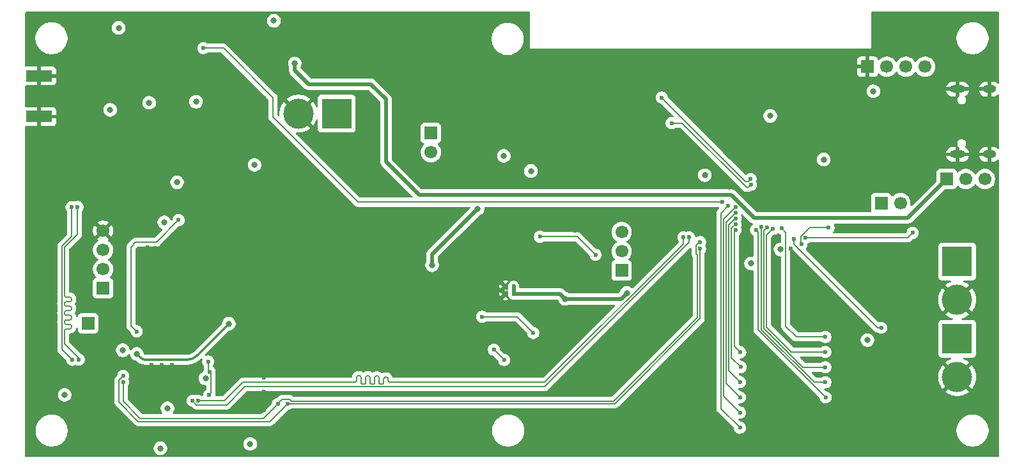
<source format=gbr>
%TF.GenerationSoftware,KiCad,Pcbnew,9.0.6*%
%TF.CreationDate,2025-12-05T09:42:18+02:00*%
%TF.ProjectId,sig_scan_pcb,7369675f-7363-4616-9e5f-7063622e6b69,1*%
%TF.SameCoordinates,Original*%
%TF.FileFunction,Copper,L4,Bot*%
%TF.FilePolarity,Positive*%
%FSLAX46Y46*%
G04 Gerber Fmt 4.6, Leading zero omitted, Abs format (unit mm)*
G04 Created by KiCad (PCBNEW 9.0.6) date 2025-12-05 09:42:18*
%MOMM*%
%LPD*%
G01*
G04 APERTURE LIST*
%TA.AperFunction,ComponentPad*%
%ADD10R,4.000000X4.000000*%
%TD*%
%TA.AperFunction,ComponentPad*%
%ADD11C,4.000000*%
%TD*%
%TA.AperFunction,ComponentPad*%
%ADD12C,0.600000*%
%TD*%
%TA.AperFunction,HeatsinkPad*%
%ADD13O,2.100000X1.000000*%
%TD*%
%TA.AperFunction,HeatsinkPad*%
%ADD14O,1.800000X1.000000*%
%TD*%
%TA.AperFunction,ComponentPad*%
%ADD15R,1.700000X1.700000*%
%TD*%
%TA.AperFunction,ComponentPad*%
%ADD16C,1.700000*%
%TD*%
%TA.AperFunction,SMDPad,CuDef*%
%ADD17R,3.500000X1.500000*%
%TD*%
%TA.AperFunction,ComponentPad*%
%ADD18R,0.900000X0.500000*%
%TD*%
%TA.AperFunction,ViaPad*%
%ADD19C,0.600000*%
%TD*%
%TA.AperFunction,ViaPad*%
%ADD20C,0.800000*%
%TD*%
%TA.AperFunction,Conductor*%
%ADD21C,0.200000*%
%TD*%
%TA.AperFunction,Conductor*%
%ADD22C,0.500000*%
%TD*%
%TA.AperFunction,Conductor*%
%ADD23C,0.300000*%
%TD*%
G04 APERTURE END LIST*
D10*
%TO.P,J2,1,Pin_1*%
%TO.N,Net-(D1-A)*%
X145338800Y-54533800D03*
D11*
%TO.P,J2,2,Pin_2*%
%TO.N,GND*%
X145338800Y-59613799D03*
%TD*%
D12*
%TO.P,IC2,18,VIA_A*%
%TO.N,GNDA*%
X86588700Y-58848599D03*
X86588700Y-57832599D03*
%TO.P,IC2,19,VIA_B*%
%TO.N,GND*%
X85521900Y-58848599D03*
X85521900Y-57832599D03*
%TD*%
D10*
%TO.P,J11,1,Pin_1*%
%TO.N,+16V*%
X145338800Y-64770000D03*
D11*
%TO.P,J11,2,Pin_2*%
%TO.N,GND*%
X145338800Y-69849999D03*
%TD*%
D13*
%TO.P,J4,S1,SHIELD*%
%TO.N,GND*%
X145404900Y-40334848D03*
D14*
X149604900Y-40334848D03*
D13*
X145404900Y-31694848D03*
D14*
X149604900Y-31694848D03*
%TD*%
D15*
%TO.P,J10,1,Pin_1*%
%TO.N,GND*%
X133477000Y-28727400D03*
D16*
%TO.P,J10,2,Pin_2*%
%TO.N,Net-(J10-Pin_2)*%
X136017000Y-28727400D03*
%TO.P,J10,3,Pin_3*%
%TO.N,Net-(J10-Pin_3)*%
X138556999Y-28727400D03*
%TO.P,J10,4,Pin_4*%
%TO.N,+3.3V*%
X141097000Y-28727400D03*
%TD*%
D10*
%TO.P,J14,1,Pin_1*%
%TO.N,Net-(D7-A)*%
X63169800Y-34933900D03*
D11*
%TO.P,J14,2,Pin_2*%
%TO.N,GND*%
X58089801Y-34933900D03*
%TD*%
D15*
%TO.P,J5,1,Pin_1*%
%TO.N,+5V*%
X143943700Y-43610850D03*
D16*
%TO.P,J5,2,Pin_2*%
%TO.N,/VBUS*%
X146483700Y-43610850D03*
%TO.P,J5,3,Pin_3*%
%TO.N,Net-(D2-A)*%
X149023699Y-43610850D03*
%TD*%
D15*
%TO.P,J7,1,Pin_1*%
%TO.N,Net-(J7-Pin_1)*%
X30222892Y-62732016D03*
%TD*%
%TO.P,J8,1,Pin_1*%
%TO.N,3.3V*%
X32209100Y-58088850D03*
D16*
%TO.P,J8,2,Pin_2*%
%TO.N,Net-(J8-Pin_2)*%
X32209100Y-55548850D03*
%TO.P,J8,3,Pin_3*%
%TO.N,Net-(J8-Pin_3)*%
X32209100Y-53008851D03*
%TO.P,J8,4,Pin_4*%
%TO.N,GND*%
X32209100Y-50468850D03*
%TD*%
D15*
%TO.P,J6,1,Pin_1*%
%TO.N,Net-(J6-Pin_1)*%
X75641200Y-37515800D03*
D16*
%TO.P,J6,2,Pin_2*%
%TO.N,+3.3V*%
X75641200Y-40055800D03*
%TD*%
D15*
%TO.P,J12,1,Pin_1*%
%TO.N,GNDA*%
X100897299Y-55722598D03*
D16*
%TO.P,J12,2,Pin_2*%
%TO.N,Net-(J12-Pin_2)*%
X100897299Y-53182598D03*
%TO.P,J12,3,Pin_3*%
%TO.N,Net-(J12-Pin_3)*%
X100897299Y-50642599D03*
%TD*%
D15*
%TO.P,J9,1,Pin_1*%
%TO.N,Net-(J9-Pin_1)*%
X135275230Y-46799850D03*
D16*
%TO.P,J9,2,Pin_2*%
%TO.N,/GPIO48*%
X137815230Y-46799850D03*
%TD*%
D17*
%TO.P,J1,G3*%
%TO.N,GND*%
X23753000Y-29938050D03*
%TO.P,J1,G4*%
X23753000Y-35338050D03*
%TD*%
D18*
%TO.P,AE1,2,Shield*%
%TO.N,GND*%
X118003381Y-26609800D03*
%TD*%
D19*
%TO.N,GND*%
X43942000Y-56057800D03*
X111201200Y-29413200D03*
X112318800Y-75260200D03*
X43357800Y-44627800D03*
X49657000Y-25374600D03*
X26568400Y-41427400D03*
X117449600Y-29540200D03*
X53517800Y-52781200D03*
X43027600Y-60299600D03*
X45948600Y-58445400D03*
X125425200Y-63144400D03*
X35407600Y-35712400D03*
X53517800Y-39268400D03*
X32894900Y-70001450D03*
X37973000Y-56642000D03*
X53517800Y-68097400D03*
X123315729Y-45252550D03*
X43942000Y-52120800D03*
X23723600Y-54203600D03*
D20*
X113741200Y-38938200D03*
D19*
X123012200Y-26670000D03*
X53517800Y-64516000D03*
X39112500Y-38169450D03*
X45948600Y-55575200D03*
X42750100Y-37641850D03*
X42214800Y-42291000D03*
X89230200Y-26670000D03*
X112318800Y-73634600D03*
X128778000Y-26670000D03*
X106273600Y-26670000D03*
X126822200Y-63144400D03*
X24765000Y-38430200D03*
X131445000Y-63144400D03*
X33604200Y-33147000D03*
X132003800Y-77622400D03*
X23977600Y-42062400D03*
X117424200Y-35382200D03*
X52374800Y-36982400D03*
X39981500Y-71093650D03*
X114350800Y-33223200D03*
X125272800Y-26670000D03*
X46507400Y-41986200D03*
X121615200Y-54102000D03*
X48361600Y-45491400D03*
X53517800Y-34544000D03*
X71704200Y-56057800D03*
X27457400Y-36931600D03*
X30302200Y-52552600D03*
X51714400Y-37719000D03*
X85217000Y-53822600D03*
X43942000Y-54991000D03*
X48564800Y-46431200D03*
X47980600Y-52654200D03*
X29667200Y-53136800D03*
D20*
X131241800Y-46761400D03*
D19*
X117475000Y-28473400D03*
X41327700Y-68248850D03*
X43078400Y-66598800D03*
X53517800Y-61798200D03*
X132334000Y-26670000D03*
X53492400Y-74244200D03*
X43510200Y-47193200D03*
X39965092Y-69732816D03*
X41427400Y-54229000D03*
X47955200Y-56489600D03*
X122123200Y-45237400D03*
X53517800Y-57353200D03*
X104013000Y-26670000D03*
X53517800Y-50063400D03*
X32080200Y-30099000D03*
X35128200Y-34645600D03*
X24130000Y-57912000D03*
X48590200Y-49606200D03*
X45948600Y-53492400D03*
X47955200Y-55549800D03*
X37084000Y-31343600D03*
X40817800Y-61645800D03*
X26492200Y-46075600D03*
X53543200Y-28930600D03*
X53517800Y-42824400D03*
X132080000Y-68783200D03*
X53517800Y-65379600D03*
X88468200Y-22758400D03*
X121843800Y-26670000D03*
X43713400Y-36703000D03*
X29997400Y-48818800D03*
X29718000Y-43865800D03*
X26568400Y-44932600D03*
X53517800Y-62712600D03*
X45237400Y-64236600D03*
X114325400Y-34163000D03*
X43027600Y-58394600D03*
D20*
X34747200Y-61620400D03*
D19*
X53568600Y-26797000D03*
X88468200Y-21767800D03*
X29641800Y-57962800D03*
X116509800Y-41630600D03*
X45770800Y-41325800D03*
X40817800Y-58191400D03*
X50927000Y-37769800D03*
X112318800Y-67411600D03*
X134239000Y-26111200D03*
X53517800Y-60934600D03*
X38305100Y-37362450D03*
D20*
X83219949Y-58546941D03*
D19*
X26593800Y-51282600D03*
X128270000Y-63144400D03*
X26314400Y-33807400D03*
X43535600Y-43713400D03*
X52273200Y-33731200D03*
X124460000Y-45237400D03*
X134239000Y-25095200D03*
X32920300Y-66318450D03*
X24155400Y-46075600D03*
X53517800Y-37465000D03*
X28473400Y-39217600D03*
X49809400Y-33070800D03*
X108686600Y-26670000D03*
D20*
X123926600Y-30429200D03*
D19*
X117449600Y-32181800D03*
X118567200Y-42113200D03*
X112318800Y-79527400D03*
X122123200Y-46355000D03*
X117449600Y-33147000D03*
X30251400Y-33147000D03*
X53517800Y-67183000D03*
X35128200Y-33731200D03*
X24384000Y-39217600D03*
X109296200Y-29235400D03*
X47853600Y-61391800D03*
X53543200Y-23698200D03*
X113233200Y-29387800D03*
X45034200Y-39268400D03*
X53543200Y-21754050D03*
X122123200Y-44069000D03*
X53517800Y-58293000D03*
X53517800Y-55575200D03*
X117856000Y-39801800D03*
X39979600Y-52984400D03*
X47955200Y-58369200D03*
X39016300Y-48487650D03*
X53517800Y-41986200D03*
X123875800Y-63093600D03*
X38584500Y-69722050D03*
X129870200Y-53594000D03*
X26670000Y-39243000D03*
X38862000Y-56515000D03*
X132054600Y-79248000D03*
X53517800Y-73329800D03*
X28752800Y-46075600D03*
X48031400Y-33121600D03*
X46482000Y-62992000D03*
X45948600Y-56515000D03*
X114198400Y-29362400D03*
X53517800Y-48361600D03*
X43942000Y-57912000D03*
X52298600Y-35229800D03*
X27584400Y-46278800D03*
X26593800Y-47218600D03*
X53517800Y-32842200D03*
X88468200Y-23647400D03*
X41579800Y-41656000D03*
X53517800Y-43764200D03*
X48590200Y-48463200D03*
X53517800Y-36499800D03*
D20*
X42214800Y-45923200D03*
D19*
X51562000Y-33274000D03*
X129921000Y-26670000D03*
X42951400Y-42951400D03*
X43027600Y-61163200D03*
X45948600Y-54508400D03*
X43434000Y-48260000D03*
X28854400Y-53086000D03*
X92811600Y-56337200D03*
X27178000Y-33147000D03*
X43027600Y-56642000D03*
X107518200Y-26670000D03*
X50825400Y-33299400D03*
X38584500Y-68248850D03*
X24053800Y-52324000D03*
X24003000Y-45034200D03*
D20*
X143459200Y-32816800D03*
D19*
X26619200Y-48260000D03*
X36220400Y-41046400D03*
X132080000Y-67259200D03*
X53517800Y-66319400D03*
X116763800Y-63144400D03*
X43942000Y-58928000D03*
X98348800Y-26670000D03*
X132105400Y-64363600D03*
X24053800Y-51079400D03*
X45948600Y-52578000D03*
X53517800Y-69037200D03*
X43942000Y-53975000D03*
X32715200Y-47802800D03*
X115112800Y-39979600D03*
X39905300Y-37362450D03*
X112344200Y-64516000D03*
X134239000Y-21971000D03*
X43942000Y-59994800D03*
X53517800Y-49225200D03*
X93700600Y-26670000D03*
X29159200Y-33147000D03*
X26466800Y-42570400D03*
X53517800Y-44704000D03*
X48539400Y-47396400D03*
X91287600Y-26670000D03*
X29616400Y-45237400D03*
X23774400Y-55524400D03*
X99466400Y-26670000D03*
X72999600Y-62128400D03*
X43027600Y-62052200D03*
D20*
X66497200Y-29540200D03*
D19*
X39981500Y-68248850D03*
X109778800Y-26670000D03*
X53543200Y-30378400D03*
X53517800Y-47421800D03*
X53492400Y-76657200D03*
X45948600Y-57429400D03*
X26593800Y-43840400D03*
X40817800Y-59080400D03*
X112318800Y-78155800D03*
X35915600Y-36372800D03*
X142189200Y-49961800D03*
X100457000Y-26670000D03*
X24003000Y-47142400D03*
X44577000Y-64897000D03*
X53543200Y-24790400D03*
X123266200Y-52806600D03*
X124460000Y-46380400D03*
X43942000Y-61874400D03*
X48463200Y-50673000D03*
X42976800Y-73964800D03*
X37873300Y-47243050D03*
X30759400Y-30302200D03*
X94792800Y-26670000D03*
X30327600Y-57302400D03*
D20*
X50342800Y-38404800D03*
D19*
X32486600Y-33147000D03*
X114350800Y-32156400D03*
X124129800Y-26670000D03*
X25400000Y-37642800D03*
X38305100Y-38175250D03*
X120599200Y-26670000D03*
X123317000Y-46380400D03*
X39117900Y-37362450D03*
X41327700Y-69722050D03*
X31775400Y-48691800D03*
X133451600Y-26670000D03*
X34544000Y-33147000D03*
X52400200Y-35991800D03*
X24003000Y-40208200D03*
X27965400Y-57988200D03*
X34239200Y-43002200D03*
X112776000Y-30149800D03*
X102844600Y-26670000D03*
X36372800Y-30759400D03*
X34925000Y-41808400D03*
X39725600Y-56565800D03*
X117449600Y-30835600D03*
X38049200Y-54559200D03*
X112318800Y-76733400D03*
D20*
X82389824Y-57624174D03*
D19*
X48006000Y-43383200D03*
X119634000Y-40157400D03*
X132105400Y-65760600D03*
X123317000Y-44069000D03*
X113309400Y-32105600D03*
X24104600Y-41122600D03*
X43027600Y-57505600D03*
X130124200Y-41503600D03*
X113334800Y-26670000D03*
X53492400Y-77622400D03*
X47244000Y-62204600D03*
X34188400Y-47167800D03*
X53517800Y-33655000D03*
X29464000Y-66167000D03*
X83616800Y-64109600D03*
X43434000Y-49276000D03*
X41327700Y-71119050D03*
X34721800Y-45618400D03*
X97180400Y-26670000D03*
X53517800Y-59156600D03*
X45847000Y-63627000D03*
X132080000Y-70586600D03*
X39930700Y-38962650D03*
X113131600Y-63169800D03*
X40767000Y-41122600D03*
X134236100Y-23037800D03*
X94945200Y-62331600D03*
X42113200Y-54914800D03*
X44424600Y-38633400D03*
X34112200Y-52222400D03*
X43357800Y-46355000D03*
X39905300Y-38175250D03*
X53517800Y-69900800D03*
X33274000Y-51739800D03*
X114325400Y-34975800D03*
X29210000Y-30302200D03*
X88468200Y-25806400D03*
X112318800Y-72212200D03*
X112318800Y-68935600D03*
X45948600Y-59512200D03*
X43942000Y-60934600D03*
X127685800Y-26670000D03*
X110921800Y-26670000D03*
X31394400Y-33147000D03*
X47955200Y-57454800D03*
X88468200Y-24739600D03*
X132080000Y-72059800D03*
X112725200Y-53924200D03*
X43027600Y-62992000D03*
X24053800Y-53238400D03*
X43942000Y-56997600D03*
X47244000Y-42773600D03*
X124460000Y-44043600D03*
X110210600Y-29387800D03*
X132054600Y-73380600D03*
X115773200Y-40944800D03*
X81788000Y-69443600D03*
X114757200Y-39014400D03*
X53492400Y-72440800D03*
X114401600Y-38074600D03*
X40843200Y-60833000D03*
X38100000Y-52654200D03*
X45897800Y-39420800D03*
X44551600Y-35864800D03*
X30988000Y-51917600D03*
X39090600Y-52705000D03*
X129844800Y-63144400D03*
X119456200Y-26670000D03*
D20*
X141351000Y-44297600D03*
D19*
X40817800Y-59918600D03*
X48539400Y-44551600D03*
X117424200Y-38938200D03*
X28829000Y-57988200D03*
X30073600Y-36753800D03*
X43942000Y-53060600D03*
X53517800Y-63652400D03*
X23723600Y-56794400D03*
X30480000Y-56515000D03*
X26593800Y-50241200D03*
X117475000Y-27533600D03*
X47955200Y-54559200D03*
X53517800Y-51003200D03*
X109220000Y-28016200D03*
X117602000Y-41808400D03*
X94742000Y-50444400D03*
X112166400Y-26670000D03*
X33705800Y-56667400D03*
X47955200Y-53619400D03*
X90220800Y-26670000D03*
X95935800Y-26670000D03*
X53517800Y-41122600D03*
X26593800Y-40284400D03*
X26390600Y-37084000D03*
X53517800Y-45643800D03*
D20*
X115138200Y-44602400D03*
D19*
X134239000Y-24003000D03*
X34622100Y-79272450D03*
X24053800Y-50088800D03*
X42722800Y-55727600D03*
X26619200Y-49225200D03*
X26238200Y-30353000D03*
X53517800Y-40182800D03*
X53517800Y-59994800D03*
X40309800Y-57073800D03*
X43027600Y-59334400D03*
X28117800Y-33147000D03*
X40767000Y-53568600D03*
X45948600Y-51638200D03*
X43434000Y-50215800D03*
X40665400Y-63246000D03*
X121361200Y-63119000D03*
X53517800Y-54635400D03*
X114401600Y-26670000D03*
X45948600Y-60452000D03*
X53517800Y-38404800D03*
X47980600Y-60325000D03*
X112344200Y-65913000D03*
X53492400Y-71755000D03*
X34721800Y-44196000D03*
X45770800Y-34645600D03*
X39268400Y-54660800D03*
X117424200Y-36576000D03*
X39117900Y-38962650D03*
X43738800Y-65735200D03*
X45237400Y-38023800D03*
X38584500Y-71119050D03*
X34671000Y-57073800D03*
X47980600Y-51714400D03*
X40817800Y-62484000D03*
X53492400Y-80137000D03*
X43942000Y-51130200D03*
X32486600Y-64338200D03*
X40817800Y-57556400D03*
X27990800Y-53086000D03*
X117398800Y-37592000D03*
X48920400Y-32816800D03*
X112318800Y-70739000D03*
X53517800Y-46507400D03*
X53517800Y-51866800D03*
X89103200Y-56464200D03*
X53517800Y-56438800D03*
X135434700Y-36219450D03*
X29718000Y-39065200D03*
X52298600Y-34544000D03*
X43510200Y-45516800D03*
X126517400Y-26670000D03*
X105130600Y-26670000D03*
X117932200Y-63144400D03*
X101600000Y-26670000D03*
X47980600Y-59410600D03*
X112776000Y-31191200D03*
X53517800Y-53721000D03*
X131165600Y-26670000D03*
X92532200Y-26670000D03*
X53517800Y-35560000D03*
X38305100Y-38937250D03*
X35052000Y-52019200D03*
X53543200Y-25857200D03*
X45618400Y-35509200D03*
X117449600Y-34366200D03*
X27508200Y-38887400D03*
X112166400Y-29438600D03*
X25349200Y-57937400D03*
D20*
%TO.N,+3.3V*%
X118033800Y-54787800D03*
X127660400Y-41021000D03*
X120586900Y-35254250D03*
X133451600Y-64947800D03*
X134240900Y-31977650D03*
X88874600Y-42545000D03*
X85293200Y-40538400D03*
X54837650Y-22632350D03*
X111914300Y-43102850D03*
X121933100Y-52932650D03*
D19*
%TO.N,/USBD+*%
X44043600Y-72974200D03*
X128320800Y-50063400D03*
X109829600Y-51333400D03*
X124714000Y-52273200D03*
D20*
%TO.N,+5V*%
X57607200Y-28295600D03*
D19*
%TO.N,/USBD-*%
X44805600Y-72974200D03*
X109079597Y-51333400D03*
%TO.N,/GPIO0*%
X118004284Y-44375701D03*
X107531300Y-36194050D03*
%TO.N,/CHIP_PU*%
X117983000Y-43626000D03*
X106210500Y-32815850D03*
%TO.N,+1V2*%
X46306100Y-69132816D03*
X46261092Y-72211250D03*
X46126400Y-67782816D03*
%TO.N,/GPIO13*%
X120929400Y-50227800D03*
X127889000Y-66522600D03*
%TO.N,/SCL*%
X111302800Y-52857400D03*
X56642000Y-73380600D03*
X34874200Y-69697600D03*
%TO.N,/GPIO4{slash}BCLK*%
X116560600Y-72542400D03*
X115999647Y-48104551D03*
%TO.N,/GPIO15*%
X135280400Y-63322200D03*
X123714600Y-51543340D03*
%TO.N,/GPIO11*%
X119405400Y-49987200D03*
X127889000Y-70535800D03*
%TO.N,/GPIO10*%
X118694200Y-50342800D03*
X127914400Y-72542400D03*
%TO.N,/GPIO5{slash}FSYNC*%
X116586000Y-70510400D03*
X116006617Y-48854521D03*
%TO.N,/GPIO6{slash}DOUT*%
X115987892Y-49604289D03*
X116687600Y-68529200D03*
%TO.N,/GPIO1*%
X114249200Y-46685200D03*
X45516800Y-26262651D03*
%TO.N,/GPIO7{slash}DIN*%
X116611400Y-66548000D03*
X116001800Y-50368200D03*
%TO.N,/GPIO3*%
X116560600Y-74549000D03*
X116002692Y-47354554D03*
%TO.N,/SDA*%
X34874200Y-70485000D03*
X55372000Y-73406000D03*
X111302800Y-51943000D03*
%TO.N,/GPIO12*%
X127889000Y-68554600D03*
X120175309Y-49995109D03*
%TO.N,/GPIO14*%
X122113618Y-50155418D03*
X127889000Y-64541400D03*
D20*
%TO.N,3.3V*%
X45791464Y-70033486D03*
X33147000Y-34442400D03*
X44528100Y-33372850D03*
X39803700Y-79297850D03*
X27129100Y-72211250D03*
X42013500Y-44042650D03*
X34281700Y-23580450D03*
X52275100Y-41731250D03*
X34825300Y-66293050D03*
X40311700Y-49351250D03*
X51689000Y-78714600D03*
X40743500Y-73989250D03*
X38311500Y-33501650D03*
%TO.N,GNDA*%
X101574600Y-58724800D03*
X75793600Y-55016400D03*
X93395800Y-59486800D03*
X81815299Y-47558999D03*
D19*
%TO.N,/VREF*%
X90068400Y-51257200D03*
X97434400Y-53644800D03*
%TO.N,Net-(D6-K)*%
X82423000Y-61849000D03*
X89204800Y-64008000D03*
%TO.N,Net-(IC2-HIDRV)*%
X85344000Y-67589400D03*
X83972400Y-66217800D03*
%TO.N,Net-(U5-XI)*%
X42216700Y-49046450D03*
X36668100Y-63811458D03*
%TO.N,Net-(U5-I2C_SCLT)*%
X28989535Y-67545364D03*
X28830900Y-47293850D03*
%TO.N,Net-(U5-I2C_SDAT)*%
X28031372Y-47321420D03*
X28143200Y-67564000D03*
D20*
%TO.N,Net-(U5-AGC_IF)*%
X48869600Y-62789750D03*
X36679500Y-66775650D03*
D19*
%TO.N,Net-(U4-GPIO18)*%
X139446000Y-50749200D03*
X125222000Y-51409600D03*
%TO.N,/GPIO2*%
X116560600Y-76555600D03*
X115030589Y-47146964D03*
%TD*%
D21*
%TO.N,/USBD+*%
X50977800Y-71145400D02*
X48598000Y-73525200D01*
X109829600Y-51993800D02*
X90678000Y-71145400D01*
X109829600Y-51333400D02*
X109829600Y-51993800D01*
X44043600Y-72991432D02*
X44043600Y-72974200D01*
X44577368Y-73525200D02*
X44043600Y-72991432D01*
X125788968Y-50063400D02*
X124671000Y-51181368D01*
X124671000Y-51181368D02*
X124671000Y-52230200D01*
X124671000Y-52230200D02*
X124714000Y-52273200D01*
X128320800Y-50063400D02*
X125788968Y-50063400D01*
X48598000Y-73525200D02*
X44577368Y-73525200D01*
X90678000Y-71145400D02*
X50977800Y-71145400D01*
D22*
%TO.N,+5V*%
X138811950Y-48742600D02*
X118465600Y-48742600D01*
X115443000Y-45720000D02*
X74117200Y-45720000D01*
X118465600Y-48742600D02*
X115443000Y-45720000D01*
X74117200Y-45720000D02*
X69697600Y-41300400D01*
X69697600Y-33045400D02*
X67691000Y-31038800D01*
X57607200Y-29210000D02*
X57607200Y-28295600D01*
X143943700Y-43610850D02*
X138811950Y-48742600D01*
X59436000Y-31038800D02*
X57607200Y-29210000D01*
X67691000Y-31038800D02*
X59436000Y-31038800D01*
X69697600Y-41300400D02*
X69697600Y-33045400D01*
D21*
%TO.N,/USBD-*%
X69985326Y-70098711D02*
X69985326Y-70321200D01*
X66485326Y-70761200D02*
X66885326Y-70761200D01*
X68185326Y-70661200D02*
X68185326Y-70561200D01*
X90729564Y-70561200D02*
X109079597Y-52211167D01*
X68785326Y-70561200D02*
X68785326Y-70661200D01*
X67225326Y-69672761D02*
X67345326Y-69672761D01*
X68185326Y-70561200D02*
X68185326Y-69949957D01*
X69385326Y-70561200D02*
X69385326Y-70321200D01*
X69385326Y-70321200D02*
X69385326Y-70098711D01*
X66025326Y-69654169D02*
X66145326Y-69654169D01*
X67685326Y-70761200D02*
X68085326Y-70761200D01*
X50698400Y-70561200D02*
X65545326Y-70561200D01*
X66385326Y-69894169D02*
X66385326Y-70321200D01*
X109079597Y-52211167D02*
X109079597Y-51333400D01*
X67585326Y-70561200D02*
X67585326Y-70661200D01*
X67585326Y-69912761D02*
X67585326Y-70561200D01*
X68885326Y-70761200D02*
X69285326Y-70761200D01*
X44805600Y-72974200D02*
X48285400Y-72974200D01*
X70225326Y-70561200D02*
X70345326Y-70561200D01*
X68785326Y-69949957D02*
X68785326Y-70561200D01*
X66385326Y-70321200D02*
X66385326Y-70561200D01*
X65785326Y-70321200D02*
X65785326Y-69894169D01*
X69385326Y-70661200D02*
X69385326Y-70561200D01*
X66985326Y-70661200D02*
X66985326Y-70561200D01*
X69625326Y-69858711D02*
X69745326Y-69858711D01*
X66385326Y-70561200D02*
X66385326Y-70661200D01*
X48285400Y-72974200D02*
X50698400Y-70561200D01*
X66985326Y-70561200D02*
X66985326Y-69912761D01*
X70345326Y-70561200D02*
X71348600Y-70561200D01*
X68425326Y-69709957D02*
X68545326Y-69709957D01*
X71348600Y-70561200D02*
X90729564Y-70561200D01*
X66985326Y-69912761D02*
G75*
G02*
X67225326Y-69672826I239974J-39D01*
G01*
X68545326Y-69709957D02*
G75*
G02*
X68785343Y-69949957I-26J-240043D01*
G01*
X68785326Y-70661200D02*
G75*
G03*
X68885326Y-70761174I99974J0D01*
G01*
X69385326Y-70098711D02*
G75*
G02*
X69625326Y-69858726I239974J11D01*
G01*
X68185326Y-69949957D02*
G75*
G02*
X68425326Y-69710026I239974J-43D01*
G01*
X65785326Y-69894169D02*
G75*
G02*
X66025326Y-69654226I239974J-31D01*
G01*
X66385326Y-70661200D02*
G75*
G03*
X66485326Y-70761174I99974J0D01*
G01*
X66145326Y-69654169D02*
G75*
G02*
X66385331Y-69894169I-26J-240031D01*
G01*
X67585326Y-70661200D02*
G75*
G03*
X67685326Y-70761174I99974J0D01*
G01*
X69745326Y-69858711D02*
G75*
G02*
X69985289Y-70098711I-26J-239989D01*
G01*
X69285326Y-70761200D02*
G75*
G03*
X69385300Y-70661200I-26J100000D01*
G01*
X65545326Y-70561200D02*
G75*
G03*
X65785300Y-70321200I-26J240000D01*
G01*
X68085326Y-70761200D02*
G75*
G03*
X68185300Y-70661200I-26J100000D01*
G01*
X69985326Y-70321200D02*
G75*
G03*
X70225326Y-70561174I239974J0D01*
G01*
X67345326Y-69672761D02*
G75*
G02*
X67585339Y-69912761I-26J-240039D01*
G01*
X66885326Y-70761200D02*
G75*
G03*
X66985300Y-70661200I-26J100000D01*
G01*
%TO.N,/GPIO0*%
X117432504Y-44709454D02*
X108917100Y-36194050D01*
X117670531Y-44709454D02*
X117432504Y-44709454D01*
X118004284Y-44375701D02*
X117670531Y-44709454D01*
X108917100Y-36194050D02*
X107531300Y-36194050D01*
%TO.N,/CHIP_PU*%
X117699549Y-43909451D02*
X117304101Y-43909451D01*
X117304101Y-43909451D02*
X106210500Y-32815850D01*
X117983000Y-43626000D02*
X117699549Y-43909451D01*
%TO.N,+1V2*%
X46126400Y-68961000D02*
X46298216Y-69132816D01*
X46492464Y-71979878D02*
X46492464Y-69319180D01*
X46126400Y-67782816D02*
X46126400Y-68961000D01*
X46298216Y-69132816D02*
X46306100Y-69132816D01*
X46261092Y-72211250D02*
X46492464Y-71979878D01*
X46492464Y-69319180D02*
X46306100Y-69132816D01*
%TO.N,/GPIO13*%
X120107400Y-51049800D02*
X120107400Y-63246236D01*
X123383764Y-66522600D02*
X127889000Y-66522600D01*
X120929400Y-50227800D02*
X120107400Y-51049800D01*
X120107400Y-63246236D02*
X123383764Y-66522600D01*
%TO.N,/SCL*%
X34842582Y-69735741D02*
X34842582Y-69737386D01*
X60583600Y-73376000D02*
X56646600Y-73376000D01*
X34874200Y-69704123D02*
X34842582Y-69735741D01*
X56646600Y-73376000D02*
X56642000Y-73380600D01*
X34323200Y-73185200D02*
X36880800Y-75742800D01*
X34874200Y-69697600D02*
X34874200Y-69704123D01*
X34323200Y-70256768D02*
X34323200Y-73185200D01*
X100004400Y-73376000D02*
X60583600Y-73376000D01*
X111302800Y-52857400D02*
X111302800Y-62077601D01*
X34842582Y-69737386D02*
X34323200Y-70256768D01*
X54279800Y-75742800D02*
X56642000Y-73380600D01*
X36880800Y-75742800D02*
X54279800Y-75742800D01*
X111302800Y-62077601D02*
X100004400Y-73376000D01*
%TO.N,/GPIO4{slash}BCLK*%
X115977355Y-48104551D02*
X114748800Y-49333106D01*
X114748800Y-70730600D02*
X116560600Y-72542400D01*
X114748800Y-49333106D02*
X114748800Y-70730600D01*
X115999647Y-48104551D02*
X115977355Y-48104551D01*
%TO.N,/GPIO15*%
X135280400Y-63322200D02*
X134823200Y-63322200D01*
X123714600Y-52213600D02*
X123714600Y-51543340D01*
X134823200Y-63322200D02*
X123714600Y-52213600D01*
%TO.N,/GPIO11*%
X119405400Y-49987200D02*
X119405400Y-63537012D01*
X119405400Y-63537012D02*
X126404188Y-70535800D01*
X126404188Y-70535800D02*
X127889000Y-70535800D01*
%TO.N,/GPIO10*%
X118948200Y-63576200D02*
X118948200Y-50596800D01*
X118948200Y-50596800D02*
X118694200Y-50342800D01*
X127914400Y-72542400D02*
X118948200Y-63576200D01*
%TO.N,/GPIO5{slash}FSYNC*%
X115958428Y-48854521D02*
X115099800Y-49713149D01*
X116006617Y-48854521D02*
X115958428Y-48854521D01*
X115099800Y-69024200D02*
X116586000Y-70510400D01*
X115099800Y-49713149D02*
X115099800Y-69024200D01*
%TO.N,/GPIO6{slash}DOUT*%
X115987892Y-49604289D02*
X115450800Y-50141381D01*
X115450800Y-50141381D02*
X115450800Y-67292400D01*
X115450800Y-67292400D02*
X116687600Y-68529200D01*
%TO.N,/GPIO1*%
X48157451Y-26262651D02*
X45516800Y-26262651D01*
X54711600Y-35407600D02*
X54711600Y-32816800D01*
X54711600Y-32816800D02*
X48157451Y-26262651D01*
X65989200Y-46685200D02*
X54711600Y-35407600D01*
X114249200Y-46685200D02*
X65989200Y-46685200D01*
%TO.N,/GPIO7{slash}DIN*%
X115801800Y-50568200D02*
X116001800Y-50368200D01*
X116611400Y-66548000D02*
X115801800Y-65738400D01*
X115801800Y-65738400D02*
X115801800Y-50568200D01*
%TO.N,/GPIO3*%
X114397800Y-72386200D02*
X116560600Y-74549000D01*
X116002692Y-47354554D02*
X115970412Y-47354554D01*
X114397800Y-48927166D02*
X114397800Y-72386200D01*
X115970412Y-47354554D02*
X114397800Y-48927166D01*
X116509800Y-74549000D02*
X116560600Y-74549000D01*
%TO.N,/SDA*%
X110951800Y-53700200D02*
X110744000Y-53492400D01*
X99859012Y-73025000D02*
X110951800Y-61932212D01*
X37109400Y-75311000D02*
X34874200Y-73075800D01*
X110744000Y-52400200D02*
X111201200Y-51943000D01*
X57124600Y-73025000D02*
X99859012Y-73025000D01*
X110951800Y-61932212D02*
X110951800Y-53700200D01*
X55372000Y-73406000D02*
X55372000Y-73329800D01*
X55372000Y-73406000D02*
X53467000Y-75311000D01*
X111201200Y-51943000D02*
X111302800Y-51943000D01*
X110744000Y-53492400D02*
X110744000Y-52400200D01*
X55372000Y-73329800D02*
X55872200Y-72829600D01*
X34874200Y-73075800D02*
X34874200Y-70485000D01*
X55872200Y-72829600D02*
X56929200Y-72829600D01*
X56929200Y-72829600D02*
X57124600Y-73025000D01*
X53467000Y-75311000D02*
X37109400Y-75311000D01*
%TO.N,/GPIO12*%
X124919376Y-68554600D02*
X127889000Y-68554600D01*
X119956400Y-50215432D02*
X119756400Y-50415432D01*
X119756400Y-63391624D02*
X124919376Y-68554600D01*
X119956400Y-50214018D02*
X119956400Y-50215432D01*
X119756400Y-50415432D02*
X119756400Y-63391624D01*
X120175309Y-49995109D02*
X119956400Y-50214018D01*
%TO.N,/GPIO14*%
X122634100Y-63147300D02*
X124028200Y-64541400D01*
X122634100Y-50675900D02*
X122634100Y-63147300D01*
X124028200Y-64541400D02*
X127889000Y-64541400D01*
X122113618Y-50155418D02*
X122634100Y-50675900D01*
D22*
%TO.N,GNDA*%
X92757599Y-58848599D02*
X93395800Y-59486800D01*
X100812600Y-59486800D02*
X101574600Y-58724800D01*
X75793600Y-55016400D02*
X75793600Y-53580698D01*
X86588700Y-58848599D02*
X92757599Y-58848599D01*
X75793600Y-53580698D02*
X81815299Y-47558999D01*
X86588700Y-57832599D02*
X86588700Y-58848599D01*
X93395800Y-59486800D02*
X100812600Y-59486800D01*
D21*
%TO.N,/VREF*%
X95046800Y-51257200D02*
X97434400Y-53644800D01*
X90068400Y-51257200D02*
X95046800Y-51257200D01*
%TO.N,Net-(D6-K)*%
X82423000Y-61849000D02*
X87045800Y-61849000D01*
X87045800Y-61849000D02*
X89204800Y-64008000D01*
%TO.N,Net-(IC2-HIDRV)*%
X85344000Y-67589400D02*
X83972400Y-66217800D01*
%TO.N,Net-(U5-XI)*%
X35892100Y-63035458D02*
X36668100Y-63811458D01*
X35892100Y-52627850D02*
X35892100Y-61898850D01*
X42216700Y-49046450D02*
X39270300Y-51992850D01*
X35892100Y-61898850D02*
X35892100Y-63035458D01*
X36527100Y-51992850D02*
X35892100Y-52627850D01*
X39270300Y-51992850D02*
X36527100Y-51992850D01*
%TO.N,Net-(U5-I2C_SCLT)*%
X27097200Y-62630508D02*
X27097200Y-62510508D01*
X27097200Y-60230508D02*
X27097200Y-60110508D01*
X28830900Y-50926050D02*
X28830900Y-47293850D01*
X28989535Y-67545364D02*
X28989535Y-67343535D01*
X27097200Y-61430508D02*
X27097200Y-61310508D01*
X27097200Y-58623200D02*
X27097200Y-52663550D01*
X27803249Y-61670508D02*
X27337200Y-61670508D01*
X28043247Y-60830508D02*
X28043247Y-60710508D01*
X28043248Y-63230508D02*
X28043248Y-63110508D01*
X27803256Y-59270508D02*
X27337200Y-59270508D01*
X27097200Y-59030508D02*
X27097200Y-58910508D01*
X27337200Y-61070508D02*
X27803247Y-61070508D01*
X27803248Y-62870508D02*
X27337200Y-62870508D01*
X27097200Y-65451200D02*
X27097200Y-63710508D01*
X28043249Y-62030508D02*
X28043249Y-61910508D01*
X27099100Y-52657850D02*
X28830900Y-50926050D01*
X27337200Y-59870508D02*
X27803256Y-59870508D01*
X27337200Y-62270508D02*
X27803249Y-62270508D01*
X28989535Y-67343535D02*
X27097200Y-65451200D01*
X27803247Y-60470508D02*
X27337200Y-60470508D01*
X27099100Y-52661650D02*
X27099100Y-52657850D01*
X27097200Y-52663550D02*
X27099100Y-52661650D01*
X27337200Y-63470508D02*
X27803248Y-63470508D01*
X28043256Y-59630508D02*
X28043256Y-59510508D01*
X27097200Y-58910508D02*
X27097200Y-58623200D01*
X27803248Y-63470508D02*
G75*
G03*
X28043208Y-63230508I-48J240008D01*
G01*
X27337200Y-61670508D02*
G75*
G02*
X27097192Y-61430508I0J240008D01*
G01*
X27803249Y-62270508D02*
G75*
G03*
X28043308Y-62030508I51J240008D01*
G01*
X28043247Y-60710508D02*
G75*
G03*
X27803247Y-60470453I-240047J8D01*
G01*
X28043256Y-59510508D02*
G75*
G03*
X27803256Y-59270544I-239956J8D01*
G01*
X27337200Y-59270508D02*
G75*
G02*
X27097192Y-59030508I0J240008D01*
G01*
X27337200Y-60470508D02*
G75*
G02*
X27097192Y-60230508I0J240008D01*
G01*
X27803256Y-59870508D02*
G75*
G03*
X28043308Y-59630508I44J240008D01*
G01*
X28043249Y-61910508D02*
G75*
G03*
X27803249Y-61670551I-239949J8D01*
G01*
X27803247Y-61070508D02*
G75*
G03*
X28043208Y-60830508I-47J240008D01*
G01*
X27097200Y-61310508D02*
G75*
G02*
X27337200Y-61070500I240000J8D01*
G01*
X27097200Y-63710508D02*
G75*
G02*
X27337200Y-63470500I240000J8D01*
G01*
X28043248Y-63110508D02*
G75*
G03*
X27803248Y-62870452I-240048J8D01*
G01*
X27097200Y-60110508D02*
G75*
G02*
X27337200Y-59870500I240000J8D01*
G01*
X27337200Y-62870508D02*
G75*
G02*
X27097192Y-62630508I0J240008D01*
G01*
X27097200Y-62510508D02*
G75*
G02*
X27337200Y-62270500I240000J8D01*
G01*
%TO.N,Net-(U5-I2C_SDAT)*%
X26733670Y-62502735D02*
X26741347Y-62494168D01*
X26746200Y-62731550D02*
X26742106Y-62656784D01*
X26748100Y-59858157D02*
X26748100Y-59177797D01*
X26746200Y-59175897D02*
X26746200Y-59131550D01*
X26739724Y-63854353D02*
X26743694Y-63462563D01*
X26740075Y-60219702D02*
X26733670Y-60102735D01*
X26746200Y-52514362D02*
X28031372Y-51229190D01*
X26733670Y-60102735D02*
X26741347Y-60094168D01*
X26739724Y-60254353D02*
X26740075Y-60219702D01*
X26748100Y-66168900D02*
X26748100Y-65598489D01*
X26746200Y-52518162D02*
X26748100Y-52516262D01*
X26746200Y-63860961D02*
X26739724Y-63854353D01*
X26741347Y-61294168D02*
X26743694Y-61062563D01*
X26748100Y-61058157D02*
X26748100Y-60377797D01*
X26748100Y-63458157D02*
X26748100Y-62777797D01*
X26743694Y-62262563D02*
X26748100Y-62258157D01*
X26740075Y-62619701D02*
X26733670Y-62502735D01*
X26748100Y-61577797D02*
X26746200Y-61575897D01*
X26743694Y-59862563D02*
X26748100Y-59858157D01*
X26733670Y-58902735D02*
X26746200Y-58888753D01*
X26743694Y-61062563D02*
X26748100Y-61058157D01*
X26742106Y-60256784D02*
X26739724Y-60254353D01*
X26740075Y-61419701D02*
X26733670Y-61302735D01*
X26748100Y-65598489D02*
X26746200Y-65596588D01*
X26746200Y-60331549D02*
X26742106Y-60256784D01*
X28143200Y-67564000D02*
X26748100Y-66168900D01*
X26743694Y-63462563D02*
X26748100Y-63458157D01*
X26748100Y-52516262D02*
X26746200Y-52514362D01*
X26739724Y-62654353D02*
X26740075Y-62619701D01*
X26746200Y-59131550D02*
X26733670Y-58902735D01*
X26746200Y-61575897D02*
X26746200Y-61531550D01*
X26746200Y-58888753D02*
X26746200Y-52518162D01*
X26746200Y-61531550D02*
X26742106Y-61456784D01*
X26748100Y-60377797D02*
X26746200Y-60375897D01*
X26741347Y-60094168D02*
X26743694Y-59862563D01*
X26741347Y-62494168D02*
X26743694Y-62262563D01*
X26746200Y-65596588D02*
X26746200Y-63860961D01*
X28031372Y-51229190D02*
X28031372Y-47321420D01*
X26733670Y-61302735D02*
X26741347Y-61294168D01*
X26742106Y-61456784D02*
X26739724Y-61454353D01*
X26748100Y-62777797D02*
X26746200Y-62775897D01*
X26748100Y-62258157D02*
X26748100Y-61577797D01*
X26739724Y-61454353D02*
X26740075Y-61419701D01*
X26748100Y-59177797D02*
X26746200Y-59175897D01*
X26746200Y-60375897D02*
X26746200Y-60331549D01*
X26746200Y-62775897D02*
X26746200Y-62731550D01*
X26742106Y-62656784D02*
X26739724Y-62654353D01*
D23*
%TO.N,Net-(U5-AGC_IF)*%
X37174957Y-67271107D02*
X36679500Y-66775650D01*
X48868650Y-62789750D02*
X44680186Y-66978214D01*
X48869600Y-62789750D02*
X48867700Y-62787850D01*
X43265973Y-67564000D02*
X37882064Y-67564000D01*
X48869600Y-62789750D02*
X48868650Y-62789750D01*
X37882064Y-67564000D02*
G75*
G02*
X37174975Y-67271089I36J1000000D01*
G01*
X44680186Y-66978214D02*
G75*
G02*
X43265973Y-67563981I-1414186J1414214D01*
G01*
D21*
%TO.N,Net-(U4-GPIO18)*%
X138785600Y-51409600D02*
X139446000Y-50749200D01*
X125222000Y-51409600D02*
X138785600Y-51409600D01*
%TO.N,/GPIO2*%
X114046000Y-48131553D02*
X115030589Y-47146964D01*
X116560600Y-76555600D02*
X114046000Y-74041000D01*
X115030589Y-47146964D02*
X115030589Y-47275411D01*
X114046000Y-74041000D02*
X114046000Y-48131553D01*
%TD*%
%TA.AperFunction,Conductor*%
%TO.N,GND*%
G36*
X88720490Y-21474235D02*
G01*
X88766245Y-21527039D01*
X88777451Y-21578550D01*
X88777451Y-26365200D01*
X133927451Y-26365200D01*
X133927451Y-24802543D01*
X145247201Y-24802543D01*
X145247201Y-25081156D01*
X145247202Y-25081172D01*
X145283567Y-25357393D01*
X145283568Y-25357398D01*
X145283569Y-25357404D01*
X145336048Y-25553260D01*
X145355682Y-25626534D01*
X145355685Y-25626544D01*
X145462305Y-25883947D01*
X145462310Y-25883958D01*
X145601615Y-26125240D01*
X145601626Y-26125256D01*
X145771234Y-26346294D01*
X145771240Y-26346301D01*
X145968248Y-26543309D01*
X145968255Y-26543315D01*
X146096643Y-26641830D01*
X146189302Y-26712930D01*
X146189309Y-26712934D01*
X146430591Y-26852239D01*
X146430596Y-26852241D01*
X146430599Y-26852243D01*
X146688015Y-26958868D01*
X146957146Y-27030981D01*
X147233387Y-27067349D01*
X147233394Y-27067349D01*
X147512006Y-27067349D01*
X147512013Y-27067349D01*
X147788254Y-27030981D01*
X148057385Y-26958868D01*
X148314801Y-26852243D01*
X148556098Y-26712930D01*
X148777146Y-26543314D01*
X148974164Y-26346296D01*
X149143780Y-26125248D01*
X149283093Y-25883951D01*
X149389718Y-25626535D01*
X149461831Y-25357404D01*
X149498199Y-25081163D01*
X149498199Y-24802537D01*
X149461831Y-24526296D01*
X149389718Y-24257165D01*
X149283093Y-23999749D01*
X149283091Y-23999746D01*
X149283089Y-23999741D01*
X149143784Y-23758459D01*
X149143780Y-23758452D01*
X148992387Y-23561153D01*
X148974165Y-23537405D01*
X148974159Y-23537398D01*
X148777151Y-23340390D01*
X148777144Y-23340384D01*
X148556106Y-23170776D01*
X148556104Y-23170774D01*
X148556098Y-23170770D01*
X148556093Y-23170767D01*
X148556090Y-23170765D01*
X148314808Y-23031460D01*
X148314797Y-23031455D01*
X148057394Y-22924835D01*
X148057387Y-22924833D01*
X148057385Y-22924832D01*
X147788254Y-22852719D01*
X147788248Y-22852718D01*
X147788243Y-22852717D01*
X147512022Y-22816352D01*
X147512019Y-22816351D01*
X147512013Y-22816351D01*
X147233387Y-22816351D01*
X147233381Y-22816351D01*
X147233377Y-22816352D01*
X146957156Y-22852717D01*
X146957149Y-22852718D01*
X146957146Y-22852719D01*
X146799287Y-22895017D01*
X146688015Y-22924832D01*
X146688005Y-22924835D01*
X146430602Y-23031455D01*
X146430591Y-23031460D01*
X146189309Y-23170765D01*
X146189293Y-23170776D01*
X145968255Y-23340384D01*
X145968248Y-23340390D01*
X145771240Y-23537398D01*
X145771234Y-23537405D01*
X145601626Y-23758443D01*
X145601615Y-23758459D01*
X145462310Y-23999741D01*
X145462305Y-23999752D01*
X145355685Y-24257155D01*
X145355682Y-24257165D01*
X145287528Y-24511523D01*
X145283570Y-24526293D01*
X145283567Y-24526306D01*
X145247202Y-24802527D01*
X145247201Y-24802543D01*
X133927451Y-24802543D01*
X133927451Y-21578550D01*
X133947136Y-21511511D01*
X133999940Y-21465756D01*
X134051451Y-21454550D01*
X150764200Y-21454550D01*
X150831239Y-21474235D01*
X150876994Y-21527039D01*
X150888200Y-21578550D01*
X150888200Y-30864571D01*
X150868515Y-30931610D01*
X150815711Y-30977365D01*
X150746553Y-30987309D01*
X150682997Y-30958284D01*
X150676519Y-30952252D01*
X150642366Y-30918099D01*
X150642362Y-30918096D01*
X150478584Y-30808662D01*
X150478571Y-30808655D01*
X150296593Y-30733278D01*
X150296581Y-30733275D01*
X150103395Y-30694848D01*
X149854900Y-30694848D01*
X149854900Y-31394848D01*
X149354900Y-31394848D01*
X149354900Y-30694848D01*
X149106404Y-30694848D01*
X148913218Y-30733275D01*
X148913206Y-30733278D01*
X148731228Y-30808655D01*
X148731215Y-30808662D01*
X148567437Y-30918096D01*
X148567433Y-30918099D01*
X148428151Y-31057381D01*
X148428148Y-31057385D01*
X148318714Y-31221163D01*
X148318707Y-31221176D01*
X148243330Y-31403155D01*
X148243330Y-31403157D01*
X148235038Y-31444848D01*
X149037912Y-31444848D01*
X149020695Y-31454788D01*
X148964840Y-31510643D01*
X148925344Y-31579052D01*
X148904900Y-31655352D01*
X148904900Y-31734344D01*
X148925344Y-31810644D01*
X148964840Y-31879053D01*
X149020695Y-31934908D01*
X149037912Y-31944848D01*
X148235038Y-31944848D01*
X148243330Y-31986538D01*
X148243330Y-31986540D01*
X148318707Y-32168519D01*
X148318714Y-32168532D01*
X148428148Y-32332310D01*
X148428151Y-32332314D01*
X148567433Y-32471596D01*
X148567437Y-32471599D01*
X148731215Y-32581033D01*
X148731228Y-32581040D01*
X148913206Y-32656417D01*
X148913218Y-32656420D01*
X149106404Y-32694847D01*
X149106408Y-32694848D01*
X149354900Y-32694848D01*
X149354900Y-31994848D01*
X149854900Y-31994848D01*
X149854900Y-32694848D01*
X150103392Y-32694848D01*
X150103395Y-32694847D01*
X150296581Y-32656420D01*
X150296593Y-32656417D01*
X150478571Y-32581040D01*
X150478584Y-32581033D01*
X150642362Y-32471599D01*
X150642366Y-32471596D01*
X150676519Y-32437444D01*
X150737842Y-32403959D01*
X150807534Y-32408943D01*
X150863467Y-32450815D01*
X150887884Y-32516279D01*
X150888200Y-32525125D01*
X150888200Y-39504571D01*
X150868515Y-39571610D01*
X150815711Y-39617365D01*
X150746553Y-39627309D01*
X150682997Y-39598284D01*
X150676519Y-39592252D01*
X150642366Y-39558099D01*
X150642362Y-39558096D01*
X150478584Y-39448662D01*
X150478571Y-39448655D01*
X150296593Y-39373278D01*
X150296581Y-39373275D01*
X150103395Y-39334848D01*
X149854900Y-39334848D01*
X149854900Y-40034848D01*
X149354900Y-40034848D01*
X149354900Y-39334848D01*
X149106404Y-39334848D01*
X148913218Y-39373275D01*
X148913206Y-39373278D01*
X148731228Y-39448655D01*
X148731215Y-39448662D01*
X148567437Y-39558096D01*
X148567433Y-39558099D01*
X148428151Y-39697381D01*
X148428148Y-39697385D01*
X148318714Y-39861163D01*
X148318707Y-39861176D01*
X148243330Y-40043155D01*
X148243330Y-40043157D01*
X148235038Y-40084848D01*
X149037912Y-40084848D01*
X149020695Y-40094788D01*
X148964840Y-40150643D01*
X148925344Y-40219052D01*
X148904900Y-40295352D01*
X148904900Y-40374344D01*
X148925344Y-40450644D01*
X148964840Y-40519053D01*
X149020695Y-40574908D01*
X149037912Y-40584848D01*
X148235038Y-40584848D01*
X148243330Y-40626538D01*
X148243330Y-40626540D01*
X148318707Y-40808519D01*
X148318714Y-40808532D01*
X148428148Y-40972310D01*
X148428151Y-40972314D01*
X148567433Y-41111596D01*
X148567437Y-41111599D01*
X148731215Y-41221033D01*
X148731228Y-41221040D01*
X148913206Y-41296417D01*
X148913218Y-41296420D01*
X149106404Y-41334847D01*
X149106408Y-41334848D01*
X149354900Y-41334848D01*
X149354900Y-40634848D01*
X149854900Y-40634848D01*
X149854900Y-41334848D01*
X150103392Y-41334848D01*
X150103395Y-41334847D01*
X150296581Y-41296420D01*
X150296593Y-41296417D01*
X150478571Y-41221040D01*
X150478584Y-41221033D01*
X150642362Y-41111599D01*
X150642366Y-41111596D01*
X150676519Y-41077444D01*
X150737842Y-41043959D01*
X150807534Y-41048943D01*
X150863467Y-41090815D01*
X150887884Y-41156279D01*
X150888200Y-41165125D01*
X150888200Y-80329550D01*
X150868515Y-80396589D01*
X150815711Y-80442344D01*
X150764200Y-80453550D01*
X22013200Y-80453550D01*
X21946161Y-80433865D01*
X21900406Y-80381061D01*
X21889200Y-80329550D01*
X21889200Y-79209154D01*
X38903200Y-79209154D01*
X38903200Y-79386545D01*
X38937803Y-79560508D01*
X38937806Y-79560517D01*
X39005683Y-79724390D01*
X39005690Y-79724403D01*
X39104235Y-79871884D01*
X39104238Y-79871888D01*
X39229661Y-79997311D01*
X39229665Y-79997314D01*
X39377146Y-80095859D01*
X39377159Y-80095866D01*
X39500063Y-80146773D01*
X39541034Y-80163744D01*
X39541036Y-80163744D01*
X39541041Y-80163746D01*
X39715004Y-80198349D01*
X39715007Y-80198350D01*
X39715009Y-80198350D01*
X39892393Y-80198350D01*
X39892394Y-80198349D01*
X39950382Y-80186814D01*
X40066358Y-80163746D01*
X40066361Y-80163744D01*
X40066366Y-80163744D01*
X40230247Y-80095863D01*
X40377735Y-79997314D01*
X40503164Y-79871885D01*
X40601713Y-79724397D01*
X40669594Y-79560516D01*
X40679124Y-79512609D01*
X40704199Y-79386545D01*
X40704200Y-79386543D01*
X40704200Y-79209156D01*
X40704199Y-79209154D01*
X40669596Y-79035191D01*
X40669593Y-79035182D01*
X40665926Y-79026330D01*
X40632682Y-78946069D01*
X40601716Y-78871309D01*
X40601709Y-78871296D01*
X40503164Y-78723815D01*
X40503161Y-78723811D01*
X40405254Y-78625904D01*
X50788500Y-78625904D01*
X50788500Y-78803295D01*
X50823103Y-78977258D01*
X50823106Y-78977267D01*
X50890983Y-79141140D01*
X50890990Y-79141153D01*
X50989535Y-79288634D01*
X50989538Y-79288638D01*
X51114961Y-79414061D01*
X51114965Y-79414064D01*
X51262446Y-79512609D01*
X51262459Y-79512616D01*
X51378083Y-79560508D01*
X51426334Y-79580494D01*
X51426336Y-79580494D01*
X51426341Y-79580496D01*
X51600304Y-79615099D01*
X51600307Y-79615100D01*
X51600309Y-79615100D01*
X51777693Y-79615100D01*
X51777694Y-79615099D01*
X51835682Y-79603564D01*
X51951658Y-79580496D01*
X51951661Y-79580494D01*
X51951666Y-79580494D01*
X52115547Y-79512613D01*
X52263035Y-79414064D01*
X52388464Y-79288635D01*
X52487013Y-79141147D01*
X52554894Y-78977266D01*
X52559479Y-78954219D01*
X52580687Y-78847595D01*
X52589500Y-78803291D01*
X52589500Y-78625909D01*
X52589500Y-78625906D01*
X52589499Y-78625904D01*
X52554896Y-78451941D01*
X52554893Y-78451932D01*
X52487016Y-78288059D01*
X52487009Y-78288046D01*
X52388464Y-78140565D01*
X52388461Y-78140561D01*
X52263038Y-78015138D01*
X52263034Y-78015135D01*
X52115553Y-77916590D01*
X52115540Y-77916583D01*
X51951667Y-77848706D01*
X51951658Y-77848703D01*
X51777694Y-77814100D01*
X51777691Y-77814100D01*
X51600309Y-77814100D01*
X51600306Y-77814100D01*
X51426341Y-77848703D01*
X51426332Y-77848706D01*
X51262459Y-77916583D01*
X51262446Y-77916590D01*
X51114965Y-78015135D01*
X51114961Y-78015138D01*
X50989538Y-78140561D01*
X50989535Y-78140565D01*
X50890990Y-78288046D01*
X50890983Y-78288059D01*
X50823106Y-78451932D01*
X50823103Y-78451941D01*
X50788500Y-78625904D01*
X40405254Y-78625904D01*
X40377738Y-78598388D01*
X40377734Y-78598385D01*
X40230253Y-78499840D01*
X40230240Y-78499833D01*
X40066367Y-78431956D01*
X40066358Y-78431953D01*
X39892394Y-78397350D01*
X39892391Y-78397350D01*
X39715009Y-78397350D01*
X39715006Y-78397350D01*
X39541041Y-78431953D01*
X39541032Y-78431956D01*
X39377159Y-78499833D01*
X39377146Y-78499840D01*
X39229665Y-78598385D01*
X39229661Y-78598388D01*
X39104238Y-78723811D01*
X39104235Y-78723815D01*
X39005690Y-78871296D01*
X39005683Y-78871309D01*
X38937806Y-79035182D01*
X38937803Y-79035191D01*
X38903200Y-79209154D01*
X21889200Y-79209154D01*
X21889200Y-76789744D01*
X23269800Y-76789744D01*
X23269800Y-77068357D01*
X23269801Y-77068373D01*
X23306166Y-77344594D01*
X23306167Y-77344599D01*
X23306168Y-77344605D01*
X23378281Y-77613735D01*
X23378284Y-77613745D01*
X23484904Y-77871148D01*
X23484909Y-77871159D01*
X23624214Y-78112441D01*
X23624225Y-78112457D01*
X23793833Y-78333495D01*
X23793839Y-78333502D01*
X23990847Y-78530510D01*
X23990854Y-78530516D01*
X24079303Y-78598385D01*
X24211901Y-78700131D01*
X24211908Y-78700135D01*
X24453190Y-78839440D01*
X24453195Y-78839442D01*
X24453198Y-78839444D01*
X24710614Y-78946069D01*
X24979745Y-79018182D01*
X25255986Y-79054550D01*
X25255993Y-79054550D01*
X25534605Y-79054550D01*
X25534612Y-79054550D01*
X25810853Y-79018182D01*
X26079984Y-78946069D01*
X26337400Y-78839444D01*
X26578697Y-78700131D01*
X26799745Y-78530515D01*
X26996763Y-78333497D01*
X27166379Y-78112449D01*
X27305692Y-77871152D01*
X27412317Y-77613736D01*
X27484430Y-77344605D01*
X27520798Y-77068364D01*
X27520798Y-76797894D01*
X83751901Y-76797894D01*
X83751901Y-77076507D01*
X83751902Y-77076523D01*
X83788267Y-77352744D01*
X83788268Y-77352749D01*
X83788269Y-77352755D01*
X83858201Y-77613745D01*
X83860382Y-77621885D01*
X83860385Y-77621895D01*
X83967005Y-77879298D01*
X83967010Y-77879309D01*
X84106315Y-78120591D01*
X84106326Y-78120607D01*
X84275934Y-78341645D01*
X84275940Y-78341652D01*
X84472948Y-78538660D01*
X84472955Y-78538666D01*
X84586646Y-78625904D01*
X84694002Y-78708281D01*
X84694009Y-78708285D01*
X84935291Y-78847590D01*
X84935296Y-78847592D01*
X84935299Y-78847594D01*
X85097623Y-78914830D01*
X85173036Y-78946068D01*
X85192715Y-78954219D01*
X85461846Y-79026332D01*
X85738087Y-79062700D01*
X85738094Y-79062700D01*
X86016706Y-79062700D01*
X86016713Y-79062700D01*
X86292954Y-79026332D01*
X86562085Y-78954219D01*
X86819501Y-78847594D01*
X87060798Y-78708281D01*
X87281846Y-78538665D01*
X87478864Y-78341647D01*
X87648480Y-78120599D01*
X87787793Y-77879302D01*
X87894418Y-77621886D01*
X87966531Y-77352755D01*
X88002899Y-77076514D01*
X88002899Y-76797888D01*
X87966531Y-76521647D01*
X87894418Y-76252516D01*
X87862898Y-76176421D01*
X87787794Y-75995103D01*
X87787789Y-75995092D01*
X87648484Y-75753810D01*
X87648480Y-75753803D01*
X87478864Y-75532755D01*
X87478859Y-75532749D01*
X87281851Y-75335741D01*
X87281844Y-75335735D01*
X87060806Y-75166127D01*
X87060804Y-75166125D01*
X87060798Y-75166121D01*
X87060793Y-75166118D01*
X87060790Y-75166116D01*
X86819508Y-75026811D01*
X86819497Y-75026806D01*
X86562094Y-74920186D01*
X86562087Y-74920184D01*
X86562085Y-74920183D01*
X86292954Y-74848070D01*
X86292948Y-74848069D01*
X86292943Y-74848068D01*
X86016722Y-74811703D01*
X86016719Y-74811702D01*
X86016713Y-74811702D01*
X85738087Y-74811702D01*
X85738081Y-74811702D01*
X85738077Y-74811703D01*
X85461856Y-74848068D01*
X85461849Y-74848069D01*
X85461846Y-74848070D01*
X85223131Y-74912033D01*
X85192715Y-74920183D01*
X85192705Y-74920186D01*
X84935302Y-75026806D01*
X84935291Y-75026811D01*
X84694009Y-75166116D01*
X84693993Y-75166127D01*
X84472955Y-75335735D01*
X84472948Y-75335741D01*
X84275940Y-75532749D01*
X84275934Y-75532756D01*
X84106326Y-75753794D01*
X84106315Y-75753810D01*
X83967010Y-75995092D01*
X83967005Y-75995103D01*
X83860385Y-76252506D01*
X83860382Y-76252516D01*
X83792228Y-76506874D01*
X83788270Y-76521644D01*
X83788267Y-76521657D01*
X83751902Y-76797878D01*
X83751901Y-76797894D01*
X27520798Y-76797894D01*
X27520798Y-76789738D01*
X27484430Y-76513497D01*
X27412317Y-76244366D01*
X27403599Y-76223320D01*
X27309068Y-75995100D01*
X27305692Y-75986950D01*
X27305690Y-75986947D01*
X27305688Y-75986942D01*
X27166383Y-75745660D01*
X27166379Y-75745653D01*
X27024829Y-75561181D01*
X26996764Y-75524606D01*
X26996758Y-75524599D01*
X26799750Y-75327591D01*
X26799743Y-75327585D01*
X26578705Y-75157977D01*
X26578703Y-75157975D01*
X26578697Y-75157971D01*
X26578692Y-75157968D01*
X26578689Y-75157966D01*
X26337407Y-75018661D01*
X26337396Y-75018656D01*
X26079993Y-74912036D01*
X26079986Y-74912034D01*
X26079984Y-74912033D01*
X25810853Y-74839920D01*
X25810847Y-74839919D01*
X25810842Y-74839918D01*
X25534621Y-74803553D01*
X25534618Y-74803552D01*
X25534612Y-74803552D01*
X25255986Y-74803552D01*
X25255980Y-74803552D01*
X25255976Y-74803553D01*
X24979755Y-74839918D01*
X24979748Y-74839919D01*
X24979745Y-74839920D01*
X24710614Y-74912033D01*
X24710604Y-74912036D01*
X24453201Y-75018656D01*
X24453190Y-75018661D01*
X24211908Y-75157966D01*
X24211892Y-75157977D01*
X23990854Y-75327585D01*
X23990847Y-75327591D01*
X23793839Y-75524599D01*
X23793833Y-75524606D01*
X23624225Y-75745644D01*
X23624214Y-75745660D01*
X23484909Y-75986942D01*
X23484904Y-75986953D01*
X23378284Y-76244356D01*
X23378281Y-76244366D01*
X23310127Y-76498724D01*
X23306169Y-76513494D01*
X23306166Y-76513507D01*
X23269801Y-76789728D01*
X23269800Y-76789744D01*
X21889200Y-76789744D01*
X21889200Y-73264254D01*
X33722698Y-73264254D01*
X33746581Y-73353385D01*
X33763623Y-73416985D01*
X33771195Y-73430100D01*
X33842677Y-73553912D01*
X33842681Y-73553917D01*
X33961549Y-73672785D01*
X33961554Y-73672789D01*
X36512084Y-76223320D01*
X36512086Y-76223321D01*
X36512090Y-76223324D01*
X36649009Y-76302373D01*
X36649016Y-76302377D01*
X36801743Y-76343301D01*
X36801745Y-76343301D01*
X36967454Y-76343301D01*
X36967470Y-76343300D01*
X54193131Y-76343300D01*
X54193147Y-76343301D01*
X54200743Y-76343301D01*
X54358854Y-76343301D01*
X54358857Y-76343301D01*
X54511585Y-76302377D01*
X54561704Y-76273439D01*
X54648516Y-76223320D01*
X54760320Y-76111516D01*
X54760320Y-76111514D01*
X54770528Y-76101307D01*
X54770529Y-76101304D01*
X56656662Y-74215172D01*
X56717983Y-74181689D01*
X56720150Y-74181238D01*
X56778085Y-74169713D01*
X56875497Y-74150337D01*
X57021179Y-74089994D01*
X57072296Y-74055839D01*
X57157354Y-73999005D01*
X57158563Y-74000814D01*
X57213844Y-73977334D01*
X57228203Y-73976500D01*
X60504543Y-73976500D01*
X99917731Y-73976500D01*
X99917747Y-73976501D01*
X99925343Y-73976501D01*
X100083454Y-73976501D01*
X100083457Y-73976501D01*
X100236185Y-73935577D01*
X100286304Y-73906639D01*
X100373116Y-73856520D01*
X100484920Y-73744716D01*
X100484920Y-73744714D01*
X100495128Y-73734507D01*
X100495129Y-73734504D01*
X111661305Y-62568329D01*
X111661311Y-62568325D01*
X111671514Y-62558121D01*
X111671516Y-62558121D01*
X111783320Y-62446317D01*
X111839179Y-62349565D01*
X111862377Y-62309386D01*
X111903301Y-62156658D01*
X111903301Y-61998544D01*
X111903301Y-61990949D01*
X111903300Y-61990931D01*
X111903300Y-53437165D01*
X111922985Y-53370126D01*
X111924198Y-53368274D01*
X111928531Y-53361790D01*
X112012194Y-53236579D01*
X112072537Y-53090897D01*
X112103300Y-52936242D01*
X112103300Y-52778558D01*
X112103300Y-52778555D01*
X112103299Y-52778553D01*
X112089048Y-52706910D01*
X112072537Y-52623903D01*
X112065622Y-52607208D01*
X112012197Y-52478227D01*
X112012195Y-52478224D01*
X112012194Y-52478221D01*
X112006092Y-52469088D01*
X111985215Y-52402415D01*
X112003699Y-52335034D01*
X112006066Y-52331349D01*
X112012194Y-52322179D01*
X112020219Y-52302806D01*
X112063319Y-52198751D01*
X112072537Y-52176497D01*
X112103300Y-52021842D01*
X112103300Y-51864158D01*
X112103300Y-51864155D01*
X112103299Y-51864153D01*
X112090752Y-51801077D01*
X112072537Y-51709503D01*
X112072535Y-51709498D01*
X112012197Y-51563827D01*
X112012190Y-51563814D01*
X111924589Y-51432711D01*
X111924586Y-51432707D01*
X111813092Y-51321213D01*
X111813088Y-51321210D01*
X111681985Y-51233609D01*
X111681972Y-51233602D01*
X111536301Y-51173264D01*
X111536289Y-51173261D01*
X111381645Y-51142500D01*
X111381642Y-51142500D01*
X111223958Y-51142500D01*
X111223955Y-51142500D01*
X111069310Y-51173261D01*
X111069298Y-51173264D01*
X110923627Y-51233602D01*
X110923614Y-51233609D01*
X110815160Y-51306077D01*
X110748483Y-51326955D01*
X110681102Y-51308471D01*
X110634412Y-51256492D01*
X110624652Y-51227166D01*
X110599338Y-51099910D01*
X110599337Y-51099903D01*
X110599335Y-51099898D01*
X110538997Y-50954227D01*
X110538987Y-50954209D01*
X110451389Y-50823111D01*
X110451386Y-50823107D01*
X110339892Y-50711613D01*
X110339888Y-50711610D01*
X110208785Y-50624009D01*
X110208772Y-50624002D01*
X110063101Y-50563664D01*
X110063089Y-50563661D01*
X109908445Y-50532900D01*
X109908442Y-50532900D01*
X109750758Y-50532900D01*
X109750755Y-50532900D01*
X109596111Y-50563660D01*
X109596110Y-50563661D01*
X109596107Y-50563662D01*
X109596103Y-50563663D01*
X109502047Y-50602621D01*
X109432580Y-50610089D01*
X109407146Y-50602620D01*
X109313095Y-50563663D01*
X109313085Y-50563660D01*
X109158442Y-50532900D01*
X109158439Y-50532900D01*
X109000755Y-50532900D01*
X109000752Y-50532900D01*
X108846107Y-50563661D01*
X108846095Y-50563664D01*
X108700424Y-50624002D01*
X108700411Y-50624009D01*
X108569308Y-50711610D01*
X108569304Y-50711613D01*
X108457810Y-50823107D01*
X108457807Y-50823111D01*
X108370210Y-50954209D01*
X108370199Y-50954227D01*
X108309861Y-51099898D01*
X108309858Y-51099910D01*
X108279097Y-51254553D01*
X108279097Y-51412246D01*
X108309858Y-51566889D01*
X108309861Y-51566901D01*
X108370199Y-51712572D01*
X108370206Y-51712585D01*
X108457359Y-51843017D01*
X108478237Y-51909694D01*
X108459753Y-51977074D01*
X108441938Y-51999589D01*
X102370094Y-58071432D01*
X102308771Y-58104917D01*
X102239079Y-58099933D01*
X102194732Y-58071432D01*
X102148638Y-58025338D01*
X102148634Y-58025335D01*
X102001153Y-57926790D01*
X102001140Y-57926783D01*
X101837267Y-57858906D01*
X101837258Y-57858903D01*
X101663294Y-57824300D01*
X101663291Y-57824300D01*
X101485909Y-57824300D01*
X101485906Y-57824300D01*
X101311941Y-57858903D01*
X101311932Y-57858906D01*
X101148059Y-57926783D01*
X101148046Y-57926790D01*
X101000565Y-58025335D01*
X101000561Y-58025338D01*
X100875138Y-58150761D01*
X100875135Y-58150765D01*
X100776590Y-58298246D01*
X100776583Y-58298259D01*
X100708706Y-58462131D01*
X100708704Y-58462137D01*
X100699359Y-58509119D01*
X100690594Y-58525873D01*
X100686575Y-58544352D01*
X100667827Y-58569395D01*
X100666973Y-58571030D01*
X100665424Y-58572607D01*
X100538049Y-58699982D01*
X100476729Y-58733466D01*
X100450370Y-58736300D01*
X93931070Y-58736300D01*
X93864031Y-58716615D01*
X93862178Y-58715401D01*
X93822352Y-58688789D01*
X93822347Y-58688787D01*
X93658468Y-58620906D01*
X93658460Y-58620904D01*
X93611480Y-58611559D01*
X93549569Y-58579174D01*
X93547991Y-58577623D01*
X93236020Y-58265651D01*
X93236013Y-58265645D01*
X93146554Y-58205871D01*
X93146455Y-58205806D01*
X93113094Y-58183515D01*
X93113093Y-58183514D01*
X93113091Y-58183513D01*
X92976516Y-58126942D01*
X92976506Y-58126939D01*
X92831519Y-58098099D01*
X92831517Y-58098099D01*
X87463200Y-58098099D01*
X87396161Y-58078414D01*
X87350406Y-58025610D01*
X87339200Y-57974099D01*
X87339200Y-57758678D01*
X87310359Y-57613691D01*
X87310358Y-57613690D01*
X87310358Y-57613686D01*
X87310356Y-57613681D01*
X87253787Y-57477110D01*
X87253780Y-57477097D01*
X87171651Y-57354183D01*
X87171648Y-57354179D01*
X87067119Y-57249650D01*
X87067115Y-57249647D01*
X86944201Y-57167518D01*
X86944188Y-57167511D01*
X86807617Y-57110942D01*
X86807607Y-57110939D01*
X86662620Y-57082099D01*
X86662618Y-57082099D01*
X86514782Y-57082099D01*
X86514780Y-57082099D01*
X86369792Y-57110939D01*
X86369782Y-57110942D01*
X86233211Y-57167511D01*
X86233198Y-57167518D01*
X86110284Y-57249647D01*
X86110280Y-57249650D01*
X86005751Y-57354179D01*
X86005748Y-57354183D01*
X85923619Y-57477097D01*
X85923612Y-57477110D01*
X85867043Y-57613681D01*
X85867040Y-57613691D01*
X85838200Y-57758678D01*
X85838200Y-58203090D01*
X85818515Y-58270129D01*
X85765711Y-58315884D01*
X85696553Y-58325828D01*
X85632997Y-58296803D01*
X85626518Y-58290771D01*
X85521900Y-58186152D01*
X85367453Y-58340598D01*
X85521900Y-58495045D01*
X85626519Y-58390427D01*
X85687842Y-58356942D01*
X85757534Y-58361926D01*
X85813467Y-58403798D01*
X85837884Y-58469262D01*
X85838200Y-58478108D01*
X85838200Y-58922517D01*
X85838200Y-58922519D01*
X85838199Y-58922519D01*
X85867040Y-59067506D01*
X85867043Y-59067516D01*
X85923612Y-59204087D01*
X85923619Y-59204100D01*
X86005748Y-59327014D01*
X86005751Y-59327018D01*
X86110280Y-59431547D01*
X86110284Y-59431550D01*
X86233198Y-59513679D01*
X86233211Y-59513686D01*
X86339242Y-59557605D01*
X86369787Y-59570257D01*
X86369791Y-59570257D01*
X86369792Y-59570258D01*
X86514779Y-59599099D01*
X86514782Y-59599099D01*
X86662618Y-59599099D01*
X92395369Y-59599099D01*
X92424809Y-59607743D01*
X92454796Y-59614267D01*
X92459811Y-59618021D01*
X92462408Y-59618784D01*
X92483050Y-59635418D01*
X92486623Y-59638991D01*
X92520108Y-59700314D01*
X92520559Y-59702480D01*
X92529904Y-59749460D01*
X92529906Y-59749468D01*
X92597783Y-59913340D01*
X92597790Y-59913353D01*
X92696335Y-60060834D01*
X92696338Y-60060838D01*
X92821761Y-60186261D01*
X92821765Y-60186264D01*
X92969246Y-60284809D01*
X92969259Y-60284816D01*
X93071882Y-60327323D01*
X93133134Y-60352694D01*
X93133136Y-60352694D01*
X93133141Y-60352696D01*
X93307104Y-60387299D01*
X93307107Y-60387300D01*
X93307109Y-60387300D01*
X93484493Y-60387300D01*
X93484494Y-60387299D01*
X93565496Y-60371187D01*
X93658458Y-60352696D01*
X93658461Y-60352694D01*
X93658466Y-60352694D01*
X93822347Y-60284813D01*
X93822350Y-60284810D01*
X93822352Y-60284810D01*
X93862178Y-60258199D01*
X93928855Y-60237320D01*
X93931070Y-60237300D01*
X99904866Y-60237300D01*
X99971905Y-60256985D01*
X100017660Y-60309789D01*
X100027604Y-60378947D01*
X99998579Y-60442503D01*
X99992547Y-60448981D01*
X90517148Y-69924381D01*
X90455825Y-69957866D01*
X90429467Y-69960700D01*
X70676575Y-69960700D01*
X70609536Y-69941015D01*
X70563781Y-69888211D01*
X70554957Y-69860888D01*
X70553505Y-69853591D01*
X70553504Y-69853585D01*
X70490158Y-69700628D01*
X70398190Y-69562967D01*
X70281134Y-69445893D01*
X70281133Y-69445892D01*
X70281131Y-69445890D01*
X70143487Y-69353903D01*
X70143488Y-69353903D01*
X69990538Y-69290533D01*
X69857166Y-69263990D01*
X69828169Y-69258219D01*
X69828173Y-69258219D01*
X69828166Y-69258218D01*
X69824411Y-69258218D01*
X69824383Y-69258211D01*
X69745391Y-69258211D01*
X69745389Y-69258210D01*
X69664947Y-69258203D01*
X69664817Y-69258211D01*
X69542679Y-69258211D01*
X69542601Y-69258218D01*
X69380210Y-69290504D01*
X69380209Y-69290504D01*
X69380207Y-69290505D01*
X69240576Y-69348330D01*
X69171108Y-69355793D01*
X69108632Y-69324514D01*
X69105498Y-69321491D01*
X69081104Y-69297098D01*
X69074104Y-69292421D01*
X68943457Y-69205126D01*
X68790523Y-69141772D01*
X68725577Y-69128849D01*
X68628162Y-69109465D01*
X68624411Y-69109464D01*
X68624383Y-69109457D01*
X68545391Y-69109457D01*
X68545389Y-69109456D01*
X68464947Y-69109449D01*
X68464817Y-69109457D01*
X68343211Y-69109457D01*
X68342620Y-69109515D01*
X68180236Y-69141796D01*
X68027289Y-69205126D01*
X68027283Y-69205128D01*
X67982074Y-69235327D01*
X67915393Y-69256195D01*
X67848016Y-69237699D01*
X67844308Y-69235316D01*
X67743463Y-69167933D01*
X67590524Y-69104577D01*
X67539103Y-69094345D01*
X67428163Y-69072269D01*
X67428165Y-69072269D01*
X67428161Y-69072268D01*
X67424411Y-69072268D01*
X67424383Y-69072261D01*
X67345391Y-69072261D01*
X67345389Y-69072260D01*
X67264947Y-69072253D01*
X67264817Y-69072261D01*
X67143170Y-69072261D01*
X67142619Y-69072315D01*
X66980242Y-69104595D01*
X66980240Y-69104595D01*
X66980238Y-69104596D01*
X66980233Y-69104597D01*
X66980233Y-69104598D01*
X66827278Y-69167930D01*
X66768146Y-69207430D01*
X66701466Y-69228299D01*
X66634088Y-69209804D01*
X66630378Y-69207419D01*
X66543466Y-69149345D01*
X66390524Y-69085985D01*
X66284502Y-69064888D01*
X66228164Y-69053677D01*
X66228166Y-69053677D01*
X66228162Y-69053676D01*
X66224411Y-69053676D01*
X66224383Y-69053669D01*
X66145391Y-69053669D01*
X66145389Y-69053668D01*
X66064947Y-69053661D01*
X66064817Y-69053669D01*
X65943097Y-69053669D01*
X65942616Y-69053716D01*
X65780229Y-69085997D01*
X65627278Y-69149332D01*
X65627272Y-69149335D01*
X65489607Y-69241296D01*
X65489604Y-69241299D01*
X65372527Y-69358346D01*
X65372525Y-69358349D01*
X65280530Y-69495994D01*
X65280528Y-69495997D01*
X65217154Y-69648941D01*
X65184836Y-69811309D01*
X65184835Y-69811315D01*
X65184833Y-69815081D01*
X65184826Y-69815112D01*
X65184826Y-69836747D01*
X65174772Y-69870939D01*
X65165141Y-69903739D01*
X65165123Y-69903754D01*
X65165116Y-69903779D01*
X65137227Y-69927926D01*
X65112337Y-69949494D01*
X65112311Y-69949499D01*
X65112295Y-69949514D01*
X65112148Y-69949535D01*
X65060826Y-69960700D01*
X50777457Y-69960700D01*
X50619342Y-69960700D01*
X50593868Y-69967526D01*
X50551450Y-69978891D01*
X50466614Y-70001623D01*
X50466609Y-70001626D01*
X50329690Y-70080675D01*
X50329682Y-70080681D01*
X50271611Y-70138753D01*
X50217880Y-70192484D01*
X50217878Y-70192486D01*
X49130227Y-71280138D01*
X48072984Y-72337381D01*
X48011661Y-72370866D01*
X47985303Y-72373700D01*
X47185592Y-72373700D01*
X47176906Y-72371149D01*
X47167945Y-72372438D01*
X47143904Y-72361459D01*
X47118553Y-72354015D01*
X47112625Y-72347174D01*
X47104389Y-72343413D01*
X47090099Y-72321178D01*
X47072798Y-72301211D01*
X47070510Y-72290696D01*
X47066615Y-72284635D01*
X47061592Y-72249700D01*
X47061592Y-72192342D01*
X47065817Y-72160249D01*
X47075916Y-72122559D01*
X47092964Y-72058935D01*
X47092964Y-69292421D01*
X47095347Y-69268228D01*
X47096190Y-69263994D01*
X47106600Y-69211658D01*
X47106600Y-69053974D01*
X47106600Y-69053971D01*
X47106599Y-69053969D01*
X47103719Y-69039489D01*
X47075837Y-68899319D01*
X47065487Y-68874332D01*
X47015497Y-68753643D01*
X47015490Y-68753630D01*
X46927889Y-68622527D01*
X46927886Y-68622523D01*
X46816392Y-68511029D01*
X46816386Y-68511024D01*
X46782008Y-68488053D01*
X46776918Y-68481962D01*
X46769697Y-68478665D01*
X46754832Y-68455534D01*
X46737204Y-68434441D01*
X46735252Y-68425067D01*
X46731923Y-68419887D01*
X46726900Y-68384952D01*
X46726900Y-68362581D01*
X46746585Y-68295542D01*
X46747798Y-68293690D01*
X46835790Y-68162001D01*
X46835790Y-68162000D01*
X46835794Y-68161995D01*
X46896137Y-68016313D01*
X46926900Y-67861658D01*
X46926900Y-67703974D01*
X46926900Y-67703971D01*
X46926899Y-67703969D01*
X46919792Y-67668242D01*
X46896137Y-67549319D01*
X46871294Y-67489342D01*
X46835797Y-67403643D01*
X46835790Y-67403630D01*
X46748189Y-67272527D01*
X46748186Y-67272523D01*
X46636692Y-67161029D01*
X46636688Y-67161026D01*
X46505585Y-67073425D01*
X46505572Y-67073418D01*
X46359901Y-67013080D01*
X46359889Y-67013077D01*
X46205245Y-66982316D01*
X46205242Y-66982316D01*
X46047558Y-66982316D01*
X46047555Y-66982316D01*
X45886928Y-67014267D01*
X45886503Y-67012132D01*
X45826438Y-67012660D01*
X45767330Y-66975404D01*
X45737748Y-66912106D01*
X45747083Y-66842862D01*
X45772642Y-66805703D01*
X46439392Y-66138953D01*
X83171900Y-66138953D01*
X83171900Y-66296646D01*
X83202661Y-66451289D01*
X83202664Y-66451301D01*
X83263002Y-66596972D01*
X83263009Y-66596985D01*
X83350610Y-66728088D01*
X83350613Y-66728092D01*
X83462107Y-66839586D01*
X83462111Y-66839589D01*
X83593214Y-66927190D01*
X83593227Y-66927197D01*
X83709611Y-66975404D01*
X83738903Y-66987537D01*
X83803547Y-67000395D01*
X83894249Y-67018438D01*
X83956160Y-67050823D01*
X83957739Y-67052374D01*
X84509425Y-67604060D01*
X84542910Y-67665383D01*
X84543361Y-67667549D01*
X84574261Y-67822891D01*
X84574264Y-67822901D01*
X84634602Y-67968572D01*
X84634609Y-67968585D01*
X84722210Y-68099688D01*
X84722213Y-68099692D01*
X84833707Y-68211186D01*
X84833711Y-68211189D01*
X84964814Y-68298790D01*
X84964827Y-68298797D01*
X85110498Y-68359135D01*
X85110503Y-68359137D01*
X85240283Y-68384952D01*
X85265153Y-68389899D01*
X85265156Y-68389900D01*
X85265158Y-68389900D01*
X85422844Y-68389900D01*
X85422845Y-68389899D01*
X85577497Y-68359137D01*
X85723179Y-68298794D01*
X85854289Y-68211189D01*
X85965789Y-68099689D01*
X86053394Y-67968579D01*
X86113737Y-67822897D01*
X86144500Y-67668242D01*
X86144500Y-67510558D01*
X86144500Y-67510555D01*
X86144499Y-67510553D01*
X86130949Y-67442433D01*
X86113737Y-67355903D01*
X86111163Y-67349688D01*
X86053397Y-67210227D01*
X86053390Y-67210214D01*
X85965789Y-67079111D01*
X85965786Y-67079107D01*
X85854292Y-66967613D01*
X85854288Y-66967610D01*
X85723185Y-66880009D01*
X85723172Y-66880002D01*
X85577501Y-66819664D01*
X85577491Y-66819661D01*
X85422149Y-66788761D01*
X85360238Y-66756376D01*
X85358660Y-66754825D01*
X84806974Y-66203139D01*
X84773489Y-66141816D01*
X84773038Y-66139649D01*
X84752760Y-66037707D01*
X84742137Y-65984303D01*
X84718075Y-65926211D01*
X84681797Y-65838627D01*
X84681790Y-65838614D01*
X84594189Y-65707511D01*
X84594186Y-65707507D01*
X84482692Y-65596013D01*
X84482688Y-65596010D01*
X84351585Y-65508409D01*
X84351572Y-65508402D01*
X84205901Y-65448064D01*
X84205889Y-65448061D01*
X84051245Y-65417300D01*
X84051242Y-65417300D01*
X83893558Y-65417300D01*
X83893555Y-65417300D01*
X83738910Y-65448061D01*
X83738898Y-65448064D01*
X83593227Y-65508402D01*
X83593214Y-65508409D01*
X83462111Y-65596010D01*
X83462107Y-65596013D01*
X83350613Y-65707507D01*
X83350610Y-65707511D01*
X83263009Y-65838614D01*
X83263002Y-65838627D01*
X83202664Y-65984298D01*
X83202661Y-65984310D01*
X83171900Y-66138953D01*
X46439392Y-66138953D01*
X48851777Y-63726569D01*
X48913100Y-63693084D01*
X48939458Y-63690250D01*
X48958293Y-63690250D01*
X48958294Y-63690249D01*
X49016282Y-63678714D01*
X49132258Y-63655646D01*
X49132261Y-63655644D01*
X49132266Y-63655644D01*
X49296147Y-63587763D01*
X49443635Y-63489214D01*
X49569064Y-63363785D01*
X49667613Y-63216297D01*
X49735494Y-63052416D01*
X49737622Y-63041722D01*
X49770099Y-62878445D01*
X49770100Y-62878443D01*
X49770100Y-62701056D01*
X49770099Y-62701054D01*
X49769971Y-62700413D01*
X49769792Y-62699512D01*
X49735496Y-62527091D01*
X49735493Y-62527082D01*
X49667616Y-62363209D01*
X49667609Y-62363196D01*
X49569064Y-62215715D01*
X49569061Y-62215711D01*
X49443638Y-62090288D01*
X49443634Y-62090285D01*
X49296153Y-61991740D01*
X49296140Y-61991733D01*
X49132267Y-61923856D01*
X49132258Y-61923853D01*
X48958294Y-61889250D01*
X48958291Y-61889250D01*
X48780909Y-61889250D01*
X48780906Y-61889250D01*
X48606941Y-61923853D01*
X48606932Y-61923856D01*
X48443059Y-61991733D01*
X48443046Y-61991740D01*
X48295565Y-62090285D01*
X48295561Y-62090288D01*
X48170138Y-62215711D01*
X48170135Y-62215715D01*
X48071590Y-62363196D01*
X48071583Y-62363209D01*
X48003706Y-62527082D01*
X48003703Y-62527091D01*
X47969100Y-62701054D01*
X47969100Y-62717992D01*
X47949415Y-62785031D01*
X47932781Y-62805673D01*
X44223095Y-66515358D01*
X44217171Y-66520907D01*
X44093607Y-66629266D01*
X44080740Y-66639139D01*
X43947489Y-66728173D01*
X43933441Y-66736283D01*
X43789696Y-66807168D01*
X43774711Y-66813375D01*
X43622951Y-66864889D01*
X43607284Y-66869087D01*
X43450098Y-66900351D01*
X43434017Y-66902468D01*
X43269730Y-66913234D01*
X43261623Y-66913499D01*
X43226407Y-66913499D01*
X43192688Y-66913499D01*
X43192684Y-66913499D01*
X43185079Y-66913500D01*
X43185078Y-66913499D01*
X43185077Y-66913500D01*
X37890220Y-66913500D01*
X37874030Y-66912439D01*
X37871501Y-66912106D01*
X37863865Y-66911100D01*
X37807815Y-66903719D01*
X37776549Y-66895340D01*
X37722422Y-66872918D01*
X37694389Y-66856732D01*
X37649339Y-66822162D01*
X37641251Y-66815955D01*
X37629059Y-66805263D01*
X37616315Y-66792518D01*
X37582833Y-66731193D01*
X37580000Y-66704840D01*
X37580000Y-66686956D01*
X37579999Y-66686954D01*
X37545396Y-66512991D01*
X37545393Y-66512982D01*
X37477516Y-66349109D01*
X37477509Y-66349096D01*
X37378964Y-66201615D01*
X37378961Y-66201611D01*
X37253538Y-66076188D01*
X37253534Y-66076185D01*
X37106053Y-65977640D01*
X37106040Y-65977633D01*
X36942167Y-65909756D01*
X36942158Y-65909753D01*
X36768194Y-65875150D01*
X36768191Y-65875150D01*
X36590809Y-65875150D01*
X36590806Y-65875150D01*
X36416841Y-65909753D01*
X36416832Y-65909756D01*
X36252959Y-65977633D01*
X36252946Y-65977640D01*
X36105465Y-66076185D01*
X36105461Y-66076188D01*
X35980038Y-66201611D01*
X35980033Y-66201617D01*
X35950017Y-66246539D01*
X35896404Y-66291344D01*
X35827079Y-66300050D01*
X35764052Y-66269894D01*
X35727334Y-66210451D01*
X35725299Y-66201838D01*
X35691196Y-66030391D01*
X35691193Y-66030382D01*
X35623316Y-65866509D01*
X35623309Y-65866496D01*
X35524764Y-65719015D01*
X35524761Y-65719011D01*
X35399338Y-65593588D01*
X35399334Y-65593585D01*
X35251853Y-65495040D01*
X35251840Y-65495033D01*
X35087967Y-65427156D01*
X35087958Y-65427153D01*
X34913994Y-65392550D01*
X34913991Y-65392550D01*
X34736609Y-65392550D01*
X34736606Y-65392550D01*
X34562641Y-65427153D01*
X34562632Y-65427156D01*
X34398759Y-65495033D01*
X34398746Y-65495040D01*
X34251265Y-65593585D01*
X34251261Y-65593588D01*
X34125838Y-65719011D01*
X34125835Y-65719015D01*
X34027290Y-65866496D01*
X34027283Y-65866509D01*
X33959406Y-66030382D01*
X33959403Y-66030391D01*
X33924800Y-66204354D01*
X33924800Y-66381745D01*
X33959403Y-66555708D01*
X33959406Y-66555717D01*
X34027283Y-66719590D01*
X34027290Y-66719603D01*
X34125835Y-66867084D01*
X34125838Y-66867088D01*
X34251261Y-66992511D01*
X34251265Y-66992514D01*
X34398746Y-67091059D01*
X34398759Y-67091066D01*
X34486834Y-67127547D01*
X34562634Y-67158944D01*
X34562636Y-67158944D01*
X34562641Y-67158946D01*
X34736604Y-67193549D01*
X34736607Y-67193550D01*
X34736609Y-67193550D01*
X34913993Y-67193550D01*
X34913994Y-67193549D01*
X34971982Y-67182014D01*
X35087958Y-67158946D01*
X35087961Y-67158944D01*
X35087966Y-67158944D01*
X35251847Y-67091063D01*
X35399335Y-66992514D01*
X35524764Y-66867085D01*
X35554781Y-66822160D01*
X35608392Y-66777357D01*
X35677717Y-66768649D01*
X35740745Y-66798803D01*
X35777464Y-66858245D01*
X35779500Y-66866860D01*
X35813604Y-67038309D01*
X35813606Y-67038317D01*
X35881483Y-67202190D01*
X35881490Y-67202203D01*
X35980035Y-67349684D01*
X35980038Y-67349688D01*
X36105461Y-67475111D01*
X36105465Y-67475114D01*
X36252946Y-67573659D01*
X36252959Y-67573666D01*
X36347282Y-67612735D01*
X36416834Y-67641544D01*
X36416836Y-67641544D01*
X36416841Y-67641546D01*
X36590804Y-67676149D01*
X36590807Y-67676150D01*
X36590809Y-67676150D01*
X36608692Y-67676150D01*
X36638118Y-67684790D01*
X36668091Y-67691303D01*
X36673123Y-67695069D01*
X36675731Y-67695835D01*
X36696345Y-67712441D01*
X36760288Y-67776384D01*
X36760388Y-67776450D01*
X36762604Y-67778665D01*
X36764840Y-67780902D01*
X36764842Y-67780905D01*
X36764856Y-67780917D01*
X36791482Y-67807545D01*
X36963125Y-67939259D01*
X37150492Y-68047442D01*
X37350376Y-68130244D01*
X37559358Y-68186248D01*
X37773863Y-68214496D01*
X37817983Y-68214497D01*
X37817995Y-68214500D01*
X37882041Y-68214500D01*
X37955334Y-68214503D01*
X37955339Y-68214501D01*
X37962342Y-68214502D01*
X37962395Y-68214500D01*
X43336225Y-68214500D01*
X43336607Y-68214480D01*
X43414813Y-68214482D01*
X43710638Y-68181154D01*
X43710645Y-68181152D01*
X43710654Y-68181151D01*
X43933703Y-68130244D01*
X44000872Y-68114914D01*
X44281864Y-68016594D01*
X44550081Y-67887431D01*
X44802150Y-67729050D01*
X45034901Y-67543441D01*
X45094848Y-67483495D01*
X45094855Y-67483491D01*
X45149289Y-67429056D01*
X45186568Y-67408702D01*
X45210606Y-67395576D01*
X45210607Y-67395576D01*
X45210609Y-67395575D01*
X45251469Y-67398498D01*
X45280298Y-67400560D01*
X45280299Y-67400560D01*
X45280300Y-67400561D01*
X45307293Y-67420768D01*
X45336231Y-67442431D01*
X45336233Y-67442433D01*
X45347445Y-67472496D01*
X45360649Y-67507895D01*
X45356706Y-67543116D01*
X45357851Y-67543344D01*
X45325900Y-67703969D01*
X45325900Y-67861662D01*
X45356661Y-68016305D01*
X45356664Y-68016317D01*
X45417002Y-68161988D01*
X45417009Y-68162001D01*
X45505002Y-68293690D01*
X45525880Y-68360367D01*
X45525900Y-68362581D01*
X45525900Y-68881939D01*
X45525899Y-68881943D01*
X45525899Y-68897100D01*
X45525899Y-68912009D01*
X45525899Y-68939712D01*
X45523516Y-68963904D01*
X45505600Y-69053971D01*
X45505600Y-69094345D01*
X45485915Y-69161384D01*
X45433111Y-69207139D01*
X45429054Y-69208906D01*
X45364917Y-69235472D01*
X45217429Y-69334021D01*
X45217425Y-69334024D01*
X45092002Y-69459447D01*
X45091999Y-69459451D01*
X44993454Y-69606932D01*
X44993447Y-69606945D01*
X44925570Y-69770818D01*
X44925567Y-69770827D01*
X44890964Y-69944790D01*
X44890964Y-70122181D01*
X44925567Y-70296144D01*
X44925570Y-70296153D01*
X44993447Y-70460026D01*
X44993454Y-70460039D01*
X45091999Y-70607520D01*
X45092002Y-70607524D01*
X45217425Y-70732947D01*
X45217429Y-70732950D01*
X45364910Y-70831495D01*
X45364923Y-70831502D01*
X45487827Y-70882409D01*
X45528798Y-70899380D01*
X45528800Y-70899380D01*
X45528805Y-70899382D01*
X45702768Y-70933985D01*
X45702771Y-70933986D01*
X45767964Y-70933986D01*
X45835003Y-70953671D01*
X45880758Y-71006475D01*
X45891964Y-71057986D01*
X45891964Y-71428860D01*
X45872279Y-71495899D01*
X45836855Y-71531962D01*
X45750803Y-71589460D01*
X45750799Y-71589463D01*
X45639305Y-71700957D01*
X45639302Y-71700961D01*
X45551701Y-71832064D01*
X45551694Y-71832077D01*
X45491356Y-71977748D01*
X45491353Y-71977760D01*
X45460592Y-72132403D01*
X45460592Y-72217110D01*
X45440907Y-72284149D01*
X45388103Y-72329904D01*
X45318945Y-72339848D01*
X45267701Y-72320212D01*
X45184785Y-72264809D01*
X45184772Y-72264802D01*
X45039101Y-72204464D01*
X45039089Y-72204461D01*
X44884445Y-72173700D01*
X44884442Y-72173700D01*
X44726758Y-72173700D01*
X44726755Y-72173700D01*
X44572110Y-72204461D01*
X44572102Y-72204463D01*
X44541570Y-72217110D01*
X44472052Y-72245905D01*
X44402583Y-72253374D01*
X44377149Y-72245905D01*
X44277097Y-72204463D01*
X44277089Y-72204461D01*
X44122445Y-72173700D01*
X44122442Y-72173700D01*
X43964758Y-72173700D01*
X43964755Y-72173700D01*
X43810110Y-72204461D01*
X43810098Y-72204464D01*
X43664427Y-72264802D01*
X43664414Y-72264809D01*
X43533311Y-72352410D01*
X43533307Y-72352413D01*
X43421813Y-72463907D01*
X43421810Y-72463911D01*
X43334209Y-72595014D01*
X43334202Y-72595027D01*
X43273864Y-72740698D01*
X43273861Y-72740710D01*
X43243100Y-72895353D01*
X43243100Y-73053046D01*
X43273861Y-73207689D01*
X43273864Y-73207701D01*
X43334202Y-73353372D01*
X43334209Y-73353385D01*
X43421810Y-73484488D01*
X43421813Y-73484492D01*
X43533307Y-73595986D01*
X43533311Y-73595989D01*
X43664414Y-73683590D01*
X43664427Y-73683597D01*
X43799620Y-73739595D01*
X43810103Y-73743937D01*
X43877794Y-73757401D01*
X43943938Y-73770559D01*
X43960694Y-73779323D01*
X43979174Y-73783344D01*
X44004212Y-73802088D01*
X44005849Y-73802944D01*
X44007428Y-73804495D01*
X44092507Y-73889574D01*
X44092517Y-73889585D01*
X44096847Y-73893915D01*
X44096848Y-73893916D01*
X44208652Y-74005720D01*
X44265789Y-74038707D01*
X44295463Y-74055839D01*
X44295465Y-74055841D01*
X44333519Y-74077811D01*
X44345583Y-74084777D01*
X44498311Y-74125701D01*
X44498314Y-74125701D01*
X44664021Y-74125701D01*
X44664037Y-74125700D01*
X48511331Y-74125700D01*
X48511347Y-74125701D01*
X48518943Y-74125701D01*
X48677054Y-74125701D01*
X48677057Y-74125701D01*
X48829785Y-74084777D01*
X48879904Y-74055839D01*
X48966716Y-74005720D01*
X49078520Y-73893916D01*
X49078520Y-73893914D01*
X49088728Y-73883707D01*
X49088729Y-73883704D01*
X51190216Y-71782219D01*
X51251539Y-71748734D01*
X51277897Y-71745900D01*
X90591331Y-71745900D01*
X90591347Y-71745901D01*
X90598943Y-71745901D01*
X90757054Y-71745901D01*
X90757057Y-71745901D01*
X90909785Y-71704977D01*
X90975327Y-71667136D01*
X91046716Y-71625920D01*
X91158520Y-71514116D01*
X91158520Y-71514114D01*
X91168724Y-71503911D01*
X91168727Y-71503906D01*
X109931821Y-52740813D01*
X109993142Y-52707330D01*
X110062834Y-52712314D01*
X110118767Y-52754186D01*
X110143184Y-52819650D01*
X110143500Y-52828496D01*
X110143500Y-53405730D01*
X110143499Y-53405748D01*
X110143499Y-53571454D01*
X110143498Y-53571454D01*
X110143499Y-53571457D01*
X110184423Y-53724185D01*
X110213360Y-53774304D01*
X110263480Y-53861116D01*
X110321502Y-53919138D01*
X110326985Y-53926549D01*
X110335964Y-53951045D01*
X110348466Y-53973940D01*
X110350171Y-53989802D01*
X110351032Y-53992150D01*
X110350621Y-53993987D01*
X110351300Y-54000298D01*
X110351300Y-61632115D01*
X110331615Y-61699154D01*
X110314981Y-61719796D01*
X99646596Y-72388181D01*
X99585273Y-72421666D01*
X99558915Y-72424500D01*
X57424698Y-72424500D01*
X57357659Y-72404815D01*
X57352341Y-72401200D01*
X57344151Y-72395315D01*
X57297916Y-72349080D01*
X57211104Y-72298960D01*
X57160985Y-72270023D01*
X57008257Y-72229099D01*
X56850143Y-72229099D01*
X56842547Y-72229099D01*
X56842531Y-72229100D01*
X55958870Y-72229100D01*
X55958854Y-72229099D01*
X55951258Y-72229099D01*
X55793143Y-72229099D01*
X55730424Y-72245905D01*
X55640414Y-72270023D01*
X55640409Y-72270026D01*
X55503490Y-72349075D01*
X55503482Y-72349081D01*
X55262216Y-72590347D01*
X55200893Y-72623832D01*
X55198727Y-72624283D01*
X55138508Y-72636261D01*
X55138498Y-72636264D01*
X54992827Y-72696602D01*
X54992814Y-72696609D01*
X54861711Y-72784210D01*
X54861707Y-72784213D01*
X54750213Y-72895707D01*
X54750210Y-72895711D01*
X54662609Y-73026814D01*
X54662602Y-73026827D01*
X54602264Y-73172498D01*
X54602261Y-73172508D01*
X54571361Y-73327850D01*
X54538976Y-73389761D01*
X54537425Y-73391339D01*
X53254584Y-74674181D01*
X53193261Y-74707666D01*
X53166903Y-74710500D01*
X41576586Y-74710500D01*
X41509547Y-74690815D01*
X41463792Y-74638011D01*
X41453848Y-74568853D01*
X41473484Y-74517609D01*
X41505193Y-74470153D01*
X41541513Y-74415797D01*
X41609394Y-74251916D01*
X41616703Y-74215174D01*
X41634500Y-74125700D01*
X41644000Y-74077941D01*
X41644000Y-73900559D01*
X41644000Y-73900556D01*
X41643999Y-73900554D01*
X41609396Y-73726591D01*
X41609393Y-73726582D01*
X41541516Y-73562709D01*
X41541509Y-73562696D01*
X41442964Y-73415215D01*
X41442961Y-73415211D01*
X41317538Y-73289788D01*
X41317534Y-73289785D01*
X41170053Y-73191240D01*
X41170040Y-73191233D01*
X41006167Y-73123356D01*
X41006158Y-73123353D01*
X40832194Y-73088750D01*
X40832191Y-73088750D01*
X40654809Y-73088750D01*
X40654806Y-73088750D01*
X40480841Y-73123353D01*
X40480832Y-73123356D01*
X40316959Y-73191233D01*
X40316946Y-73191240D01*
X40169465Y-73289785D01*
X40169461Y-73289788D01*
X40044038Y-73415211D01*
X40044035Y-73415215D01*
X39945490Y-73562696D01*
X39945483Y-73562709D01*
X39877606Y-73726582D01*
X39877603Y-73726591D01*
X39843000Y-73900554D01*
X39843000Y-74077945D01*
X39877603Y-74251908D01*
X39877606Y-74251917D01*
X39945483Y-74415790D01*
X39945490Y-74415802D01*
X40013516Y-74517609D01*
X40034394Y-74584286D01*
X40015910Y-74651666D01*
X39963931Y-74698357D01*
X39910414Y-74710500D01*
X37409497Y-74710500D01*
X37342458Y-74690815D01*
X37321816Y-74674181D01*
X35511019Y-72863384D01*
X35477534Y-72802061D01*
X35474700Y-72775703D01*
X35474700Y-71064765D01*
X35494385Y-70997726D01*
X35495598Y-70995874D01*
X35583590Y-70864185D01*
X35583590Y-70864184D01*
X35583594Y-70864179D01*
X35643937Y-70718497D01*
X35674700Y-70563842D01*
X35674700Y-70406158D01*
X35674700Y-70406155D01*
X35674699Y-70406153D01*
X35652818Y-70296152D01*
X35643937Y-70251503D01*
X35597233Y-70138750D01*
X35589765Y-70069284D01*
X35597232Y-70043853D01*
X35643937Y-69931097D01*
X35674700Y-69776442D01*
X35674700Y-69618758D01*
X35674700Y-69618755D01*
X35674699Y-69618753D01*
X35663603Y-69562970D01*
X35643937Y-69464103D01*
X35642010Y-69459451D01*
X35583597Y-69318427D01*
X35583590Y-69318414D01*
X35495989Y-69187311D01*
X35495986Y-69187307D01*
X35384492Y-69075813D01*
X35384488Y-69075810D01*
X35253385Y-68988209D01*
X35253372Y-68988202D01*
X35107701Y-68927864D01*
X35107689Y-68927861D01*
X34953045Y-68897100D01*
X34953042Y-68897100D01*
X34795358Y-68897100D01*
X34795355Y-68897100D01*
X34640710Y-68927861D01*
X34640698Y-68927864D01*
X34495027Y-68988202D01*
X34495014Y-68988209D01*
X34363911Y-69075810D01*
X34363907Y-69075813D01*
X34252413Y-69187307D01*
X34252410Y-69187311D01*
X34164809Y-69318414D01*
X34164802Y-69318427D01*
X34104464Y-69464098D01*
X34104461Y-69464110D01*
X34072511Y-69624732D01*
X34070898Y-69624411D01*
X34064573Y-69640075D01*
X34059297Y-69664331D01*
X34049483Y-69677440D01*
X34047703Y-69681850D01*
X34038146Y-69692586D01*
X34003647Y-69727085D01*
X33954486Y-69776246D01*
X33954485Y-69776246D01*
X33954484Y-69776247D01*
X33842681Y-69888050D01*
X33842675Y-69888058D01*
X33798547Y-69964492D01*
X33798547Y-69964493D01*
X33763623Y-70024983D01*
X33722699Y-70177711D01*
X33722699Y-70335825D01*
X33722699Y-70335827D01*
X33722700Y-70345821D01*
X33722700Y-73098530D01*
X33722699Y-73098548D01*
X33722699Y-73264254D01*
X33722698Y-73264254D01*
X21889200Y-73264254D01*
X21889200Y-72122554D01*
X26228600Y-72122554D01*
X26228600Y-72299945D01*
X26263203Y-72473908D01*
X26263206Y-72473917D01*
X26331083Y-72637790D01*
X26331090Y-72637803D01*
X26429635Y-72785284D01*
X26429638Y-72785288D01*
X26555061Y-72910711D01*
X26555065Y-72910714D01*
X26702546Y-73009259D01*
X26702559Y-73009266D01*
X26825463Y-73060173D01*
X26866434Y-73077144D01*
X26866436Y-73077144D01*
X26866441Y-73077146D01*
X27040404Y-73111749D01*
X27040407Y-73111750D01*
X27040409Y-73111750D01*
X27217793Y-73111750D01*
X27217794Y-73111749D01*
X27284252Y-73098530D01*
X27391758Y-73077146D01*
X27391761Y-73077144D01*
X27391766Y-73077144D01*
X27555647Y-73009263D01*
X27703135Y-72910714D01*
X27828564Y-72785285D01*
X27927113Y-72637797D01*
X27994994Y-72473916D01*
X27996985Y-72463911D01*
X28025896Y-72318561D01*
X28029600Y-72299941D01*
X28029600Y-72122559D01*
X28029600Y-72122556D01*
X28029599Y-72122554D01*
X27994996Y-71948591D01*
X27994993Y-71948582D01*
X27927116Y-71784709D01*
X27927109Y-71784696D01*
X27828564Y-71637215D01*
X27828561Y-71637211D01*
X27703138Y-71511788D01*
X27703134Y-71511785D01*
X27555653Y-71413240D01*
X27555640Y-71413233D01*
X27391767Y-71345356D01*
X27391758Y-71345353D01*
X27217794Y-71310750D01*
X27217791Y-71310750D01*
X27040409Y-71310750D01*
X27040406Y-71310750D01*
X26866441Y-71345353D01*
X26866432Y-71345356D01*
X26702559Y-71413233D01*
X26702546Y-71413240D01*
X26555065Y-71511785D01*
X26555061Y-71511788D01*
X26429638Y-71637211D01*
X26429635Y-71637215D01*
X26331090Y-71784696D01*
X26331083Y-71784709D01*
X26263206Y-71948582D01*
X26263203Y-71948591D01*
X26228600Y-72122554D01*
X21889200Y-72122554D01*
X21889200Y-60056648D01*
X26129744Y-60056648D01*
X26129792Y-60057536D01*
X26129792Y-60057540D01*
X26134639Y-60146008D01*
X26134640Y-60146012D01*
X26136104Y-60172742D01*
X26139188Y-60229074D01*
X26139367Y-60237113D01*
X26138450Y-60327308D01*
X26141793Y-60340309D01*
X26145699Y-60371187D01*
X26145699Y-60454953D01*
X26146539Y-60461333D01*
X26147600Y-60477520D01*
X26147600Y-60947642D01*
X26145323Y-60971295D01*
X26144374Y-60976176D01*
X26144026Y-60977425D01*
X26144020Y-60977997D01*
X26143702Y-60979634D01*
X26143661Y-60979950D01*
X26143488Y-60981210D01*
X26143193Y-60983287D01*
X26143193Y-61058966D01*
X26143187Y-61060223D01*
X26141901Y-61187121D01*
X26139381Y-61210767D01*
X26139339Y-61210967D01*
X26129746Y-61256630D01*
X26129746Y-61256636D01*
X26129744Y-61256648D01*
X26129792Y-61257536D01*
X26129792Y-61257540D01*
X26134639Y-61346008D01*
X26134640Y-61346012D01*
X26139188Y-61429072D01*
X26139367Y-61437112D01*
X26138450Y-61527309D01*
X26141793Y-61540310D01*
X26145699Y-61571188D01*
X26145699Y-61654953D01*
X26146539Y-61661333D01*
X26147600Y-61677520D01*
X26147600Y-62147642D01*
X26145323Y-62171295D01*
X26144374Y-62176176D01*
X26144026Y-62177425D01*
X26144020Y-62177997D01*
X26143702Y-62179634D01*
X26143661Y-62179950D01*
X26143488Y-62181210D01*
X26143193Y-62183287D01*
X26143193Y-62258966D01*
X26143187Y-62260223D01*
X26141901Y-62387121D01*
X26139381Y-62410767D01*
X26139339Y-62410967D01*
X26129746Y-62456630D01*
X26129746Y-62456636D01*
X26129744Y-62456648D01*
X26129792Y-62457536D01*
X26129792Y-62457540D01*
X26134909Y-62550925D01*
X26134910Y-62550931D01*
X26139188Y-62629072D01*
X26139367Y-62637111D01*
X26138503Y-62722135D01*
X26138450Y-62727309D01*
X26141793Y-62740310D01*
X26145699Y-62771188D01*
X26145699Y-62854953D01*
X26146539Y-62861333D01*
X26147600Y-62877520D01*
X26147600Y-63347643D01*
X26145322Y-63371300D01*
X26144372Y-63376182D01*
X26144026Y-63377426D01*
X26144020Y-63377996D01*
X26143699Y-63379648D01*
X26143657Y-63379971D01*
X26143487Y-63381215D01*
X26143193Y-63383286D01*
X26143193Y-63458967D01*
X26143187Y-63460224D01*
X26140113Y-63763408D01*
X26140054Y-63769231D01*
X26140052Y-63769242D01*
X26139259Y-63847739D01*
X26139240Y-63849640D01*
X26139054Y-63868060D01*
X26139054Y-63868062D01*
X26138453Y-63927338D01*
X26138921Y-63929158D01*
X26141597Y-63939563D01*
X26141792Y-63940318D01*
X26145700Y-63971203D01*
X26145700Y-65593586D01*
X26145679Y-65675487D01*
X26145700Y-65675565D01*
X26145700Y-65675645D01*
X26146636Y-65679138D01*
X26146693Y-65684376D01*
X26147600Y-65698204D01*
X26147600Y-66082230D01*
X26147599Y-66082248D01*
X26147599Y-66247954D01*
X26147598Y-66247954D01*
X26147599Y-66247957D01*
X26188523Y-66400685D01*
X26213438Y-66443839D01*
X26267577Y-66537612D01*
X26267581Y-66537617D01*
X26386449Y-66656485D01*
X26386455Y-66656490D01*
X27308625Y-67578660D01*
X27342110Y-67639983D01*
X27342561Y-67642149D01*
X27373461Y-67797491D01*
X27373464Y-67797501D01*
X27433802Y-67943172D01*
X27433809Y-67943185D01*
X27521410Y-68074288D01*
X27521413Y-68074292D01*
X27632907Y-68185786D01*
X27632911Y-68185789D01*
X27764014Y-68273390D01*
X27764027Y-68273397D01*
X27879218Y-68321110D01*
X27909703Y-68333737D01*
X28037387Y-68359135D01*
X28064353Y-68364499D01*
X28064356Y-68364500D01*
X28064358Y-68364500D01*
X28222044Y-68364500D01*
X28222045Y-68364499D01*
X28376697Y-68333737D01*
X28522379Y-68273394D01*
X28522384Y-68273390D01*
X28527752Y-68270522D01*
X28528986Y-68272832D01*
X28584791Y-68255339D01*
X28634497Y-68264758D01*
X28716659Y-68298790D01*
X28756038Y-68315101D01*
X28910688Y-68345863D01*
X28910691Y-68345864D01*
X28910693Y-68345864D01*
X29068379Y-68345864D01*
X29068380Y-68345863D01*
X29223032Y-68315101D01*
X29344572Y-68264758D01*
X29368707Y-68254761D01*
X29368707Y-68254760D01*
X29368714Y-68254758D01*
X29499824Y-68167153D01*
X29611324Y-68055653D01*
X29698929Y-67924543D01*
X29759272Y-67778861D01*
X29790035Y-67624206D01*
X29790035Y-67466522D01*
X29790035Y-67466519D01*
X29790034Y-67466517D01*
X29777970Y-67405866D01*
X29759272Y-67311867D01*
X29751183Y-67292338D01*
X29698932Y-67166191D01*
X29698925Y-67166178D01*
X29611324Y-67035075D01*
X29611321Y-67035071D01*
X29499827Y-66923577D01*
X29499823Y-66923574D01*
X29368720Y-66835973D01*
X29368710Y-66835968D01*
X29327468Y-66818885D01*
X29287240Y-66792005D01*
X27734019Y-65238784D01*
X27700534Y-65177461D01*
X27697700Y-65151103D01*
X27697700Y-64195044D01*
X27717385Y-64128005D01*
X27770189Y-64082250D01*
X27821675Y-64071044D01*
X27886110Y-64071033D01*
X27886145Y-64071033D01*
X27886145Y-64071032D01*
X28048505Y-64038708D01*
X28201443Y-63975333D01*
X28339082Y-63883344D01*
X28456133Y-63766273D01*
X28548100Y-63628619D01*
X28611449Y-63475670D01*
X28626776Y-63398616D01*
X28659159Y-63336708D01*
X28719874Y-63302134D01*
X28789644Y-63305873D01*
X28846316Y-63346739D01*
X28871898Y-63411757D01*
X28872392Y-63422809D01*
X28872392Y-63629885D01*
X28872393Y-63629892D01*
X28878800Y-63689499D01*
X28929094Y-63824344D01*
X28929098Y-63824351D01*
X29015344Y-63939560D01*
X29015347Y-63939563D01*
X29130556Y-64025809D01*
X29130563Y-64025813D01*
X29265409Y-64076107D01*
X29265408Y-64076107D01*
X29272336Y-64076851D01*
X29325019Y-64082516D01*
X31120764Y-64082515D01*
X31180375Y-64076107D01*
X31315223Y-64025812D01*
X31430438Y-63939562D01*
X31516688Y-63824347D01*
X31566983Y-63689499D01*
X31573392Y-63629889D01*
X31573392Y-63114512D01*
X35291598Y-63114512D01*
X35332524Y-63267247D01*
X35332525Y-63267248D01*
X35358690Y-63312566D01*
X35358691Y-63312568D01*
X35411575Y-63404167D01*
X35411581Y-63404175D01*
X35530449Y-63523043D01*
X35530455Y-63523048D01*
X35833525Y-63826118D01*
X35867010Y-63887441D01*
X35867461Y-63889607D01*
X35898361Y-64044949D01*
X35898364Y-64044959D01*
X35958702Y-64190630D01*
X35958709Y-64190643D01*
X36046310Y-64321746D01*
X36046313Y-64321750D01*
X36157807Y-64433244D01*
X36157811Y-64433247D01*
X36288914Y-64520848D01*
X36288927Y-64520855D01*
X36434598Y-64581193D01*
X36434603Y-64581195D01*
X36589253Y-64611957D01*
X36589256Y-64611958D01*
X36589258Y-64611958D01*
X36746944Y-64611958D01*
X36746945Y-64611957D01*
X36901597Y-64581195D01*
X37014266Y-64534525D01*
X37047272Y-64520855D01*
X37047272Y-64520854D01*
X37047279Y-64520852D01*
X37178389Y-64433247D01*
X37289889Y-64321747D01*
X37377494Y-64190637D01*
X37437837Y-64044955D01*
X37468600Y-63890300D01*
X37468600Y-63732616D01*
X37468600Y-63732613D01*
X37468599Y-63732611D01*
X37462388Y-63701385D01*
X37437837Y-63577961D01*
X37428612Y-63555689D01*
X37377497Y-63432285D01*
X37377490Y-63432272D01*
X37289889Y-63301169D01*
X37289886Y-63301165D01*
X37178392Y-63189671D01*
X37178388Y-63189668D01*
X37047285Y-63102067D01*
X37047272Y-63102060D01*
X36901601Y-63041722D01*
X36901591Y-63041719D01*
X36746251Y-63010820D01*
X36729494Y-63002054D01*
X36711016Y-62998035D01*
X36685977Y-62979290D01*
X36684341Y-62978435D01*
X36682762Y-62976884D01*
X36528919Y-62823041D01*
X36495434Y-62761718D01*
X36492600Y-62735360D01*
X36492600Y-61770153D01*
X81622500Y-61770153D01*
X81622500Y-61927846D01*
X81653261Y-62082489D01*
X81653264Y-62082501D01*
X81713602Y-62228172D01*
X81713609Y-62228185D01*
X81801210Y-62359288D01*
X81801213Y-62359292D01*
X81912707Y-62470786D01*
X81912711Y-62470789D01*
X82043814Y-62558390D01*
X82043827Y-62558397D01*
X82175184Y-62612806D01*
X82189503Y-62618737D01*
X82293453Y-62639414D01*
X82344153Y-62649499D01*
X82344156Y-62649500D01*
X82344158Y-62649500D01*
X82501844Y-62649500D01*
X82501845Y-62649499D01*
X82656497Y-62618737D01*
X82778203Y-62568325D01*
X82802172Y-62558397D01*
X82802172Y-62558396D01*
X82802179Y-62558394D01*
X82830930Y-62539183D01*
X82933875Y-62470398D01*
X83000553Y-62449520D01*
X83002766Y-62449500D01*
X86745703Y-62449500D01*
X86812742Y-62469185D01*
X86833384Y-62485819D01*
X88370225Y-64022660D01*
X88403710Y-64083983D01*
X88404161Y-64086149D01*
X88435061Y-64241491D01*
X88435064Y-64241501D01*
X88495402Y-64387172D01*
X88495409Y-64387185D01*
X88583010Y-64518288D01*
X88583013Y-64518292D01*
X88694507Y-64629786D01*
X88694511Y-64629789D01*
X88825614Y-64717390D01*
X88825627Y-64717397D01*
X88971298Y-64777735D01*
X88971303Y-64777737D01*
X89111198Y-64805564D01*
X89125953Y-64808499D01*
X89125956Y-64808500D01*
X89125958Y-64808500D01*
X89283644Y-64808500D01*
X89283645Y-64808499D01*
X89438297Y-64777737D01*
X89583979Y-64717394D01*
X89715089Y-64629789D01*
X89826589Y-64518289D01*
X89914194Y-64387179D01*
X89974537Y-64241497D01*
X90005300Y-64086842D01*
X90005300Y-63929158D01*
X90005300Y-63929155D01*
X90005299Y-63929153D01*
X89986071Y-63832488D01*
X89974537Y-63774503D01*
X89972352Y-63769227D01*
X89914197Y-63628827D01*
X89914190Y-63628814D01*
X89826589Y-63497711D01*
X89826586Y-63497707D01*
X89715092Y-63386213D01*
X89715088Y-63386210D01*
X89583985Y-63298609D01*
X89583972Y-63298602D01*
X89438301Y-63238264D01*
X89438291Y-63238261D01*
X89282949Y-63207361D01*
X89221038Y-63174976D01*
X89219460Y-63173425D01*
X87533390Y-61487355D01*
X87533388Y-61487352D01*
X87414517Y-61368481D01*
X87414516Y-61368480D01*
X87322609Y-61315418D01*
X87277585Y-61289423D01*
X87124857Y-61248499D01*
X86966743Y-61248499D01*
X86959147Y-61248499D01*
X86959131Y-61248500D01*
X83002766Y-61248500D01*
X82935727Y-61228815D01*
X82933875Y-61227602D01*
X82802185Y-61139609D01*
X82802172Y-61139602D01*
X82656501Y-61079264D01*
X82656489Y-61079261D01*
X82501845Y-61048500D01*
X82501842Y-61048500D01*
X82344158Y-61048500D01*
X82344155Y-61048500D01*
X82189510Y-61079261D01*
X82189498Y-61079264D01*
X82043827Y-61139602D01*
X82043814Y-61139609D01*
X81912711Y-61227210D01*
X81912707Y-61227213D01*
X81801213Y-61338707D01*
X81801210Y-61338711D01*
X81713609Y-61469814D01*
X81713602Y-61469827D01*
X81653264Y-61615498D01*
X81653261Y-61615510D01*
X81622500Y-61770153D01*
X36492600Y-61770153D01*
X36492600Y-59564444D01*
X85159606Y-59564444D01*
X85288552Y-59617856D01*
X85288556Y-59617857D01*
X85443102Y-59648598D01*
X85443106Y-59648599D01*
X85600694Y-59648599D01*
X85600697Y-59648598D01*
X85755243Y-59617857D01*
X85755247Y-59617856D01*
X85884193Y-59564444D01*
X85521901Y-59202152D01*
X85521900Y-59202152D01*
X85159606Y-59564444D01*
X36492600Y-59564444D01*
X36492600Y-58769801D01*
X84721900Y-58769801D01*
X84721900Y-58927396D01*
X84752641Y-59081942D01*
X84752643Y-59081950D01*
X84806053Y-59210892D01*
X85168346Y-58848600D01*
X85168346Y-58848598D01*
X85138510Y-58818762D01*
X85371900Y-58818762D01*
X85371900Y-58878436D01*
X85394736Y-58933567D01*
X85436932Y-58975763D01*
X85492063Y-58998599D01*
X85551737Y-58998599D01*
X85606868Y-58975763D01*
X85649064Y-58933567D01*
X85671900Y-58878436D01*
X85671900Y-58818762D01*
X85649064Y-58763631D01*
X85606868Y-58721435D01*
X85551737Y-58698599D01*
X85492063Y-58698599D01*
X85436932Y-58721435D01*
X85394736Y-58763631D01*
X85371900Y-58818762D01*
X85138510Y-58818762D01*
X84806053Y-58486304D01*
X84752643Y-58615247D01*
X84752641Y-58615255D01*
X84721900Y-58769801D01*
X36492600Y-58769801D01*
X36492600Y-57753801D01*
X84721900Y-57753801D01*
X84721900Y-57911396D01*
X84752641Y-58065942D01*
X84752643Y-58065950D01*
X84806053Y-58194892D01*
X85168346Y-57832600D01*
X85168346Y-57832598D01*
X85138510Y-57802762D01*
X85371900Y-57802762D01*
X85371900Y-57862436D01*
X85394736Y-57917567D01*
X85436932Y-57959763D01*
X85492063Y-57982599D01*
X85551737Y-57982599D01*
X85606868Y-57959763D01*
X85649064Y-57917567D01*
X85671900Y-57862436D01*
X85671900Y-57802762D01*
X85649064Y-57747631D01*
X85606868Y-57705435D01*
X85551737Y-57682599D01*
X85492063Y-57682599D01*
X85436932Y-57705435D01*
X85394736Y-57747631D01*
X85371900Y-57802762D01*
X85138510Y-57802762D01*
X84806053Y-57470304D01*
X84752643Y-57599247D01*
X84752641Y-57599255D01*
X84721900Y-57753801D01*
X36492600Y-57753801D01*
X36492600Y-57116752D01*
X85159605Y-57116752D01*
X85521900Y-57479045D01*
X85521901Y-57479045D01*
X85884193Y-57116752D01*
X85755251Y-57063342D01*
X85755243Y-57063340D01*
X85600697Y-57032599D01*
X85443102Y-57032599D01*
X85288556Y-57063340D01*
X85288548Y-57063342D01*
X85159605Y-57116752D01*
X36492600Y-57116752D01*
X36492600Y-52927947D01*
X36512285Y-52860908D01*
X36528919Y-52840266D01*
X36739517Y-52629669D01*
X36800840Y-52596184D01*
X36827198Y-52593350D01*
X39183631Y-52593350D01*
X39183647Y-52593351D01*
X39191243Y-52593351D01*
X39349354Y-52593351D01*
X39349357Y-52593351D01*
X39502085Y-52552427D01*
X39582320Y-52506103D01*
X39609457Y-52490436D01*
X39639009Y-52473374D01*
X39639008Y-52473374D01*
X39639016Y-52473370D01*
X39750820Y-52361566D01*
X39750820Y-52361564D01*
X39761024Y-52351361D01*
X39761027Y-52351356D01*
X42231362Y-49881022D01*
X42292683Y-49847539D01*
X42294850Y-49847088D01*
X42368151Y-49832507D01*
X42450197Y-49816187D01*
X42579069Y-49762807D01*
X42595872Y-49755847D01*
X42595872Y-49755846D01*
X42595879Y-49755844D01*
X42726989Y-49668239D01*
X42838489Y-49556739D01*
X42926094Y-49425629D01*
X42986437Y-49279947D01*
X43017200Y-49125292D01*
X43017200Y-48967608D01*
X43017200Y-48967605D01*
X43017199Y-48967603D01*
X43008667Y-48924709D01*
X42986437Y-48812953D01*
X42970998Y-48775679D01*
X42926097Y-48667277D01*
X42926090Y-48667264D01*
X42838489Y-48536161D01*
X42838486Y-48536157D01*
X42726992Y-48424663D01*
X42726988Y-48424660D01*
X42595885Y-48337059D01*
X42595872Y-48337052D01*
X42450201Y-48276714D01*
X42450189Y-48276711D01*
X42295545Y-48245950D01*
X42295542Y-48245950D01*
X42137858Y-48245950D01*
X42137855Y-48245950D01*
X41983210Y-48276711D01*
X41983198Y-48276714D01*
X41837527Y-48337052D01*
X41837514Y-48337059D01*
X41706411Y-48424660D01*
X41706407Y-48424663D01*
X41594913Y-48536157D01*
X41594910Y-48536161D01*
X41507309Y-48667264D01*
X41507302Y-48667277D01*
X41446964Y-48812948D01*
X41446961Y-48812958D01*
X41416061Y-48968299D01*
X41407296Y-48985054D01*
X41403277Y-49003532D01*
X41384531Y-49028575D01*
X41383676Y-49030210D01*
X41382127Y-49031787D01*
X41352091Y-49061824D01*
X41290768Y-49095310D01*
X41221076Y-49090326D01*
X41165142Y-49048456D01*
X41149847Y-49021596D01*
X41109716Y-48924708D01*
X41109709Y-48924696D01*
X41011164Y-48777215D01*
X41011161Y-48777211D01*
X40885738Y-48651788D01*
X40885734Y-48651785D01*
X40738253Y-48553240D01*
X40738240Y-48553233D01*
X40574367Y-48485356D01*
X40574358Y-48485353D01*
X40400394Y-48450750D01*
X40400391Y-48450750D01*
X40223009Y-48450750D01*
X40223006Y-48450750D01*
X40049041Y-48485353D01*
X40049032Y-48485356D01*
X39885159Y-48553233D01*
X39885146Y-48553240D01*
X39737665Y-48651785D01*
X39737661Y-48651788D01*
X39612238Y-48777211D01*
X39612235Y-48777215D01*
X39513690Y-48924696D01*
X39513683Y-48924709D01*
X39445806Y-49088582D01*
X39445803Y-49088591D01*
X39411200Y-49262554D01*
X39411200Y-49439945D01*
X39445803Y-49613908D01*
X39445806Y-49613917D01*
X39513683Y-49777790D01*
X39513690Y-49777803D01*
X39612235Y-49925284D01*
X39612238Y-49925288D01*
X39737661Y-50050711D01*
X39737665Y-50050714D01*
X39885146Y-50149259D01*
X39885158Y-50149266D01*
X39982046Y-50189397D01*
X40036450Y-50233237D01*
X40058515Y-50299531D01*
X40041236Y-50367231D01*
X40022275Y-50391639D01*
X39057884Y-51356031D01*
X38996561Y-51389516D01*
X38970203Y-51392350D01*
X36613770Y-51392350D01*
X36613754Y-51392349D01*
X36606158Y-51392349D01*
X36448043Y-51392349D01*
X36373803Y-51412242D01*
X36295314Y-51433273D01*
X36295309Y-51433276D01*
X36158390Y-51512325D01*
X36158382Y-51512331D01*
X35411581Y-52259132D01*
X35411580Y-52259134D01*
X35366469Y-52337269D01*
X35332523Y-52396065D01*
X35291599Y-52548793D01*
X35291599Y-52706907D01*
X35291599Y-52706909D01*
X35291600Y-52716903D01*
X35291600Y-62948788D01*
X35291599Y-62948806D01*
X35291599Y-63114512D01*
X35291598Y-63114512D01*
X31573392Y-63114512D01*
X31573391Y-61834144D01*
X31567794Y-61782078D01*
X31566983Y-61774532D01*
X31516689Y-61639687D01*
X31516685Y-61639680D01*
X31430439Y-61524471D01*
X31430436Y-61524468D01*
X31315227Y-61438222D01*
X31315220Y-61438218D01*
X31180374Y-61387924D01*
X31180375Y-61387924D01*
X31120775Y-61381517D01*
X31120773Y-61381516D01*
X31120765Y-61381516D01*
X31120756Y-61381516D01*
X29325021Y-61381516D01*
X29325015Y-61381517D01*
X29265408Y-61387924D01*
X29130563Y-61438218D01*
X29130556Y-61438222D01*
X29015347Y-61524468D01*
X29015344Y-61524471D01*
X28929098Y-61639680D01*
X28929094Y-61639687D01*
X28878800Y-61774533D01*
X28877018Y-61782078D01*
X28874438Y-61781468D01*
X28852571Y-61834231D01*
X28795171Y-61874068D01*
X28725346Y-61876548D01*
X28665264Y-61840884D01*
X28634418Y-61780597D01*
X28611491Y-61665334D01*
X28611489Y-61665329D01*
X28611489Y-61665327D01*
X28548117Y-61512345D01*
X28499351Y-61439371D01*
X28478470Y-61372698D01*
X28496950Y-61305317D01*
X28499322Y-61301625D01*
X28548098Y-61228620D01*
X28611448Y-61075671D01*
X28643745Y-60913303D01*
X28643745Y-60909572D01*
X28643747Y-60909565D01*
X28643747Y-60813972D01*
X28643749Y-60757614D01*
X28643747Y-60757609D01*
X28643748Y-60750851D01*
X28643747Y-60750813D01*
X28643747Y-60628267D01*
X28643697Y-60627766D01*
X28643695Y-60627760D01*
X28643696Y-60627755D01*
X28611408Y-60465389D01*
X28548068Y-60312440D01*
X28499287Y-60239419D01*
X28478416Y-60172742D01*
X28496906Y-60105364D01*
X28499283Y-60101666D01*
X28548071Y-60028665D01*
X28611443Y-59875702D01*
X28643753Y-59713314D01*
X28643753Y-59709575D01*
X28643756Y-59709565D01*
X28643756Y-59618432D01*
X28643757Y-59561921D01*
X28643791Y-59561808D01*
X28643792Y-59510528D01*
X28643794Y-59427735D01*
X28611491Y-59265332D01*
X28548121Y-59112352D01*
X28456120Y-58974677D01*
X28339025Y-58857600D01*
X28339023Y-58857598D01*
X28201336Y-58765619D01*
X28201335Y-58765618D01*
X28048344Y-58702270D01*
X27885941Y-58669993D01*
X27821719Y-58670004D01*
X27754677Y-58650330D01*
X27708914Y-58597533D01*
X27697700Y-58546004D01*
X27697700Y-52959846D01*
X27706344Y-52930405D01*
X27712401Y-52902564D01*
X30858600Y-52902564D01*
X30858600Y-53115138D01*
X30866581Y-53165526D01*
X30877834Y-53236579D01*
X30891854Y-53325094D01*
X30950856Y-53506684D01*
X30957544Y-53527265D01*
X31054051Y-53716671D01*
X31178990Y-53888637D01*
X31329313Y-54038960D01*
X31501279Y-54163899D01*
X31501281Y-54163900D01*
X31501284Y-54163902D01*
X31510042Y-54168364D01*
X31560839Y-54216338D01*
X31577635Y-54284158D01*
X31555099Y-54350294D01*
X31510049Y-54389332D01*
X31501283Y-54393798D01*
X31329313Y-54518740D01*
X31178990Y-54669063D01*
X31054051Y-54841029D01*
X30957544Y-55030435D01*
X30891853Y-55232610D01*
X30858600Y-55442563D01*
X30858600Y-55655137D01*
X30891854Y-55865093D01*
X30908687Y-55916900D01*
X30957544Y-56067264D01*
X31054051Y-56256670D01*
X31178990Y-56428636D01*
X31292530Y-56542176D01*
X31326015Y-56603499D01*
X31321031Y-56673191D01*
X31279159Y-56729124D01*
X31248183Y-56746039D01*
X31116769Y-56795053D01*
X31116764Y-56795056D01*
X31001555Y-56881302D01*
X31001552Y-56881305D01*
X30915306Y-56996514D01*
X30915302Y-56996521D01*
X30865008Y-57131367D01*
X30861122Y-57167518D01*
X30858601Y-57190973D01*
X30858600Y-57190985D01*
X30858600Y-58986720D01*
X30858601Y-58986726D01*
X30865008Y-59046333D01*
X30915302Y-59181178D01*
X30915306Y-59181185D01*
X31001552Y-59296394D01*
X31001555Y-59296397D01*
X31116764Y-59382643D01*
X31116771Y-59382647D01*
X31251617Y-59432941D01*
X31251616Y-59432941D01*
X31258544Y-59433685D01*
X31311227Y-59439350D01*
X33106972Y-59439349D01*
X33166583Y-59432941D01*
X33301431Y-59382646D01*
X33416646Y-59296396D01*
X33502896Y-59181181D01*
X33553191Y-59046333D01*
X33559600Y-58986723D01*
X33559599Y-57190978D01*
X33553191Y-57131367D01*
X33544023Y-57106787D01*
X33502897Y-56996521D01*
X33502893Y-56996514D01*
X33416647Y-56881305D01*
X33416644Y-56881302D01*
X33301435Y-56795056D01*
X33301428Y-56795052D01*
X33170017Y-56746039D01*
X33114083Y-56704168D01*
X33089666Y-56638703D01*
X33104518Y-56570430D01*
X33125663Y-56542182D01*
X33239204Y-56428642D01*
X33364151Y-56256666D01*
X33460657Y-56067262D01*
X33526346Y-55865093D01*
X33559600Y-55655137D01*
X33559600Y-55442563D01*
X33526346Y-55232607D01*
X33460657Y-55030438D01*
X33364151Y-54841034D01*
X33364149Y-54841031D01*
X33364148Y-54841029D01*
X33239209Y-54669063D01*
X33088886Y-54518740D01*
X32916917Y-54393799D01*
X32908154Y-54389334D01*
X32857358Y-54341359D01*
X32840564Y-54273538D01*
X32863102Y-54207403D01*
X32908158Y-54168364D01*
X32916916Y-54163902D01*
X33020922Y-54088338D01*
X33088886Y-54038960D01*
X33088888Y-54038957D01*
X33088892Y-54038955D01*
X33239204Y-53888643D01*
X33239206Y-53888639D01*
X33239209Y-53888637D01*
X33359587Y-53722949D01*
X33364151Y-53716667D01*
X33460657Y-53527263D01*
X33526346Y-53325094D01*
X33559600Y-53115138D01*
X33559600Y-52902564D01*
X33526346Y-52692608D01*
X33460657Y-52490439D01*
X33364151Y-52301035D01*
X33364149Y-52301032D01*
X33364148Y-52301030D01*
X33239209Y-52129064D01*
X33088886Y-51978741D01*
X32916917Y-51853800D01*
X32907599Y-51849052D01*
X32856805Y-51801077D01*
X32840011Y-51733255D01*
X32862550Y-51667121D01*
X32907609Y-51628081D01*
X32916653Y-51623473D01*
X32970816Y-51584120D01*
X32970817Y-51584120D01*
X32338508Y-50951812D01*
X32402093Y-50934775D01*
X32516107Y-50868949D01*
X32609199Y-50775857D01*
X32675025Y-50661843D01*
X32692062Y-50598258D01*
X33324370Y-51230567D01*
X33324370Y-51230566D01*
X33363722Y-51176404D01*
X33460195Y-50987067D01*
X33525857Y-50784980D01*
X33525857Y-50784977D01*
X33559100Y-50575096D01*
X33559100Y-50362603D01*
X33525857Y-50152722D01*
X33525857Y-50152719D01*
X33460195Y-49950632D01*
X33363724Y-49761299D01*
X33324370Y-49707132D01*
X33324369Y-49707132D01*
X32692062Y-50339440D01*
X32675025Y-50275857D01*
X32609199Y-50161843D01*
X32516107Y-50068751D01*
X32402093Y-50002925D01*
X32338509Y-49985887D01*
X32970816Y-49353578D01*
X32916650Y-49314225D01*
X32727317Y-49217754D01*
X32525229Y-49152092D01*
X32315346Y-49118850D01*
X32102854Y-49118850D01*
X31892972Y-49152092D01*
X31892969Y-49152092D01*
X31690882Y-49217754D01*
X31501539Y-49314230D01*
X31447382Y-49353577D01*
X31447382Y-49353578D01*
X32079691Y-49985887D01*
X32016107Y-50002925D01*
X31902093Y-50068751D01*
X31809001Y-50161843D01*
X31743175Y-50275857D01*
X31726137Y-50339441D01*
X31093828Y-49707132D01*
X31093827Y-49707132D01*
X31054480Y-49761289D01*
X30958004Y-49950632D01*
X30892342Y-50152719D01*
X30892342Y-50152722D01*
X30859100Y-50362603D01*
X30859100Y-50575096D01*
X30892342Y-50784977D01*
X30892342Y-50784980D01*
X30958004Y-50987067D01*
X31054475Y-51176400D01*
X31093828Y-51230566D01*
X31726137Y-50598258D01*
X31743175Y-50661843D01*
X31809001Y-50775857D01*
X31902093Y-50868949D01*
X32016107Y-50934775D01*
X32079690Y-50951812D01*
X31447382Y-51584119D01*
X31447382Y-51584120D01*
X31501549Y-51623474D01*
X31510593Y-51628082D01*
X31561391Y-51676055D01*
X31578188Y-51743875D01*
X31555653Y-51810011D01*
X31510603Y-51849051D01*
X31501281Y-51853801D01*
X31329313Y-51978741D01*
X31178990Y-52129064D01*
X31054051Y-52301030D01*
X30957544Y-52490436D01*
X30957543Y-52490438D01*
X30957543Y-52490439D01*
X30928773Y-52578984D01*
X30891853Y-52692611D01*
X30863415Y-52872165D01*
X30858600Y-52902564D01*
X27712401Y-52902564D01*
X27712868Y-52900419D01*
X27716622Y-52895403D01*
X27717385Y-52892807D01*
X27734014Y-52872170D01*
X29189406Y-51416777D01*
X29189411Y-51416774D01*
X29199614Y-51406570D01*
X29199616Y-51406570D01*
X29311420Y-51294766D01*
X29367692Y-51197300D01*
X29390477Y-51157835D01*
X29431401Y-51005107D01*
X29431401Y-50846993D01*
X29431401Y-50839398D01*
X29431400Y-50839380D01*
X29431400Y-47873615D01*
X29451085Y-47806576D01*
X29452298Y-47804724D01*
X29540290Y-47673035D01*
X29540290Y-47673034D01*
X29540294Y-47673029D01*
X29600637Y-47527347D01*
X29631400Y-47372692D01*
X29631400Y-47215008D01*
X29631400Y-47215005D01*
X29631399Y-47215003D01*
X29600638Y-47060360D01*
X29600637Y-47060353D01*
X29597971Y-47053916D01*
X29540297Y-46914677D01*
X29540290Y-46914664D01*
X29452689Y-46783561D01*
X29452686Y-46783557D01*
X29341192Y-46672063D01*
X29341188Y-46672060D01*
X29210085Y-46584459D01*
X29210072Y-46584452D01*
X29064401Y-46524114D01*
X29064389Y-46524111D01*
X28909745Y-46493350D01*
X28909742Y-46493350D01*
X28752058Y-46493350D01*
X28752055Y-46493350D01*
X28597410Y-46524111D01*
X28597398Y-46524114D01*
X28446093Y-46586787D01*
X28445074Y-46584328D01*
X28387911Y-46596185D01*
X28350503Y-46587153D01*
X28264870Y-46551683D01*
X28264860Y-46551680D01*
X28110217Y-46520920D01*
X28110214Y-46520920D01*
X27952530Y-46520920D01*
X27952527Y-46520920D01*
X27797882Y-46551681D01*
X27797870Y-46551684D01*
X27652199Y-46612022D01*
X27652186Y-46612029D01*
X27521083Y-46699630D01*
X27521079Y-46699633D01*
X27409585Y-46811127D01*
X27409582Y-46811131D01*
X27321981Y-46942234D01*
X27321974Y-46942247D01*
X27261636Y-47087918D01*
X27261633Y-47087930D01*
X27230872Y-47242573D01*
X27230872Y-47400266D01*
X27261633Y-47554909D01*
X27261636Y-47554921D01*
X27321974Y-47700592D01*
X27321981Y-47700605D01*
X27391161Y-47804139D01*
X27404944Y-47824767D01*
X27409974Y-47832294D01*
X27430852Y-47898971D01*
X27430872Y-47901185D01*
X27430872Y-50929092D01*
X27411187Y-50996131D01*
X27394553Y-51016773D01*
X26377484Y-52033843D01*
X26265683Y-52145643D01*
X26265681Y-52145646D01*
X26186623Y-52282576D01*
X26173565Y-52331308D01*
X26145699Y-52435305D01*
X26145699Y-52435307D01*
X26145699Y-52607208D01*
X26145700Y-52607221D01*
X26145700Y-58767807D01*
X26143797Y-58786119D01*
X26143624Y-58790402D01*
X26143351Y-58791870D01*
X26129745Y-58856635D01*
X26130110Y-58863316D01*
X26130110Y-58863322D01*
X26138296Y-59012794D01*
X26138298Y-59012820D01*
X26145513Y-59144563D01*
X26145685Y-59149476D01*
X26145699Y-59150405D01*
X26145699Y-59254954D01*
X26147367Y-59261182D01*
X26147586Y-59275652D01*
X26147498Y-59275968D01*
X26147600Y-59277520D01*
X26147600Y-59747642D01*
X26144635Y-59769316D01*
X26145167Y-59769392D01*
X26144177Y-59776357D01*
X26143492Y-59781180D01*
X26143488Y-59781210D01*
X26143193Y-59783287D01*
X26143193Y-59858966D01*
X26143187Y-59860223D01*
X26141901Y-59987121D01*
X26139381Y-60010767D01*
X26139339Y-60010967D01*
X26129746Y-60056630D01*
X26129746Y-60056636D01*
X26129744Y-60056648D01*
X21889200Y-60056648D01*
X21889200Y-43953954D01*
X41113000Y-43953954D01*
X41113000Y-44131345D01*
X41147603Y-44305308D01*
X41147606Y-44305317D01*
X41215483Y-44469190D01*
X41215490Y-44469203D01*
X41314035Y-44616684D01*
X41314038Y-44616688D01*
X41439461Y-44742111D01*
X41439465Y-44742114D01*
X41586946Y-44840659D01*
X41586959Y-44840666D01*
X41639443Y-44862405D01*
X41750834Y-44908544D01*
X41750836Y-44908544D01*
X41750841Y-44908546D01*
X41924804Y-44943149D01*
X41924807Y-44943150D01*
X41924809Y-44943150D01*
X42102193Y-44943150D01*
X42102194Y-44943149D01*
X42177872Y-44928096D01*
X42276158Y-44908546D01*
X42276161Y-44908544D01*
X42276166Y-44908544D01*
X42440047Y-44840663D01*
X42587535Y-44742114D01*
X42712964Y-44616685D01*
X42811513Y-44469197D01*
X42879394Y-44305316D01*
X42881077Y-44296859D01*
X42913999Y-44131345D01*
X42914000Y-44131343D01*
X42914000Y-43953956D01*
X42913999Y-43953954D01*
X42879396Y-43779991D01*
X42879393Y-43779982D01*
X42811516Y-43616109D01*
X42811509Y-43616096D01*
X42712964Y-43468615D01*
X42712961Y-43468611D01*
X42587538Y-43343188D01*
X42587534Y-43343185D01*
X42440053Y-43244640D01*
X42440040Y-43244633D01*
X42276167Y-43176756D01*
X42276158Y-43176753D01*
X42102194Y-43142150D01*
X42102191Y-43142150D01*
X41924809Y-43142150D01*
X41924806Y-43142150D01*
X41750841Y-43176753D01*
X41750832Y-43176756D01*
X41586959Y-43244633D01*
X41586946Y-43244640D01*
X41439465Y-43343185D01*
X41439461Y-43343188D01*
X41314038Y-43468611D01*
X41314035Y-43468615D01*
X41215490Y-43616096D01*
X41215483Y-43616109D01*
X41147606Y-43779982D01*
X41147603Y-43779991D01*
X41113000Y-43953954D01*
X21889200Y-43953954D01*
X21889200Y-41642554D01*
X51374600Y-41642554D01*
X51374600Y-41819945D01*
X51409203Y-41993908D01*
X51409206Y-41993917D01*
X51477083Y-42157790D01*
X51477090Y-42157803D01*
X51575635Y-42305284D01*
X51575638Y-42305288D01*
X51701061Y-42430711D01*
X51701065Y-42430714D01*
X51848546Y-42529259D01*
X51848559Y-42529266D01*
X51971463Y-42580173D01*
X52012434Y-42597144D01*
X52012436Y-42597144D01*
X52012441Y-42597146D01*
X52186404Y-42631749D01*
X52186407Y-42631750D01*
X52186409Y-42631750D01*
X52363793Y-42631750D01*
X52363794Y-42631749D01*
X52421782Y-42620214D01*
X52537758Y-42597146D01*
X52537761Y-42597144D01*
X52537766Y-42597144D01*
X52701647Y-42529263D01*
X52849135Y-42430714D01*
X52974564Y-42305285D01*
X53073113Y-42157797D01*
X53140994Y-41993916D01*
X53145560Y-41970965D01*
X53175599Y-41819945D01*
X53175600Y-41819943D01*
X53175600Y-41642556D01*
X53175599Y-41642554D01*
X53140996Y-41468591D01*
X53140993Y-41468582D01*
X53073116Y-41304709D01*
X53073109Y-41304696D01*
X52974564Y-41157215D01*
X52974561Y-41157211D01*
X52849138Y-41031788D01*
X52849134Y-41031785D01*
X52701653Y-40933240D01*
X52701640Y-40933233D01*
X52537767Y-40865356D01*
X52537758Y-40865353D01*
X52363794Y-40830750D01*
X52363791Y-40830750D01*
X52186409Y-40830750D01*
X52186406Y-40830750D01*
X52012441Y-40865353D01*
X52012432Y-40865356D01*
X51848559Y-40933233D01*
X51848546Y-40933240D01*
X51701065Y-41031785D01*
X51701061Y-41031788D01*
X51575638Y-41157211D01*
X51575635Y-41157215D01*
X51477090Y-41304696D01*
X51477083Y-41304709D01*
X51409206Y-41468582D01*
X51409203Y-41468591D01*
X51374600Y-41642554D01*
X21889200Y-41642554D01*
X21889200Y-36712050D01*
X21908885Y-36645011D01*
X21961689Y-36599256D01*
X22013200Y-36588050D01*
X23503000Y-36588050D01*
X24003000Y-36588050D01*
X25550828Y-36588050D01*
X25550844Y-36588049D01*
X25610372Y-36581648D01*
X25610379Y-36581646D01*
X25745086Y-36531404D01*
X25745093Y-36531400D01*
X25860187Y-36445240D01*
X25860190Y-36445237D01*
X25946350Y-36330143D01*
X25946354Y-36330136D01*
X25996596Y-36195429D01*
X25996598Y-36195422D01*
X26002999Y-36135894D01*
X26003000Y-36135877D01*
X26003000Y-35588050D01*
X24003000Y-35588050D01*
X24003000Y-36588050D01*
X23503000Y-36588050D01*
X23503000Y-35088050D01*
X24003000Y-35088050D01*
X26003000Y-35088050D01*
X26003000Y-34540222D01*
X26002999Y-34540205D01*
X25996598Y-34480677D01*
X25996596Y-34480670D01*
X25963133Y-34390950D01*
X25949241Y-34353704D01*
X32246500Y-34353704D01*
X32246500Y-34531095D01*
X32281103Y-34705058D01*
X32281106Y-34705067D01*
X32348983Y-34868940D01*
X32348990Y-34868953D01*
X32447535Y-35016434D01*
X32447538Y-35016438D01*
X32572961Y-35141861D01*
X32572965Y-35141864D01*
X32720446Y-35240409D01*
X32720459Y-35240416D01*
X32843363Y-35291323D01*
X32884334Y-35308294D01*
X32884336Y-35308294D01*
X32884341Y-35308296D01*
X33058304Y-35342899D01*
X33058307Y-35342900D01*
X33058309Y-35342900D01*
X33235693Y-35342900D01*
X33235694Y-35342899D01*
X33307888Y-35328539D01*
X33409658Y-35308296D01*
X33409661Y-35308294D01*
X33409666Y-35308294D01*
X33556500Y-35247474D01*
X33573540Y-35240416D01*
X33573540Y-35240415D01*
X33573547Y-35240413D01*
X33721035Y-35141864D01*
X33846464Y-35016435D01*
X33945013Y-34868947D01*
X34012894Y-34705066D01*
X34013793Y-34700549D01*
X34035964Y-34589082D01*
X34047500Y-34531091D01*
X34047500Y-34353709D01*
X34047500Y-34353706D01*
X34047499Y-34353704D01*
X34012896Y-34179741D01*
X34012893Y-34179732D01*
X34009219Y-34170863D01*
X33968400Y-34072314D01*
X33945016Y-34015859D01*
X33945009Y-34015846D01*
X33846464Y-33868365D01*
X33846461Y-33868361D01*
X33721038Y-33742938D01*
X33721034Y-33742935D01*
X33573553Y-33644390D01*
X33573540Y-33644383D01*
X33409667Y-33576506D01*
X33409658Y-33576503D01*
X33235694Y-33541900D01*
X33235691Y-33541900D01*
X33058309Y-33541900D01*
X33058306Y-33541900D01*
X32884341Y-33576503D01*
X32884332Y-33576506D01*
X32720459Y-33644383D01*
X32720446Y-33644390D01*
X32572965Y-33742935D01*
X32572961Y-33742938D01*
X32447538Y-33868361D01*
X32447535Y-33868365D01*
X32348990Y-34015846D01*
X32348983Y-34015859D01*
X32281106Y-34179732D01*
X32281103Y-34179741D01*
X32246500Y-34353704D01*
X25949241Y-34353704D01*
X25946354Y-34345963D01*
X25946350Y-34345956D01*
X25860190Y-34230862D01*
X25860187Y-34230859D01*
X25745093Y-34144699D01*
X25745086Y-34144695D01*
X25610379Y-34094453D01*
X25610372Y-34094451D01*
X25550844Y-34088050D01*
X24003000Y-34088050D01*
X24003000Y-35088050D01*
X23503000Y-35088050D01*
X23503000Y-34088050D01*
X22013200Y-34088050D01*
X21946161Y-34068365D01*
X21900406Y-34015561D01*
X21889200Y-33964050D01*
X21889200Y-33412954D01*
X37411000Y-33412954D01*
X37411000Y-33590345D01*
X37445603Y-33764308D01*
X37445606Y-33764317D01*
X37513483Y-33928190D01*
X37513490Y-33928203D01*
X37612035Y-34075684D01*
X37612038Y-34075688D01*
X37737461Y-34201111D01*
X37737465Y-34201114D01*
X37884946Y-34299659D01*
X37884959Y-34299666D01*
X37996715Y-34345956D01*
X38048834Y-34367544D01*
X38048836Y-34367544D01*
X38048841Y-34367546D01*
X38222804Y-34402149D01*
X38222807Y-34402150D01*
X38222809Y-34402150D01*
X38400193Y-34402150D01*
X38400194Y-34402149D01*
X38469553Y-34388353D01*
X38574158Y-34367546D01*
X38574161Y-34367544D01*
X38574166Y-34367544D01*
X38738047Y-34299663D01*
X38885535Y-34201114D01*
X39010964Y-34075685D01*
X39109513Y-33928197D01*
X39177394Y-33764316D01*
X39181647Y-33742938D01*
X39201249Y-33644390D01*
X39212000Y-33590341D01*
X39212000Y-33412959D01*
X39212000Y-33412956D01*
X39211999Y-33412954D01*
X39189981Y-33302258D01*
X39186380Y-33284154D01*
X43627600Y-33284154D01*
X43627600Y-33461545D01*
X43662203Y-33635508D01*
X43662206Y-33635517D01*
X43730083Y-33799390D01*
X43730090Y-33799403D01*
X43828635Y-33946884D01*
X43828638Y-33946888D01*
X43954061Y-34072311D01*
X43954065Y-34072314D01*
X44101546Y-34170859D01*
X44101559Y-34170866D01*
X44174586Y-34201114D01*
X44265434Y-34238744D01*
X44265436Y-34238744D01*
X44265441Y-34238746D01*
X44439404Y-34273349D01*
X44439407Y-34273350D01*
X44439409Y-34273350D01*
X44616793Y-34273350D01*
X44616794Y-34273349D01*
X44674782Y-34261814D01*
X44790758Y-34238746D01*
X44790761Y-34238744D01*
X44790766Y-34238744D01*
X44954647Y-34170863D01*
X45102135Y-34072314D01*
X45227564Y-33946885D01*
X45326113Y-33799397D01*
X45393994Y-33635516D01*
X45397807Y-33616350D01*
X45428599Y-33461545D01*
X45428600Y-33461543D01*
X45428600Y-33284156D01*
X45428599Y-33284154D01*
X45393996Y-33110191D01*
X45393993Y-33110182D01*
X45326116Y-32946309D01*
X45326109Y-32946296D01*
X45227564Y-32798815D01*
X45227561Y-32798811D01*
X45102138Y-32673388D01*
X45102134Y-32673385D01*
X44954653Y-32574840D01*
X44954640Y-32574833D01*
X44790767Y-32506956D01*
X44790758Y-32506953D01*
X44616794Y-32472350D01*
X44616791Y-32472350D01*
X44439409Y-32472350D01*
X44439406Y-32472350D01*
X44265441Y-32506953D01*
X44265432Y-32506956D01*
X44101559Y-32574833D01*
X44101546Y-32574840D01*
X43954065Y-32673385D01*
X43954061Y-32673388D01*
X43828638Y-32798811D01*
X43828635Y-32798815D01*
X43730090Y-32946296D01*
X43730083Y-32946309D01*
X43662206Y-33110182D01*
X43662203Y-33110191D01*
X43627600Y-33284154D01*
X39186380Y-33284154D01*
X39177395Y-33238990D01*
X39177394Y-33238984D01*
X39159185Y-33195022D01*
X39109516Y-33075109D01*
X39109509Y-33075096D01*
X39010964Y-32927615D01*
X39010961Y-32927611D01*
X38885538Y-32802188D01*
X38885534Y-32802185D01*
X38738053Y-32703640D01*
X38738040Y-32703633D01*
X38574167Y-32635756D01*
X38574158Y-32635753D01*
X38400194Y-32601150D01*
X38400191Y-32601150D01*
X38222809Y-32601150D01*
X38222806Y-32601150D01*
X38048841Y-32635753D01*
X38048832Y-32635756D01*
X37884959Y-32703633D01*
X37884946Y-32703640D01*
X37737465Y-32802185D01*
X37737461Y-32802188D01*
X37612038Y-32927611D01*
X37612035Y-32927615D01*
X37513490Y-33075096D01*
X37513483Y-33075109D01*
X37445606Y-33238982D01*
X37445603Y-33238991D01*
X37411000Y-33412954D01*
X21889200Y-33412954D01*
X21889200Y-31312050D01*
X21908885Y-31245011D01*
X21961689Y-31199256D01*
X22013200Y-31188050D01*
X23503000Y-31188050D01*
X24003000Y-31188050D01*
X25550828Y-31188050D01*
X25550844Y-31188049D01*
X25610372Y-31181648D01*
X25610379Y-31181646D01*
X25745086Y-31131404D01*
X25745093Y-31131400D01*
X25860187Y-31045240D01*
X25860190Y-31045237D01*
X25946350Y-30930143D01*
X25946354Y-30930136D01*
X25996596Y-30795429D01*
X25996598Y-30795422D01*
X26002999Y-30735894D01*
X26003000Y-30735877D01*
X26003000Y-30188050D01*
X24003000Y-30188050D01*
X24003000Y-31188050D01*
X23503000Y-31188050D01*
X23503000Y-29688050D01*
X24003000Y-29688050D01*
X26003000Y-29688050D01*
X26003000Y-29140222D01*
X26002999Y-29140205D01*
X25996598Y-29080677D01*
X25996596Y-29080670D01*
X25946354Y-28945963D01*
X25946350Y-28945956D01*
X25860190Y-28830862D01*
X25860187Y-28830859D01*
X25745093Y-28744699D01*
X25745086Y-28744695D01*
X25610379Y-28694453D01*
X25610372Y-28694451D01*
X25550844Y-28688050D01*
X24003000Y-28688050D01*
X24003000Y-29688050D01*
X23503000Y-29688050D01*
X23503000Y-28688050D01*
X22013200Y-28688050D01*
X21946161Y-28668365D01*
X21900406Y-28615561D01*
X21889200Y-28564050D01*
X21889200Y-24802543D01*
X23251001Y-24802543D01*
X23251001Y-25081156D01*
X23251002Y-25081172D01*
X23287367Y-25357393D01*
X23287368Y-25357398D01*
X23287369Y-25357404D01*
X23339848Y-25553260D01*
X23359482Y-25626534D01*
X23359485Y-25626544D01*
X23466105Y-25883947D01*
X23466110Y-25883958D01*
X23605415Y-26125240D01*
X23605426Y-26125256D01*
X23775034Y-26346294D01*
X23775040Y-26346301D01*
X23972048Y-26543309D01*
X23972055Y-26543315D01*
X24100443Y-26641830D01*
X24193102Y-26712930D01*
X24193109Y-26712934D01*
X24434391Y-26852239D01*
X24434396Y-26852241D01*
X24434399Y-26852243D01*
X24691815Y-26958868D01*
X24960946Y-27030981D01*
X25237187Y-27067349D01*
X25237194Y-27067349D01*
X25515806Y-27067349D01*
X25515813Y-27067349D01*
X25792054Y-27030981D01*
X26061185Y-26958868D01*
X26318601Y-26852243D01*
X26559898Y-26712930D01*
X26780946Y-26543314D01*
X26977964Y-26346296D01*
X27102648Y-26183804D01*
X44716300Y-26183804D01*
X44716300Y-26341497D01*
X44747061Y-26496140D01*
X44747064Y-26496152D01*
X44807402Y-26641823D01*
X44807409Y-26641836D01*
X44895010Y-26772939D01*
X44895013Y-26772943D01*
X45006507Y-26884437D01*
X45006511Y-26884440D01*
X45137614Y-26972041D01*
X45137627Y-26972048D01*
X45283298Y-27032386D01*
X45283303Y-27032388D01*
X45429226Y-27061414D01*
X45437953Y-27063150D01*
X45437956Y-27063151D01*
X45437958Y-27063151D01*
X45595644Y-27063151D01*
X45595645Y-27063150D01*
X45750297Y-27032388D01*
X45895979Y-26972045D01*
X45921797Y-26954794D01*
X46027675Y-26884049D01*
X46094353Y-26863171D01*
X46096566Y-26863151D01*
X47857354Y-26863151D01*
X47924393Y-26882836D01*
X47945035Y-26899470D01*
X54074781Y-33029216D01*
X54108266Y-33090539D01*
X54111100Y-33116897D01*
X54111100Y-35320930D01*
X54111099Y-35320948D01*
X54111099Y-35486654D01*
X54111098Y-35486654D01*
X54138267Y-35588050D01*
X54152023Y-35639385D01*
X54177644Y-35683761D01*
X54216614Y-35751260D01*
X54231079Y-35776314D01*
X54231081Y-35776317D01*
X54349949Y-35895185D01*
X54349955Y-35895190D01*
X65504339Y-47049574D01*
X65504349Y-47049585D01*
X65508679Y-47053915D01*
X65508680Y-47053916D01*
X65620484Y-47165720D01*
X65698969Y-47211033D01*
X65757415Y-47244777D01*
X65910143Y-47285701D01*
X65910146Y-47285701D01*
X66075853Y-47285701D01*
X66075869Y-47285700D01*
X80727868Y-47285700D01*
X80794907Y-47305385D01*
X80840662Y-47358189D01*
X80850606Y-47427347D01*
X80821581Y-47490903D01*
X80815549Y-47497381D01*
X75210652Y-53102276D01*
X75210646Y-53102283D01*
X75168389Y-53165526D01*
X75168390Y-53165527D01*
X75128513Y-53225206D01*
X75071943Y-53361780D01*
X75071940Y-53361790D01*
X75043100Y-53506777D01*
X75043100Y-54481129D01*
X75023415Y-54548168D01*
X75022202Y-54550020D01*
X74995588Y-54589849D01*
X74995587Y-54589852D01*
X74927706Y-54753732D01*
X74927703Y-54753741D01*
X74893100Y-54927704D01*
X74893100Y-55105095D01*
X74927703Y-55279058D01*
X74927706Y-55279067D01*
X74995583Y-55442940D01*
X74995590Y-55442953D01*
X75094135Y-55590434D01*
X75094138Y-55590438D01*
X75219561Y-55715861D01*
X75219565Y-55715864D01*
X75367046Y-55814409D01*
X75367059Y-55814416D01*
X75489397Y-55865089D01*
X75530934Y-55882294D01*
X75530936Y-55882294D01*
X75530941Y-55882296D01*
X75704904Y-55916899D01*
X75704907Y-55916900D01*
X75704909Y-55916900D01*
X75882293Y-55916900D01*
X75882294Y-55916899D01*
X75940282Y-55905364D01*
X76056258Y-55882296D01*
X76056261Y-55882294D01*
X76056266Y-55882294D01*
X76220147Y-55814413D01*
X76367635Y-55715864D01*
X76493064Y-55590435D01*
X76591613Y-55442947D01*
X76659494Y-55279066D01*
X76668736Y-55232607D01*
X76694099Y-55105095D01*
X76694100Y-55105093D01*
X76694100Y-54927706D01*
X76694099Y-54927704D01*
X76659496Y-54753741D01*
X76659493Y-54753732D01*
X76636868Y-54699109D01*
X76591613Y-54589853D01*
X76591611Y-54589851D01*
X76591611Y-54589849D01*
X76564998Y-54550020D01*
X76544120Y-54483342D01*
X76544100Y-54481129D01*
X76544100Y-53942926D01*
X76563785Y-53875887D01*
X76580414Y-53855250D01*
X79257311Y-51178353D01*
X89267900Y-51178353D01*
X89267900Y-51336046D01*
X89298661Y-51490689D01*
X89298664Y-51490701D01*
X89359002Y-51636372D01*
X89359009Y-51636385D01*
X89446610Y-51767488D01*
X89446613Y-51767492D01*
X89558107Y-51878986D01*
X89558111Y-51878989D01*
X89689214Y-51966590D01*
X89689227Y-51966597D01*
X89822602Y-52021842D01*
X89834903Y-52026937D01*
X89989553Y-52057699D01*
X89989556Y-52057700D01*
X89989558Y-52057700D01*
X90147244Y-52057700D01*
X90147245Y-52057699D01*
X90301897Y-52026937D01*
X90447579Y-51966594D01*
X90500788Y-51931041D01*
X90579275Y-51878598D01*
X90645953Y-51857720D01*
X90648166Y-51857700D01*
X94746703Y-51857700D01*
X94813742Y-51877385D01*
X94834384Y-51894019D01*
X96599825Y-53659460D01*
X96633310Y-53720783D01*
X96633761Y-53722949D01*
X96664661Y-53878291D01*
X96664664Y-53878301D01*
X96725002Y-54023972D01*
X96725009Y-54023985D01*
X96812610Y-54155088D01*
X96812613Y-54155092D01*
X96924107Y-54266586D01*
X96924111Y-54266589D01*
X97055214Y-54354190D01*
X97055227Y-54354197D01*
X97200898Y-54414535D01*
X97200903Y-54414537D01*
X97355553Y-54445299D01*
X97355556Y-54445300D01*
X97355558Y-54445300D01*
X97513244Y-54445300D01*
X97513245Y-54445299D01*
X97667897Y-54414537D01*
X97792628Y-54362872D01*
X97813572Y-54354197D01*
X97813572Y-54354196D01*
X97813579Y-54354194D01*
X97944689Y-54266589D01*
X98056189Y-54155089D01*
X98143794Y-54023979D01*
X98204137Y-53878297D01*
X98234900Y-53723642D01*
X98234900Y-53565958D01*
X98234900Y-53565955D01*
X98234899Y-53565953D01*
X98223110Y-53506685D01*
X98204137Y-53411303D01*
X98182551Y-53359190D01*
X98143797Y-53265627D01*
X98143790Y-53265614D01*
X98056189Y-53134511D01*
X98056186Y-53134507D01*
X97944692Y-53023013D01*
X97944688Y-53023010D01*
X97813585Y-52935409D01*
X97813572Y-52935402D01*
X97667901Y-52875064D01*
X97667891Y-52875061D01*
X97512549Y-52844161D01*
X97450638Y-52811776D01*
X97449060Y-52810225D01*
X95534390Y-50895555D01*
X95534388Y-50895552D01*
X95415517Y-50776681D01*
X95415516Y-50776680D01*
X95306777Y-50713900D01*
X95306776Y-50713899D01*
X95284167Y-50700846D01*
X95278585Y-50697623D01*
X95278584Y-50697622D01*
X95278583Y-50697622D01*
X95222681Y-50682643D01*
X95125857Y-50656699D01*
X94967743Y-50656699D01*
X94960147Y-50656699D01*
X94960131Y-50656700D01*
X90648166Y-50656700D01*
X90630025Y-50651373D01*
X90611121Y-50651037D01*
X90582888Y-50637532D01*
X90581127Y-50637015D01*
X90579282Y-50635807D01*
X90577396Y-50634547D01*
X90577395Y-50634546D01*
X90577389Y-50634542D01*
X90447585Y-50547809D01*
X90447572Y-50547802D01*
X90419832Y-50536312D01*
X99546799Y-50536312D01*
X99546799Y-50748886D01*
X99550714Y-50773603D01*
X99579552Y-50955684D01*
X99580053Y-50958842D01*
X99644710Y-51157836D01*
X99645743Y-51161013D01*
X99742250Y-51350419D01*
X99867189Y-51522385D01*
X100017512Y-51672708D01*
X100189478Y-51797647D01*
X100189480Y-51797648D01*
X100189483Y-51797650D01*
X100198241Y-51802112D01*
X100249038Y-51850086D01*
X100265834Y-51917906D01*
X100243298Y-51984042D01*
X100198248Y-52023080D01*
X100189482Y-52027546D01*
X100017512Y-52152488D01*
X99867189Y-52302811D01*
X99742250Y-52474777D01*
X99645743Y-52664183D01*
X99645742Y-52664185D01*
X99645742Y-52664186D01*
X99631861Y-52706907D01*
X99580052Y-52866358D01*
X99546799Y-53076311D01*
X99546799Y-53288884D01*
X99565305Y-53405730D01*
X99580053Y-53498841D01*
X99643313Y-53693535D01*
X99645743Y-53701012D01*
X99742250Y-53890418D01*
X99867189Y-54062384D01*
X99980729Y-54175924D01*
X100014214Y-54237247D01*
X100009230Y-54306939D01*
X99967358Y-54362872D01*
X99936382Y-54379787D01*
X99804968Y-54428801D01*
X99804963Y-54428804D01*
X99689754Y-54515050D01*
X99689751Y-54515053D01*
X99603505Y-54630262D01*
X99603501Y-54630269D01*
X99553207Y-54765115D01*
X99546800Y-54824714D01*
X99546800Y-54824721D01*
X99546799Y-54824733D01*
X99546799Y-56620468D01*
X99546800Y-56620474D01*
X99553207Y-56680081D01*
X99603501Y-56814926D01*
X99603505Y-56814933D01*
X99689751Y-56930142D01*
X99689754Y-56930145D01*
X99804963Y-57016391D01*
X99804970Y-57016395D01*
X99939816Y-57066689D01*
X99939815Y-57066689D01*
X99946743Y-57067433D01*
X99999426Y-57073098D01*
X101795171Y-57073097D01*
X101854782Y-57066689D01*
X101989630Y-57016394D01*
X102104845Y-56930144D01*
X102191095Y-56814929D01*
X102241390Y-56680081D01*
X102247799Y-56620471D01*
X102247798Y-54824726D01*
X102241390Y-54765115D01*
X102237145Y-54753734D01*
X102191096Y-54630269D01*
X102191092Y-54630262D01*
X102104846Y-54515053D01*
X102104843Y-54515050D01*
X101989634Y-54428804D01*
X101989627Y-54428800D01*
X101858216Y-54379787D01*
X101802282Y-54337916D01*
X101777865Y-54272451D01*
X101792717Y-54204178D01*
X101813862Y-54175930D01*
X101927403Y-54062390D01*
X101944430Y-54038955D01*
X102052347Y-53890418D01*
X102052346Y-53890418D01*
X102052350Y-53890414D01*
X102148856Y-53701010D01*
X102214545Y-53498841D01*
X102247799Y-53288885D01*
X102247799Y-53076311D01*
X102214545Y-52866355D01*
X102148856Y-52664186D01*
X102052350Y-52474782D01*
X102052348Y-52474779D01*
X102052347Y-52474777D01*
X101927408Y-52302811D01*
X101777085Y-52152488D01*
X101605116Y-52027547D01*
X101596353Y-52023082D01*
X101545557Y-51975107D01*
X101528763Y-51907286D01*
X101551301Y-51841151D01*
X101596357Y-51802112D01*
X101605115Y-51797650D01*
X101660661Y-51757294D01*
X101777085Y-51672708D01*
X101777087Y-51672705D01*
X101777091Y-51672703D01*
X101927403Y-51522391D01*
X101927405Y-51522387D01*
X101927408Y-51522385D01*
X102052347Y-51350419D01*
X102052346Y-51350419D01*
X102052350Y-51350415D01*
X102148856Y-51161011D01*
X102214545Y-50958842D01*
X102247799Y-50748886D01*
X102247799Y-50536312D01*
X102214545Y-50326356D01*
X102148856Y-50124187D01*
X102052350Y-49934783D01*
X102052348Y-49934780D01*
X102052347Y-49934778D01*
X101927408Y-49762812D01*
X101777085Y-49612489D01*
X101605119Y-49487550D01*
X101415713Y-49391043D01*
X101415712Y-49391042D01*
X101415711Y-49391042D01*
X101213542Y-49325353D01*
X101213540Y-49325352D01*
X101213539Y-49325352D01*
X101052256Y-49299807D01*
X101003586Y-49292099D01*
X100791012Y-49292099D01*
X100742341Y-49299807D01*
X100581059Y-49325352D01*
X100378884Y-49391043D01*
X100189478Y-49487550D01*
X100017512Y-49612489D01*
X99867189Y-49762812D01*
X99742250Y-49934778D01*
X99645743Y-50124184D01*
X99580052Y-50326359D01*
X99560938Y-50447042D01*
X99546799Y-50536312D01*
X90419832Y-50536312D01*
X90301901Y-50487464D01*
X90301889Y-50487461D01*
X90147245Y-50456700D01*
X90147242Y-50456700D01*
X89989558Y-50456700D01*
X89989555Y-50456700D01*
X89834910Y-50487461D01*
X89834898Y-50487464D01*
X89689227Y-50547802D01*
X89689214Y-50547809D01*
X89558111Y-50635410D01*
X89558107Y-50635413D01*
X89446613Y-50746907D01*
X89446610Y-50746911D01*
X89359009Y-50878014D01*
X89359002Y-50878027D01*
X89298664Y-51023698D01*
X89298661Y-51023710D01*
X89267900Y-51178353D01*
X79257311Y-51178353D01*
X81967489Y-48468174D01*
X82028812Y-48434690D01*
X82030908Y-48434253D01*
X82077965Y-48424893D01*
X82241846Y-48357012D01*
X82389334Y-48258463D01*
X82514763Y-48133034D01*
X82613312Y-47985546D01*
X82681193Y-47821665D01*
X82684195Y-47806576D01*
X82709443Y-47679642D01*
X82715799Y-47647690D01*
X82715799Y-47470308D01*
X82715799Y-47470305D01*
X82715798Y-47470303D01*
X82708556Y-47433891D01*
X82714783Y-47364299D01*
X82757646Y-47309122D01*
X82823536Y-47285878D01*
X82830173Y-47285700D01*
X113669434Y-47285700D01*
X113687577Y-47291027D01*
X113706486Y-47291365D01*
X113734701Y-47304864D01*
X113736473Y-47305385D01*
X113738324Y-47306598D01*
X113782576Y-47336166D01*
X113827382Y-47389778D01*
X113836089Y-47459103D01*
X113805935Y-47522130D01*
X113801368Y-47526949D01*
X113677286Y-47651031D01*
X113565481Y-47762835D01*
X113565480Y-47762837D01*
X113525380Y-47832294D01*
X113515361Y-47849647D01*
X113515359Y-47849649D01*
X113486425Y-47899762D01*
X113486424Y-47899763D01*
X113486423Y-47899768D01*
X113445499Y-48052496D01*
X113445499Y-48052498D01*
X113445499Y-48220599D01*
X113445500Y-48220612D01*
X113445500Y-73954330D01*
X113445499Y-73954348D01*
X113445499Y-74120054D01*
X113445498Y-74120054D01*
X113486423Y-74272785D01*
X113511085Y-74315499D01*
X113511086Y-74315503D01*
X113511087Y-74315503D01*
X113565479Y-74409714D01*
X113565481Y-74409717D01*
X113684349Y-74528585D01*
X113684355Y-74528590D01*
X115726025Y-76570260D01*
X115759510Y-76631583D01*
X115759961Y-76633749D01*
X115790861Y-76789091D01*
X115790864Y-76789101D01*
X115851202Y-76934772D01*
X115851209Y-76934785D01*
X115938810Y-77065888D01*
X115938813Y-77065892D01*
X116050307Y-77177386D01*
X116050311Y-77177389D01*
X116181414Y-77264990D01*
X116181427Y-77264997D01*
X116327098Y-77325335D01*
X116327103Y-77325337D01*
X116464942Y-77352755D01*
X116481753Y-77356099D01*
X116481756Y-77356100D01*
X116481758Y-77356100D01*
X116639444Y-77356100D01*
X116639445Y-77356099D01*
X116794097Y-77325337D01*
X116939779Y-77264994D01*
X117070889Y-77177389D01*
X117182389Y-77065889D01*
X117269994Y-76934779D01*
X117330069Y-76789744D01*
X145252800Y-76789744D01*
X145252800Y-77068357D01*
X145252801Y-77068373D01*
X145289166Y-77344594D01*
X145289167Y-77344599D01*
X145289168Y-77344605D01*
X145361281Y-77613735D01*
X145361284Y-77613745D01*
X145467904Y-77871148D01*
X145467909Y-77871159D01*
X145607214Y-78112441D01*
X145607225Y-78112457D01*
X145776833Y-78333495D01*
X145776839Y-78333502D01*
X145973847Y-78530510D01*
X145973854Y-78530516D01*
X146062303Y-78598385D01*
X146194901Y-78700131D01*
X146194908Y-78700135D01*
X146436190Y-78839440D01*
X146436195Y-78839442D01*
X146436198Y-78839444D01*
X146693614Y-78946069D01*
X146962745Y-79018182D01*
X147238986Y-79054550D01*
X147238993Y-79054550D01*
X147517605Y-79054550D01*
X147517612Y-79054550D01*
X147793853Y-79018182D01*
X148062984Y-78946069D01*
X148320400Y-78839444D01*
X148561697Y-78700131D01*
X148782745Y-78530515D01*
X148979763Y-78333497D01*
X149149379Y-78112449D01*
X149288692Y-77871152D01*
X149395317Y-77613736D01*
X149467430Y-77344605D01*
X149503798Y-77068364D01*
X149503798Y-76789738D01*
X149467430Y-76513497D01*
X149395317Y-76244366D01*
X149386599Y-76223320D01*
X149292068Y-75995100D01*
X149288692Y-75986950D01*
X149288690Y-75986947D01*
X149288688Y-75986942D01*
X149149383Y-75745660D01*
X149149379Y-75745653D01*
X149007829Y-75561181D01*
X148979764Y-75524606D01*
X148979758Y-75524599D01*
X148782750Y-75327591D01*
X148782743Y-75327585D01*
X148561705Y-75157977D01*
X148561703Y-75157975D01*
X148561697Y-75157971D01*
X148561692Y-75157968D01*
X148561689Y-75157966D01*
X148320407Y-75018661D01*
X148320396Y-75018656D01*
X148062993Y-74912036D01*
X148062986Y-74912034D01*
X148062984Y-74912033D01*
X147793853Y-74839920D01*
X147793847Y-74839919D01*
X147793842Y-74839918D01*
X147517621Y-74803553D01*
X147517618Y-74803552D01*
X147517612Y-74803552D01*
X147238986Y-74803552D01*
X147238980Y-74803552D01*
X147238976Y-74803553D01*
X146962755Y-74839918D01*
X146962748Y-74839919D01*
X146962745Y-74839920D01*
X146693614Y-74912033D01*
X146693604Y-74912036D01*
X146436201Y-75018656D01*
X146436190Y-75018661D01*
X146194908Y-75157966D01*
X146194892Y-75157977D01*
X145973854Y-75327585D01*
X145973847Y-75327591D01*
X145776839Y-75524599D01*
X145776833Y-75524606D01*
X145607225Y-75745644D01*
X145607214Y-75745660D01*
X145467909Y-75986942D01*
X145467904Y-75986953D01*
X145361284Y-76244356D01*
X145361281Y-76244366D01*
X145293127Y-76498724D01*
X145289169Y-76513494D01*
X145289166Y-76513507D01*
X145252801Y-76789728D01*
X145252800Y-76789744D01*
X117330069Y-76789744D01*
X117330337Y-76789097D01*
X117361100Y-76634442D01*
X117361100Y-76476758D01*
X117361100Y-76476755D01*
X117361099Y-76476753D01*
X117335817Y-76349652D01*
X117330337Y-76322103D01*
X117310180Y-76273439D01*
X117269997Y-76176427D01*
X117269990Y-76176414D01*
X117182389Y-76045311D01*
X117182386Y-76045307D01*
X117070892Y-75933813D01*
X117070888Y-75933810D01*
X116939785Y-75846209D01*
X116939772Y-75846202D01*
X116794101Y-75785864D01*
X116794091Y-75785861D01*
X116638749Y-75754961D01*
X116621992Y-75746195D01*
X116603514Y-75742176D01*
X116578477Y-75723433D01*
X116576838Y-75722576D01*
X116575260Y-75721025D01*
X116415416Y-75561181D01*
X116381931Y-75499858D01*
X116386915Y-75430166D01*
X116428787Y-75374233D01*
X116494251Y-75349816D01*
X116503097Y-75349500D01*
X116639444Y-75349500D01*
X116639445Y-75349499D01*
X116794097Y-75318737D01*
X116939779Y-75258394D01*
X117070889Y-75170789D01*
X117182389Y-75059289D01*
X117269994Y-74928179D01*
X117330337Y-74782497D01*
X117361100Y-74627842D01*
X117361100Y-74470158D01*
X117361100Y-74470155D01*
X117361099Y-74470153D01*
X117330338Y-74315510D01*
X117330337Y-74315503D01*
X117303999Y-74251916D01*
X117269997Y-74169827D01*
X117269990Y-74169814D01*
X117182389Y-74038711D01*
X117182386Y-74038707D01*
X117070892Y-73927213D01*
X117070888Y-73927210D01*
X116939785Y-73839609D01*
X116939772Y-73839602D01*
X116794101Y-73779264D01*
X116794091Y-73779261D01*
X116638749Y-73748361D01*
X116621992Y-73739595D01*
X116603514Y-73735576D01*
X116578477Y-73716833D01*
X116576838Y-73715976D01*
X116575260Y-73714425D01*
X116415416Y-73554581D01*
X116381931Y-73493258D01*
X116386915Y-73423566D01*
X116428787Y-73367633D01*
X116494251Y-73343216D01*
X116503097Y-73342900D01*
X116639444Y-73342900D01*
X116639445Y-73342899D01*
X116794097Y-73312137D01*
X116939779Y-73251794D01*
X117070889Y-73164189D01*
X117182389Y-73052689D01*
X117269994Y-72921579D01*
X117330337Y-72775897D01*
X117361100Y-72621242D01*
X117361100Y-72463558D01*
X117361100Y-72463555D01*
X117361099Y-72463553D01*
X117342975Y-72372438D01*
X117330337Y-72308903D01*
X117326219Y-72298960D01*
X117269997Y-72163227D01*
X117269990Y-72163214D01*
X117182389Y-72032111D01*
X117182386Y-72032107D01*
X117070892Y-71920613D01*
X117070888Y-71920610D01*
X116939785Y-71833009D01*
X116939772Y-71833002D01*
X116794101Y-71772664D01*
X116794091Y-71772661D01*
X116638749Y-71741761D01*
X116576838Y-71709376D01*
X116575260Y-71707825D01*
X116385733Y-71518298D01*
X116352248Y-71456975D01*
X116357232Y-71387283D01*
X116399104Y-71331350D01*
X116464568Y-71306933D01*
X116497604Y-71308999D01*
X116507158Y-71310900D01*
X116507159Y-71310900D01*
X116664844Y-71310900D01*
X116664845Y-71310899D01*
X116819497Y-71280137D01*
X116965179Y-71219794D01*
X117096289Y-71132189D01*
X117207789Y-71020689D01*
X117295394Y-70889579D01*
X117355737Y-70743897D01*
X117386500Y-70589242D01*
X117386500Y-70431558D01*
X117386500Y-70431555D01*
X117386499Y-70431553D01*
X117367457Y-70335825D01*
X117355737Y-70276903D01*
X117320770Y-70192484D01*
X117295397Y-70131227D01*
X117295390Y-70131214D01*
X117207789Y-70000111D01*
X117207786Y-70000107D01*
X117096292Y-69888613D01*
X117096288Y-69888610D01*
X116965185Y-69801009D01*
X116965172Y-69801002D01*
X116819501Y-69740664D01*
X116819491Y-69740661D01*
X116664149Y-69709761D01*
X116647392Y-69700995D01*
X116628914Y-69696976D01*
X116603877Y-69678233D01*
X116602238Y-69677376D01*
X116600660Y-69675825D01*
X116455626Y-69530791D01*
X116422141Y-69469468D01*
X116427125Y-69399776D01*
X116468997Y-69343843D01*
X116534461Y-69319426D01*
X116567498Y-69321492D01*
X116589077Y-69325785D01*
X116608757Y-69329700D01*
X116608758Y-69329700D01*
X116766444Y-69329700D01*
X116766445Y-69329699D01*
X116921097Y-69298937D01*
X117066779Y-69238594D01*
X117197889Y-69150989D01*
X117309389Y-69039489D01*
X117396994Y-68908379D01*
X117457337Y-68762697D01*
X117488100Y-68608042D01*
X117488100Y-68450358D01*
X117488100Y-68450355D01*
X117488099Y-68450353D01*
X117475090Y-68384952D01*
X117457337Y-68295703D01*
X117448097Y-68273396D01*
X117396997Y-68150027D01*
X117396990Y-68150014D01*
X117309389Y-68018911D01*
X117309386Y-68018907D01*
X117197892Y-67907413D01*
X117197888Y-67907410D01*
X117066785Y-67819809D01*
X117066772Y-67819802D01*
X116921101Y-67759464D01*
X116921091Y-67759461D01*
X116765749Y-67728561D01*
X116748992Y-67719795D01*
X116730514Y-67715776D01*
X116705477Y-67697033D01*
X116703838Y-67696176D01*
X116702260Y-67694625D01*
X116567816Y-67560181D01*
X116534331Y-67498858D01*
X116539315Y-67429166D01*
X116581187Y-67373233D01*
X116646651Y-67348816D01*
X116655497Y-67348500D01*
X116690244Y-67348500D01*
X116690245Y-67348499D01*
X116844897Y-67317737D01*
X116958938Y-67270500D01*
X116990572Y-67257397D01*
X116990572Y-67257396D01*
X116990579Y-67257394D01*
X117121689Y-67169789D01*
X117233189Y-67058289D01*
X117320794Y-66927179D01*
X117326900Y-66912439D01*
X117345685Y-66867087D01*
X117381137Y-66781497D01*
X117411900Y-66626842D01*
X117411900Y-66469158D01*
X117411900Y-66469155D01*
X117411899Y-66469153D01*
X117406864Y-66443839D01*
X117381137Y-66314503D01*
X117381135Y-66314498D01*
X117320797Y-66168827D01*
X117320790Y-66168814D01*
X117233189Y-66037711D01*
X117233186Y-66037707D01*
X117121692Y-65926213D01*
X117121688Y-65926210D01*
X116990585Y-65838609D01*
X116990572Y-65838602D01*
X116844901Y-65778264D01*
X116844891Y-65778261D01*
X116689549Y-65747361D01*
X116627638Y-65714976D01*
X116626060Y-65713425D01*
X116438619Y-65525984D01*
X116405134Y-65464661D01*
X116402300Y-65438303D01*
X116402300Y-51129626D01*
X116421985Y-51062587D01*
X116457407Y-51026525D01*
X116512089Y-50989989D01*
X116623589Y-50878489D01*
X116711194Y-50747379D01*
X116771537Y-50601697D01*
X116802300Y-50447042D01*
X116802300Y-50289358D01*
X116802300Y-50289355D01*
X116802299Y-50289353D01*
X116792265Y-50238911D01*
X116771537Y-50134703D01*
X116767180Y-50124184D01*
X116722745Y-50016907D01*
X116715276Y-49947438D01*
X116722745Y-49922002D01*
X116722781Y-49921916D01*
X116757629Y-49837786D01*
X116788392Y-49683131D01*
X116788392Y-49525447D01*
X116788392Y-49525444D01*
X116788391Y-49525442D01*
X116771384Y-49439945D01*
X116757629Y-49370792D01*
X116728081Y-49299457D01*
X116720613Y-49229992D01*
X116728079Y-49204564D01*
X116776354Y-49088018D01*
X116807117Y-48933363D01*
X116807117Y-48775679D01*
X116807117Y-48775676D01*
X116807116Y-48775674D01*
X116785553Y-48667271D01*
X116776354Y-48621024D01*
X116733918Y-48518573D01*
X116730637Y-48488058D01*
X116725190Y-48457865D01*
X116726738Y-48451797D01*
X116726449Y-48449104D01*
X116733915Y-48423677D01*
X116765818Y-48346654D01*
X116809660Y-48292252D01*
X116875954Y-48270188D01*
X116943653Y-48287468D01*
X116968060Y-48306428D01*
X117987186Y-49325554D01*
X118015489Y-49344464D01*
X118060870Y-49374786D01*
X118110105Y-49407684D01*
X118234553Y-49459232D01*
X118238194Y-49461027D01*
X118261042Y-49482043D01*
X118285217Y-49501524D01*
X118286538Y-49505494D01*
X118289618Y-49508327D01*
X118297475Y-49538355D01*
X118307282Y-49567818D01*
X118306246Y-49571873D01*
X118307306Y-49575921D01*
X118297681Y-49605433D01*
X118290003Y-49635517D01*
X118286751Y-49638947D01*
X118285643Y-49642347D01*
X118276319Y-49649953D01*
X118252252Y-49675346D01*
X118183911Y-49721010D01*
X118183907Y-49721013D01*
X118072413Y-49832507D01*
X118072410Y-49832511D01*
X117984809Y-49963614D01*
X117984802Y-49963627D01*
X117924464Y-50109298D01*
X117924461Y-50109310D01*
X117893700Y-50263953D01*
X117893700Y-50421646D01*
X117924461Y-50576289D01*
X117924464Y-50576301D01*
X117984802Y-50721972D01*
X117984809Y-50721985D01*
X118072410Y-50853088D01*
X118072413Y-50853092D01*
X118183908Y-50964587D01*
X118183911Y-50964589D01*
X118292592Y-51037207D01*
X118337396Y-51090817D01*
X118347700Y-51140308D01*
X118347700Y-53781002D01*
X118328015Y-53848041D01*
X118275211Y-53893796D01*
X118206053Y-53903740D01*
X118199509Y-53902619D01*
X118122495Y-53887300D01*
X118122491Y-53887300D01*
X117945109Y-53887300D01*
X117945106Y-53887300D01*
X117771141Y-53921903D01*
X117771132Y-53921906D01*
X117607259Y-53989783D01*
X117607246Y-53989790D01*
X117459765Y-54088335D01*
X117459761Y-54088338D01*
X117334338Y-54213761D01*
X117334335Y-54213765D01*
X117235790Y-54361246D01*
X117235783Y-54361259D01*
X117167906Y-54525132D01*
X117167903Y-54525141D01*
X117133300Y-54699104D01*
X117133300Y-54876495D01*
X117167903Y-55050458D01*
X117167906Y-55050467D01*
X117235783Y-55214340D01*
X117235790Y-55214353D01*
X117334335Y-55361834D01*
X117334338Y-55361838D01*
X117459761Y-55487261D01*
X117459765Y-55487264D01*
X117607246Y-55585809D01*
X117607259Y-55585816D01*
X117719899Y-55632472D01*
X117771134Y-55653694D01*
X117771136Y-55653694D01*
X117771141Y-55653696D01*
X117945104Y-55688299D01*
X117945107Y-55688300D01*
X117945109Y-55688300D01*
X118122492Y-55688300D01*
X118168204Y-55679207D01*
X118199508Y-55672980D01*
X118269099Y-55679207D01*
X118324277Y-55722069D01*
X118347522Y-55787959D01*
X118347700Y-55794597D01*
X118347700Y-63489530D01*
X118347699Y-63489548D01*
X118347699Y-63655254D01*
X118347698Y-63655254D01*
X118388623Y-63807985D01*
X118402072Y-63831279D01*
X118467677Y-63944912D01*
X118467681Y-63944917D01*
X118586549Y-64063785D01*
X118586555Y-64063790D01*
X127079825Y-72557060D01*
X127113310Y-72618383D01*
X127113761Y-72620549D01*
X127144661Y-72775891D01*
X127144664Y-72775901D01*
X127205002Y-72921572D01*
X127205009Y-72921585D01*
X127292610Y-73052688D01*
X127292613Y-73052692D01*
X127404107Y-73164186D01*
X127404111Y-73164189D01*
X127535214Y-73251790D01*
X127535227Y-73251797D01*
X127626947Y-73289788D01*
X127680903Y-73312137D01*
X127835553Y-73342899D01*
X127835556Y-73342900D01*
X127835558Y-73342900D01*
X127993244Y-73342900D01*
X127993245Y-73342899D01*
X128147897Y-73312137D01*
X128293579Y-73251794D01*
X128424689Y-73164189D01*
X128536189Y-73052689D01*
X128623794Y-72921579D01*
X128684137Y-72775897D01*
X128714900Y-72621242D01*
X128714900Y-72463558D01*
X128714900Y-72463555D01*
X128714899Y-72463553D01*
X128696775Y-72372438D01*
X128684137Y-72308903D01*
X128680019Y-72298960D01*
X128623797Y-72163227D01*
X128623790Y-72163214D01*
X128536189Y-72032111D01*
X128536186Y-72032107D01*
X128424692Y-71920613D01*
X128424688Y-71920610D01*
X128304743Y-71840465D01*
X128293584Y-71833009D01*
X128293572Y-71833002D01*
X128147901Y-71772664D01*
X128147891Y-71772661D01*
X127992551Y-71741762D01*
X127975794Y-71732996D01*
X127957316Y-71728977D01*
X127932277Y-71710232D01*
X127930641Y-71709377D01*
X127929062Y-71707826D01*
X127769217Y-71547981D01*
X127735732Y-71486658D01*
X127740716Y-71416966D01*
X127782588Y-71361033D01*
X127848052Y-71336616D01*
X127856898Y-71336300D01*
X127967844Y-71336300D01*
X127967845Y-71336299D01*
X128122497Y-71305537D01*
X128268179Y-71245194D01*
X128399289Y-71157589D01*
X128510789Y-71046089D01*
X128598394Y-70914979D01*
X128658737Y-70769297D01*
X128689500Y-70614642D01*
X128689500Y-70456958D01*
X128689500Y-70456955D01*
X128689499Y-70456953D01*
X128679395Y-70406158D01*
X128658737Y-70302303D01*
X128607130Y-70177711D01*
X128598397Y-70156627D01*
X128598390Y-70156614D01*
X128510789Y-70025511D01*
X128510786Y-70025507D01*
X128399292Y-69914013D01*
X128399288Y-69914010D01*
X128268185Y-69826409D01*
X128268172Y-69826402D01*
X128254366Y-69820684D01*
X128122501Y-69766064D01*
X128122489Y-69766061D01*
X127967845Y-69735300D01*
X127967842Y-69735300D01*
X127810158Y-69735300D01*
X127810155Y-69735300D01*
X127655510Y-69766061D01*
X127655498Y-69766064D01*
X127509827Y-69826402D01*
X127509814Y-69826409D01*
X127378125Y-69914402D01*
X127311447Y-69935280D01*
X127309234Y-69935300D01*
X126704285Y-69935300D01*
X126637246Y-69915615D01*
X126616604Y-69898981D01*
X126084404Y-69366781D01*
X126050919Y-69305458D01*
X126055903Y-69235766D01*
X126097775Y-69179833D01*
X126163239Y-69155416D01*
X126172085Y-69155100D01*
X127309234Y-69155100D01*
X127376273Y-69174785D01*
X127378125Y-69175998D01*
X127509814Y-69263990D01*
X127509827Y-69263997D01*
X127648528Y-69321448D01*
X127655503Y-69324337D01*
X127803909Y-69353857D01*
X127810153Y-69355099D01*
X127810156Y-69355100D01*
X127810158Y-69355100D01*
X127967844Y-69355100D01*
X127967845Y-69355099D01*
X128122497Y-69324337D01*
X128268179Y-69263994D01*
X128399289Y-69176389D01*
X128510789Y-69064889D01*
X128598394Y-68933779D01*
X128600845Y-68927863D01*
X128619867Y-68881939D01*
X128658737Y-68788097D01*
X128689500Y-68633442D01*
X128689500Y-68475758D01*
X128689500Y-68475755D01*
X128689499Y-68475753D01*
X128672667Y-68391135D01*
X128658737Y-68321103D01*
X128649498Y-68298797D01*
X128598397Y-68175427D01*
X128598390Y-68175414D01*
X128510789Y-68044311D01*
X128510786Y-68044307D01*
X128399292Y-67932813D01*
X128399288Y-67932810D01*
X128268185Y-67845209D01*
X128268172Y-67845202D01*
X128122501Y-67784864D01*
X128122489Y-67784861D01*
X127967845Y-67754100D01*
X127967842Y-67754100D01*
X127810158Y-67754100D01*
X127810155Y-67754100D01*
X127655510Y-67784861D01*
X127655498Y-67784864D01*
X127509827Y-67845202D01*
X127509814Y-67845209D01*
X127378125Y-67933202D01*
X127311447Y-67954080D01*
X127309234Y-67954100D01*
X125219474Y-67954100D01*
X125152435Y-67934415D01*
X125131793Y-67917781D01*
X124548793Y-67334781D01*
X124515308Y-67273458D01*
X124520292Y-67203766D01*
X124562164Y-67147833D01*
X124627628Y-67123416D01*
X124636474Y-67123100D01*
X127309234Y-67123100D01*
X127376273Y-67142785D01*
X127378125Y-67143998D01*
X127509814Y-67231990D01*
X127509827Y-67231997D01*
X127650305Y-67290184D01*
X127655503Y-67292337D01*
X127783187Y-67317735D01*
X127810153Y-67323099D01*
X127810156Y-67323100D01*
X127810158Y-67323100D01*
X127967844Y-67323100D01*
X127967845Y-67323099D01*
X128122497Y-67292337D01*
X128268179Y-67231994D01*
X128399289Y-67144389D01*
X128510789Y-67032889D01*
X128598394Y-66901779D01*
X128598986Y-66900351D01*
X128624155Y-66839586D01*
X128658737Y-66756097D01*
X128689500Y-66601442D01*
X128689500Y-66443758D01*
X128689500Y-66443755D01*
X128689499Y-66443753D01*
X128670670Y-66349096D01*
X128658737Y-66289103D01*
X128658735Y-66289098D01*
X128598397Y-66143427D01*
X128598390Y-66143414D01*
X128510789Y-66012311D01*
X128510786Y-66012307D01*
X128399292Y-65900813D01*
X128399288Y-65900810D01*
X128268185Y-65813209D01*
X128268172Y-65813202D01*
X128122501Y-65752864D01*
X128122489Y-65752861D01*
X127967845Y-65722100D01*
X127967842Y-65722100D01*
X127810158Y-65722100D01*
X127810155Y-65722100D01*
X127655510Y-65752861D01*
X127655498Y-65752864D01*
X127509827Y-65813202D01*
X127509814Y-65813209D01*
X127378125Y-65901202D01*
X127311447Y-65922080D01*
X127309234Y-65922100D01*
X123683861Y-65922100D01*
X123616822Y-65902415D01*
X123596180Y-65885781D01*
X120744219Y-63033820D01*
X120710734Y-62972497D01*
X120707900Y-62946139D01*
X120707900Y-51349897D01*
X120727585Y-51282858D01*
X120744219Y-51262216D01*
X120833174Y-51173261D01*
X120944065Y-51062370D01*
X121005384Y-51028888D01*
X121007551Y-51028437D01*
X121008240Y-51028300D01*
X121008242Y-51028300D01*
X121162897Y-50997537D01*
X121308579Y-50937194D01*
X121439689Y-50849589D01*
X121476665Y-50812613D01*
X121537987Y-50779127D01*
X121607679Y-50784111D01*
X121633231Y-50797186D01*
X121734439Y-50864812D01*
X121734441Y-50864813D01*
X121734445Y-50864815D01*
X121822558Y-50901312D01*
X121880121Y-50925155D01*
X121933792Y-50935831D01*
X121995701Y-50968213D01*
X122030276Y-51028928D01*
X122033600Y-51057447D01*
X122033600Y-51908150D01*
X122013915Y-51975189D01*
X121961111Y-52020944D01*
X121909600Y-52032150D01*
X121844406Y-52032150D01*
X121670441Y-52066753D01*
X121670432Y-52066756D01*
X121506559Y-52134633D01*
X121506546Y-52134640D01*
X121359065Y-52233185D01*
X121359061Y-52233188D01*
X121233638Y-52358611D01*
X121233635Y-52358615D01*
X121135090Y-52506096D01*
X121135083Y-52506109D01*
X121067206Y-52669982D01*
X121067203Y-52669991D01*
X121032600Y-52843954D01*
X121032600Y-53021345D01*
X121067203Y-53195308D01*
X121067206Y-53195317D01*
X121135083Y-53359190D01*
X121135090Y-53359203D01*
X121233635Y-53506684D01*
X121233638Y-53506688D01*
X121359061Y-53632111D01*
X121359065Y-53632114D01*
X121506546Y-53730659D01*
X121506559Y-53730666D01*
X121597193Y-53768207D01*
X121670434Y-53798544D01*
X121670436Y-53798544D01*
X121670441Y-53798546D01*
X121844404Y-53833149D01*
X121844407Y-53833150D01*
X121909600Y-53833150D01*
X121976639Y-53852835D01*
X122022394Y-53905639D01*
X122033600Y-53957150D01*
X122033600Y-63060630D01*
X122033599Y-63060648D01*
X122033599Y-63226354D01*
X122033598Y-63226354D01*
X122074524Y-63379089D01*
X122074525Y-63379090D01*
X122092674Y-63410524D01*
X122092675Y-63410525D01*
X122153577Y-63516012D01*
X122153581Y-63516017D01*
X122272449Y-63634885D01*
X122272455Y-63634890D01*
X123543339Y-64905774D01*
X123543349Y-64905785D01*
X123547679Y-64910115D01*
X123547680Y-64910116D01*
X123659484Y-65021920D01*
X123711045Y-65051688D01*
X123746295Y-65072039D01*
X123746297Y-65072041D01*
X123784351Y-65094011D01*
X123796415Y-65100977D01*
X123949143Y-65141900D01*
X127309234Y-65141900D01*
X127376273Y-65161585D01*
X127378125Y-65162798D01*
X127509814Y-65250790D01*
X127509827Y-65250797D01*
X127655498Y-65311135D01*
X127655503Y-65311137D01*
X127810153Y-65341899D01*
X127810156Y-65341900D01*
X127810158Y-65341900D01*
X127967844Y-65341900D01*
X127967845Y-65341899D01*
X128122497Y-65311137D01*
X128268179Y-65250794D01*
X128399289Y-65163189D01*
X128510789Y-65051689D01*
X128598394Y-64920579D01*
X128623858Y-64859104D01*
X132551100Y-64859104D01*
X132551100Y-65036495D01*
X132585703Y-65210458D01*
X132585706Y-65210467D01*
X132653583Y-65374340D01*
X132653590Y-65374353D01*
X132752135Y-65521834D01*
X132752138Y-65521838D01*
X132877561Y-65647261D01*
X132877565Y-65647264D01*
X133025046Y-65745809D01*
X133025059Y-65745816D01*
X133103390Y-65778261D01*
X133188934Y-65813694D01*
X133188936Y-65813694D01*
X133188941Y-65813696D01*
X133362904Y-65848299D01*
X133362907Y-65848300D01*
X133362909Y-65848300D01*
X133540293Y-65848300D01*
X133540294Y-65848299D01*
X133598282Y-65836764D01*
X133714258Y-65813696D01*
X133714261Y-65813694D01*
X133714266Y-65813694D01*
X133861127Y-65752863D01*
X133878140Y-65745816D01*
X133878140Y-65745815D01*
X133878147Y-65745813D01*
X134025635Y-65647264D01*
X134151064Y-65521835D01*
X134249613Y-65374347D01*
X134317494Y-65210466D01*
X134352100Y-65036491D01*
X134352100Y-64859109D01*
X134352100Y-64859106D01*
X134352099Y-64859104D01*
X134317496Y-64685141D01*
X134317493Y-64685132D01*
X134249616Y-64521259D01*
X134249609Y-64521246D01*
X134151064Y-64373765D01*
X134151061Y-64373761D01*
X134025638Y-64248338D01*
X134025634Y-64248335D01*
X133878153Y-64149790D01*
X133878140Y-64149783D01*
X133714267Y-64081906D01*
X133714258Y-64081903D01*
X133540294Y-64047300D01*
X133540291Y-64047300D01*
X133362909Y-64047300D01*
X133362906Y-64047300D01*
X133188941Y-64081903D01*
X133188932Y-64081906D01*
X133025059Y-64149783D01*
X133025046Y-64149790D01*
X132877565Y-64248335D01*
X132877561Y-64248338D01*
X132752138Y-64373761D01*
X132752135Y-64373765D01*
X132653590Y-64521246D01*
X132653583Y-64521259D01*
X132585706Y-64685132D01*
X132585703Y-64685141D01*
X132551100Y-64859104D01*
X128623858Y-64859104D01*
X128658737Y-64774897D01*
X128689500Y-64620242D01*
X128689500Y-64462558D01*
X128689500Y-64462555D01*
X128689499Y-64462553D01*
X128674506Y-64387179D01*
X128658737Y-64307903D01*
X128634064Y-64248336D01*
X128598397Y-64162227D01*
X128598390Y-64162214D01*
X128510789Y-64031111D01*
X128510786Y-64031107D01*
X128399292Y-63919613D01*
X128399288Y-63919610D01*
X128268185Y-63832009D01*
X128268172Y-63832002D01*
X128122501Y-63771664D01*
X128122489Y-63771661D01*
X127967845Y-63740900D01*
X127967842Y-63740900D01*
X127810158Y-63740900D01*
X127810155Y-63740900D01*
X127655510Y-63771661D01*
X127655498Y-63771664D01*
X127509827Y-63832002D01*
X127509814Y-63832009D01*
X127378125Y-63920002D01*
X127311447Y-63940880D01*
X127309234Y-63940900D01*
X124328297Y-63940900D01*
X124261258Y-63921215D01*
X124240616Y-63904581D01*
X123270919Y-62934884D01*
X123237434Y-62873561D01*
X123234600Y-62847203D01*
X123234600Y-52882197D01*
X123254285Y-52815158D01*
X123307089Y-52769403D01*
X123376247Y-52759459D01*
X123439803Y-52788484D01*
X123446280Y-52794515D01*
X134454484Y-63802720D01*
X134454486Y-63802721D01*
X134454490Y-63802724D01*
X134591409Y-63881773D01*
X134591416Y-63881777D01*
X134718444Y-63915814D01*
X134763840Y-63942025D01*
X134765401Y-63940124D01*
X134770111Y-63943989D01*
X134901214Y-64031590D01*
X134901227Y-64031597D01*
X135027700Y-64083983D01*
X135046903Y-64091937D01*
X135201553Y-64122699D01*
X135201556Y-64122700D01*
X135201558Y-64122700D01*
X135359244Y-64122700D01*
X135359245Y-64122699D01*
X135513897Y-64091937D01*
X135659579Y-64031594D01*
X135790689Y-63943989D01*
X135902189Y-63832489D01*
X135989794Y-63701379D01*
X136050137Y-63555697D01*
X136080900Y-63401042D01*
X136080900Y-63243358D01*
X136080900Y-63243355D01*
X136080899Y-63243353D01*
X136070221Y-63189671D01*
X136050137Y-63088703D01*
X136018444Y-63012188D01*
X135989797Y-62943027D01*
X135989790Y-62943014D01*
X135902189Y-62811911D01*
X135902186Y-62811907D01*
X135790692Y-62700413D01*
X135790688Y-62700410D01*
X135659585Y-62612809D01*
X135659572Y-62612802D01*
X135513901Y-62552464D01*
X135513889Y-62552461D01*
X135359245Y-62521700D01*
X135359242Y-62521700D01*
X135201558Y-62521700D01*
X135201555Y-62521700D01*
X135046911Y-62552460D01*
X135046906Y-62552462D01*
X135046904Y-62552462D01*
X135046903Y-62552463D01*
X135046901Y-62552464D01*
X135021478Y-62562994D01*
X134952008Y-62570460D01*
X134889530Y-62539183D01*
X134886348Y-62536112D01*
X131907840Y-59557604D01*
X125322437Y-52972202D01*
X125288952Y-52910879D01*
X125293936Y-52841187D01*
X125322435Y-52796842D01*
X125335789Y-52783489D01*
X125423394Y-52652379D01*
X125483737Y-52506697D01*
X125487868Y-52485930D01*
X142838300Y-52485930D01*
X142838300Y-56581670D01*
X142838301Y-56581676D01*
X142844708Y-56641283D01*
X142895002Y-56776128D01*
X142895006Y-56776135D01*
X142981252Y-56891344D01*
X142981255Y-56891347D01*
X143096464Y-56977593D01*
X143096471Y-56977597D01*
X143231317Y-57027891D01*
X143231316Y-57027891D01*
X143238244Y-57028635D01*
X143290927Y-57034300D01*
X144411418Y-57034299D01*
X144478455Y-57053984D01*
X144524210Y-57106787D01*
X144534154Y-57175946D01*
X144505129Y-57239502D01*
X144452372Y-57275340D01*
X144380586Y-57300459D01*
X144380584Y-57300460D01*
X144127599Y-57422291D01*
X143889843Y-57571683D01*
X143756541Y-57677986D01*
X144976506Y-58897951D01*
X144959858Y-58904848D01*
X144828830Y-58992398D01*
X144717399Y-59103829D01*
X144629849Y-59234857D01*
X144622952Y-59251505D01*
X143402987Y-58031540D01*
X143296684Y-58164842D01*
X143147292Y-58402598D01*
X143025462Y-58655581D01*
X142932722Y-58920618D01*
X142932721Y-58920620D01*
X142870239Y-59194374D01*
X142870237Y-59194386D01*
X142838800Y-59473397D01*
X142838800Y-59754200D01*
X142870237Y-60033211D01*
X142870239Y-60033223D01*
X142932721Y-60306977D01*
X142932722Y-60306979D01*
X143025462Y-60572016D01*
X143147292Y-60824999D01*
X143296684Y-61062755D01*
X143402987Y-61196056D01*
X144622952Y-59976091D01*
X144629849Y-59992741D01*
X144717399Y-60123769D01*
X144828830Y-60235200D01*
X144959858Y-60322750D01*
X144976506Y-60329645D01*
X143756541Y-61549609D01*
X143756541Y-61549610D01*
X143889843Y-61655914D01*
X144127599Y-61805306D01*
X144380582Y-61927136D01*
X144645617Y-62019875D01*
X144666352Y-62024608D01*
X144727331Y-62058716D01*
X144760190Y-62120376D01*
X144754497Y-62190014D01*
X144712058Y-62245518D01*
X144646349Y-62269268D01*
X144638762Y-62269500D01*
X143290929Y-62269500D01*
X143290923Y-62269501D01*
X143231316Y-62275908D01*
X143096471Y-62326202D01*
X143096464Y-62326206D01*
X142981255Y-62412452D01*
X142981252Y-62412455D01*
X142895006Y-62527664D01*
X142895002Y-62527671D01*
X142844708Y-62662517D01*
X142838301Y-62722116D01*
X142838301Y-62722123D01*
X142838300Y-62722135D01*
X142838300Y-66817870D01*
X142838301Y-66817876D01*
X142844708Y-66877483D01*
X142895002Y-67012328D01*
X142895006Y-67012335D01*
X142981252Y-67127544D01*
X142981255Y-67127547D01*
X143096464Y-67213793D01*
X143096471Y-67213797D01*
X143231317Y-67264091D01*
X143231316Y-67264091D01*
X143238244Y-67264835D01*
X143290927Y-67270500D01*
X144411418Y-67270499D01*
X144478455Y-67290184D01*
X144524210Y-67342987D01*
X144534154Y-67412146D01*
X144505129Y-67475702D01*
X144452372Y-67511540D01*
X144380586Y-67536659D01*
X144380584Y-67536660D01*
X144127599Y-67658491D01*
X143889843Y-67807883D01*
X143756541Y-67914186D01*
X144976506Y-69134151D01*
X144959858Y-69141048D01*
X144828830Y-69228598D01*
X144717399Y-69340029D01*
X144629849Y-69471057D01*
X144622952Y-69487705D01*
X143402987Y-68267740D01*
X143296684Y-68401042D01*
X143147292Y-68638798D01*
X143025462Y-68891781D01*
X142932722Y-69156818D01*
X142932721Y-69156820D01*
X142870239Y-69430574D01*
X142870237Y-69430586D01*
X142838800Y-69709597D01*
X142838800Y-69990400D01*
X142870237Y-70269411D01*
X142870239Y-70269423D01*
X142932721Y-70543177D01*
X142932722Y-70543179D01*
X143025462Y-70808216D01*
X143147292Y-71061199D01*
X143296684Y-71298955D01*
X143402987Y-71432256D01*
X144622952Y-70212291D01*
X144629849Y-70228941D01*
X144717399Y-70359969D01*
X144828830Y-70471400D01*
X144959858Y-70558950D01*
X144976506Y-70565845D01*
X143756541Y-71785809D01*
X143756541Y-71785810D01*
X143889843Y-71892114D01*
X144127599Y-72041506D01*
X144380582Y-72163336D01*
X144645619Y-72256076D01*
X144645621Y-72256077D01*
X144919375Y-72318559D01*
X144919387Y-72318561D01*
X145198398Y-72349998D01*
X145198400Y-72349999D01*
X145479200Y-72349999D01*
X145479201Y-72349998D01*
X145758212Y-72318561D01*
X145758224Y-72318559D01*
X146031978Y-72256077D01*
X146031980Y-72256076D01*
X146297017Y-72163336D01*
X146550000Y-72041506D01*
X146787756Y-71892115D01*
X146921057Y-71785809D01*
X145701093Y-70565846D01*
X145717742Y-70558950D01*
X145848770Y-70471400D01*
X145960201Y-70359969D01*
X146047751Y-70228941D01*
X146054646Y-70212292D01*
X147274610Y-71432256D01*
X147380916Y-71298955D01*
X147530307Y-71061199D01*
X147652137Y-70808216D01*
X147744877Y-70543179D01*
X147744878Y-70543177D01*
X147807360Y-70269423D01*
X147807362Y-70269411D01*
X147838799Y-69990400D01*
X147838800Y-69990398D01*
X147838800Y-69709599D01*
X147838799Y-69709597D01*
X147807362Y-69430586D01*
X147807360Y-69430574D01*
X147744878Y-69156820D01*
X147744877Y-69156818D01*
X147652137Y-68891781D01*
X147530307Y-68638798D01*
X147380915Y-68401042D01*
X147274610Y-68267740D01*
X146054646Y-69487704D01*
X146047751Y-69471057D01*
X145960201Y-69340029D01*
X145848770Y-69228598D01*
X145717742Y-69141048D01*
X145701093Y-69134151D01*
X146921057Y-67914186D01*
X146787756Y-67807883D01*
X146550000Y-67658491D01*
X146297015Y-67536660D01*
X146297008Y-67536657D01*
X146225227Y-67511540D01*
X146168451Y-67470819D01*
X146142704Y-67405866D01*
X146156160Y-67337304D01*
X146204548Y-67286902D01*
X146266180Y-67270499D01*
X147386672Y-67270499D01*
X147446283Y-67264091D01*
X147581131Y-67213796D01*
X147696346Y-67127546D01*
X147782596Y-67012331D01*
X147832891Y-66877483D01*
X147839300Y-66817873D01*
X147839299Y-62722128D01*
X147832891Y-62662517D01*
X147823415Y-62637111D01*
X147782597Y-62527671D01*
X147782593Y-62527664D01*
X147696347Y-62412455D01*
X147696344Y-62412452D01*
X147581135Y-62326206D01*
X147581128Y-62326202D01*
X147446282Y-62275908D01*
X147446283Y-62275908D01*
X147386683Y-62269501D01*
X147386681Y-62269500D01*
X147386673Y-62269500D01*
X147386665Y-62269500D01*
X146038839Y-62269500D01*
X145971800Y-62249815D01*
X145926045Y-62197011D01*
X145916101Y-62127853D01*
X145945126Y-62064297D01*
X146003904Y-62026523D01*
X146011248Y-62024609D01*
X146031971Y-62019879D01*
X146031980Y-62019876D01*
X146297017Y-61927136D01*
X146550000Y-61805306D01*
X146787756Y-61655915D01*
X146921057Y-61549609D01*
X145701093Y-60329646D01*
X145717742Y-60322750D01*
X145848770Y-60235200D01*
X145960201Y-60123769D01*
X146047751Y-59992741D01*
X146054646Y-59976092D01*
X147274610Y-61196056D01*
X147380916Y-61062755D01*
X147530307Y-60824999D01*
X147652137Y-60572016D01*
X147744877Y-60306979D01*
X147744878Y-60306977D01*
X147807360Y-60033223D01*
X147807362Y-60033211D01*
X147838799Y-59754200D01*
X147838800Y-59754198D01*
X147838800Y-59473399D01*
X147838799Y-59473397D01*
X147807362Y-59194386D01*
X147807360Y-59194374D01*
X147744878Y-58920620D01*
X147744877Y-58920618D01*
X147652137Y-58655581D01*
X147530307Y-58402598D01*
X147380915Y-58164842D01*
X147274610Y-58031540D01*
X146054646Y-59251504D01*
X146047751Y-59234857D01*
X145960201Y-59103829D01*
X145848770Y-58992398D01*
X145717742Y-58904848D01*
X145701093Y-58897951D01*
X146921057Y-57677986D01*
X146787756Y-57571683D01*
X146550000Y-57422291D01*
X146297015Y-57300460D01*
X146297008Y-57300457D01*
X146225227Y-57275340D01*
X146168451Y-57234619D01*
X146142704Y-57169666D01*
X146156160Y-57101104D01*
X146204548Y-57050702D01*
X146266180Y-57034299D01*
X147386672Y-57034299D01*
X147446283Y-57027891D01*
X147581131Y-56977596D01*
X147696346Y-56891346D01*
X147782596Y-56776131D01*
X147832891Y-56641283D01*
X147839300Y-56581673D01*
X147839299Y-52485928D01*
X147832891Y-52426317D01*
X147808740Y-52361566D01*
X147782597Y-52291471D01*
X147782593Y-52291464D01*
X147696347Y-52176255D01*
X147696344Y-52176252D01*
X147581135Y-52090006D01*
X147581128Y-52090002D01*
X147446282Y-52039708D01*
X147446283Y-52039708D01*
X147386683Y-52033301D01*
X147386681Y-52033300D01*
X147386673Y-52033300D01*
X147386664Y-52033300D01*
X143290929Y-52033300D01*
X143290923Y-52033301D01*
X143231316Y-52039708D01*
X143096471Y-52090002D01*
X143096464Y-52090006D01*
X142981255Y-52176252D01*
X142981252Y-52176255D01*
X142895006Y-52291464D01*
X142895002Y-52291471D01*
X142844708Y-52426317D01*
X142838301Y-52485916D01*
X142838300Y-52485930D01*
X125487868Y-52485930D01*
X125514500Y-52352042D01*
X125514500Y-52231802D01*
X125515069Y-52225884D01*
X125525951Y-52198751D01*
X125534185Y-52170712D01*
X125538803Y-52166710D01*
X125541079Y-52161036D01*
X125564903Y-52144094D01*
X125586989Y-52124957D01*
X125590999Y-52123210D01*
X125601179Y-52118994D01*
X125692912Y-52057700D01*
X125732875Y-52030998D01*
X125799553Y-52010120D01*
X125801766Y-52010100D01*
X138698931Y-52010100D01*
X138698947Y-52010101D01*
X138706543Y-52010101D01*
X138864654Y-52010101D01*
X138864657Y-52010101D01*
X139017385Y-51969177D01*
X139083438Y-51931041D01*
X139154316Y-51890120D01*
X139266120Y-51778316D01*
X139266120Y-51778314D01*
X139276324Y-51768111D01*
X139276327Y-51768106D01*
X139460661Y-51583772D01*
X139521983Y-51550289D01*
X139524150Y-51549838D01*
X139582085Y-51538313D01*
X139679497Y-51518937D01*
X139825179Y-51458594D01*
X139956289Y-51370989D01*
X140067789Y-51259489D01*
X140155394Y-51128379D01*
X140215737Y-50982697D01*
X140246500Y-50828042D01*
X140246500Y-50670358D01*
X140246500Y-50670355D01*
X140246499Y-50670353D01*
X140239549Y-50635413D01*
X140215737Y-50515703D01*
X140196330Y-50468849D01*
X140155397Y-50370027D01*
X140155390Y-50370014D01*
X140067789Y-50238911D01*
X140067786Y-50238907D01*
X139956292Y-50127413D01*
X139956288Y-50127410D01*
X139825185Y-50039809D01*
X139825172Y-50039802D01*
X139679501Y-49979464D01*
X139679489Y-49979461D01*
X139524845Y-49948700D01*
X139524842Y-49948700D01*
X139367158Y-49948700D01*
X139367155Y-49948700D01*
X139212510Y-49979461D01*
X139212498Y-49979464D01*
X139066827Y-50039802D01*
X139066814Y-50039809D01*
X138935711Y-50127410D01*
X138935707Y-50127413D01*
X138824213Y-50238907D01*
X138824210Y-50238911D01*
X138736609Y-50370014D01*
X138736602Y-50370027D01*
X138676264Y-50515698D01*
X138676261Y-50515708D01*
X138645362Y-50671048D01*
X138636597Y-50687803D01*
X138632578Y-50706281D01*
X138613834Y-50731320D01*
X138612977Y-50732959D01*
X138611427Y-50734536D01*
X138573184Y-50772780D01*
X138511862Y-50806266D01*
X138485502Y-50809100D01*
X129006541Y-50809100D01*
X128939502Y-50789415D01*
X128893747Y-50736611D01*
X128883803Y-50667453D01*
X128912828Y-50603897D01*
X128918860Y-50597419D01*
X128942586Y-50573692D01*
X128942589Y-50573689D01*
X129030194Y-50442579D01*
X129090537Y-50296897D01*
X129121300Y-50142242D01*
X129121300Y-49984558D01*
X129121300Y-49984555D01*
X129121299Y-49984553D01*
X129118175Y-49968850D01*
X129090537Y-49829903D01*
X129068951Y-49777790D01*
X129030197Y-49684227D01*
X129027321Y-49678846D01*
X129028880Y-49678012D01*
X129010499Y-49619322D01*
X129028979Y-49551941D01*
X129080954Y-49505247D01*
X129134479Y-49493100D01*
X138885870Y-49493100D01*
X138983412Y-49473696D01*
X139030863Y-49464258D01*
X139167445Y-49407684D01*
X139216679Y-49374786D01*
X139222647Y-49370799D01*
X139248422Y-49353577D01*
X139290366Y-49325552D01*
X143618248Y-44997667D01*
X143679571Y-44964183D01*
X143705929Y-44961349D01*
X144841571Y-44961349D01*
X144841572Y-44961349D01*
X144901183Y-44954941D01*
X145036031Y-44904646D01*
X145151246Y-44818396D01*
X145237496Y-44703181D01*
X145286510Y-44571766D01*
X145328381Y-44515834D01*
X145393845Y-44491416D01*
X145462118Y-44506267D01*
X145490373Y-44527419D01*
X145603913Y-44640959D01*
X145775879Y-44765898D01*
X145775881Y-44765899D01*
X145775884Y-44765901D01*
X145965288Y-44862407D01*
X146167457Y-44928096D01*
X146377413Y-44961350D01*
X146377414Y-44961350D01*
X146589986Y-44961350D01*
X146589987Y-44961350D01*
X146799943Y-44928096D01*
X147002112Y-44862407D01*
X147191516Y-44765901D01*
X147277838Y-44703185D01*
X147363486Y-44640959D01*
X147363488Y-44640956D01*
X147363492Y-44640954D01*
X147513804Y-44490642D01*
X147513806Y-44490638D01*
X147513809Y-44490636D01*
X147638748Y-44318670D01*
X147638750Y-44318667D01*
X147638751Y-44318666D01*
X147643212Y-44309908D01*
X147691183Y-44259112D01*
X147759003Y-44242314D01*
X147825140Y-44264848D01*
X147864183Y-44309904D01*
X147868648Y-44318667D01*
X147993589Y-44490636D01*
X148143912Y-44640959D01*
X148315878Y-44765898D01*
X148315880Y-44765899D01*
X148315883Y-44765901D01*
X148505287Y-44862407D01*
X148707456Y-44928096D01*
X148917412Y-44961350D01*
X148917413Y-44961350D01*
X149129985Y-44961350D01*
X149129986Y-44961350D01*
X149339942Y-44928096D01*
X149542111Y-44862407D01*
X149731515Y-44765901D01*
X149817837Y-44703185D01*
X149903485Y-44640959D01*
X149903487Y-44640956D01*
X149903491Y-44640954D01*
X150053803Y-44490642D01*
X150053805Y-44490638D01*
X150053808Y-44490636D01*
X150178747Y-44318670D01*
X150178749Y-44318667D01*
X150178750Y-44318666D01*
X150275256Y-44129262D01*
X150340945Y-43927093D01*
X150374199Y-43717137D01*
X150374199Y-43504563D01*
X150340945Y-43294607D01*
X150275256Y-43092438D01*
X150178750Y-42903034D01*
X150178748Y-42903031D01*
X150178747Y-42903029D01*
X150053808Y-42731063D01*
X149903485Y-42580740D01*
X149731519Y-42455801D01*
X149542113Y-42359294D01*
X149542112Y-42359293D01*
X149542111Y-42359293D01*
X149339942Y-42293604D01*
X149339940Y-42293603D01*
X149339939Y-42293603D01*
X149178656Y-42268058D01*
X149129986Y-42260350D01*
X148917412Y-42260350D01*
X148868741Y-42268058D01*
X148707459Y-42293603D01*
X148505284Y-42359294D01*
X148315878Y-42455801D01*
X148143912Y-42580740D01*
X147993589Y-42731063D01*
X147868647Y-42903033D01*
X147864181Y-42911799D01*
X147816205Y-42962592D01*
X147748383Y-42979385D01*
X147682249Y-42956845D01*
X147643213Y-42911792D01*
X147638748Y-42903029D01*
X147513809Y-42731063D01*
X147363486Y-42580740D01*
X147191520Y-42455801D01*
X147002114Y-42359294D01*
X147002113Y-42359293D01*
X147002112Y-42359293D01*
X146799943Y-42293604D01*
X146799941Y-42293603D01*
X146799940Y-42293603D01*
X146638657Y-42268058D01*
X146589987Y-42260350D01*
X146377413Y-42260350D01*
X146328742Y-42268058D01*
X146167460Y-42293603D01*
X145965285Y-42359294D01*
X145775879Y-42455801D01*
X145603915Y-42580739D01*
X145490373Y-42694281D01*
X145429050Y-42727765D01*
X145359358Y-42722781D01*
X145303425Y-42680909D01*
X145286510Y-42649932D01*
X145237497Y-42518521D01*
X145237493Y-42518514D01*
X145151247Y-42403305D01*
X145151244Y-42403302D01*
X145036035Y-42317056D01*
X145036028Y-42317052D01*
X144901182Y-42266758D01*
X144901183Y-42266758D01*
X144841583Y-42260351D01*
X144841581Y-42260350D01*
X144841573Y-42260350D01*
X144841564Y-42260350D01*
X143045829Y-42260350D01*
X143045823Y-42260351D01*
X142986216Y-42266758D01*
X142851371Y-42317052D01*
X142851364Y-42317056D01*
X142736155Y-42403302D01*
X142736152Y-42403305D01*
X142649906Y-42518514D01*
X142649902Y-42518521D01*
X142599608Y-42653367D01*
X142593201Y-42712966D01*
X142593200Y-42712985D01*
X142593200Y-43848619D01*
X142573515Y-43915658D01*
X142556881Y-43936300D01*
X139356296Y-47136884D01*
X139294973Y-47170369D01*
X139225281Y-47165385D01*
X139169348Y-47123513D01*
X139144931Y-47058049D01*
X139146141Y-47029812D01*
X139165730Y-46906137D01*
X139165730Y-46693563D01*
X139132476Y-46483607D01*
X139066787Y-46281438D01*
X138970281Y-46092034D01*
X138970279Y-46092031D01*
X138970278Y-46092029D01*
X138845339Y-45920063D01*
X138695016Y-45769740D01*
X138523050Y-45644801D01*
X138333644Y-45548294D01*
X138333643Y-45548293D01*
X138333642Y-45548293D01*
X138131473Y-45482604D01*
X138131471Y-45482603D01*
X138131470Y-45482603D01*
X137970187Y-45457058D01*
X137921517Y-45449350D01*
X137708943Y-45449350D01*
X137660272Y-45457058D01*
X137498990Y-45482603D01*
X137296815Y-45548294D01*
X137107409Y-45644801D01*
X136935445Y-45769739D01*
X136821903Y-45883281D01*
X136760580Y-45916765D01*
X136690888Y-45911781D01*
X136634955Y-45869909D01*
X136618040Y-45838932D01*
X136569027Y-45707521D01*
X136569023Y-45707514D01*
X136482777Y-45592305D01*
X136482774Y-45592302D01*
X136367565Y-45506056D01*
X136367558Y-45506052D01*
X136232712Y-45455758D01*
X136232713Y-45455758D01*
X136173113Y-45449351D01*
X136173111Y-45449350D01*
X136173103Y-45449350D01*
X136173094Y-45449350D01*
X134377359Y-45449350D01*
X134377353Y-45449351D01*
X134317746Y-45455758D01*
X134182901Y-45506052D01*
X134182894Y-45506056D01*
X134067685Y-45592302D01*
X134067682Y-45592305D01*
X133981436Y-45707514D01*
X133981432Y-45707521D01*
X133931138Y-45842367D01*
X133924731Y-45901966D01*
X133924730Y-45901985D01*
X133924730Y-47697720D01*
X133924731Y-47697726D01*
X133931138Y-47757333D01*
X133956290Y-47824767D01*
X133961274Y-47894459D01*
X133927789Y-47955782D01*
X133866466Y-47989266D01*
X133840108Y-47992100D01*
X118827830Y-47992100D01*
X118760791Y-47972415D01*
X118740149Y-47955781D01*
X115921421Y-45137052D01*
X115921420Y-45137051D01*
X115833297Y-45078170D01*
X115833296Y-45078169D01*
X115798500Y-45054919D01*
X115798488Y-45054912D01*
X115661917Y-44998343D01*
X115661907Y-44998340D01*
X115516920Y-44969500D01*
X115516918Y-44969500D01*
X74479429Y-44969500D01*
X74412390Y-44949815D01*
X74391748Y-44933181D01*
X71996466Y-42537898D01*
X71914872Y-42456304D01*
X87974100Y-42456304D01*
X87974100Y-42633695D01*
X88008703Y-42807658D01*
X88008706Y-42807667D01*
X88076583Y-42971540D01*
X88076590Y-42971553D01*
X88175135Y-43119034D01*
X88175138Y-43119038D01*
X88300561Y-43244461D01*
X88300565Y-43244464D01*
X88448046Y-43343009D01*
X88448059Y-43343016D01*
X88567522Y-43392498D01*
X88611934Y-43410894D01*
X88611936Y-43410894D01*
X88611941Y-43410896D01*
X88785904Y-43445499D01*
X88785907Y-43445500D01*
X88785909Y-43445500D01*
X88963293Y-43445500D01*
X88963294Y-43445499D01*
X89021282Y-43433964D01*
X89137258Y-43410896D01*
X89137261Y-43410894D01*
X89137266Y-43410894D01*
X89300725Y-43343188D01*
X89301140Y-43343016D01*
X89301140Y-43343015D01*
X89301147Y-43343013D01*
X89448635Y-43244464D01*
X89574064Y-43119035D01*
X89644144Y-43014154D01*
X111013800Y-43014154D01*
X111013800Y-43191545D01*
X111048403Y-43365508D01*
X111048406Y-43365517D01*
X111116283Y-43529390D01*
X111116290Y-43529403D01*
X111214835Y-43676884D01*
X111214838Y-43676888D01*
X111340261Y-43802311D01*
X111340265Y-43802314D01*
X111487746Y-43900859D01*
X111487759Y-43900866D01*
X111573306Y-43936300D01*
X111651634Y-43968744D01*
X111651636Y-43968744D01*
X111651641Y-43968746D01*
X111825604Y-44003349D01*
X111825607Y-44003350D01*
X111825609Y-44003350D01*
X112002993Y-44003350D01*
X112002994Y-44003349D01*
X112060982Y-43991814D01*
X112176958Y-43968746D01*
X112176961Y-43968744D01*
X112176966Y-43968744D01*
X112340847Y-43900863D01*
X112488335Y-43802314D01*
X112613764Y-43676885D01*
X112712313Y-43529397D01*
X112780194Y-43365516D01*
X112784636Y-43343188D01*
X112814799Y-43191545D01*
X112814800Y-43191543D01*
X112814800Y-43014156D01*
X112814799Y-43014154D01*
X112780196Y-42840191D01*
X112780193Y-42840182D01*
X112712316Y-42676309D01*
X112712309Y-42676296D01*
X112613764Y-42528815D01*
X112613761Y-42528811D01*
X112488338Y-42403388D01*
X112488334Y-42403385D01*
X112340853Y-42304840D01*
X112340840Y-42304833D01*
X112176967Y-42236956D01*
X112176958Y-42236953D01*
X112002994Y-42202350D01*
X112002991Y-42202350D01*
X111825609Y-42202350D01*
X111825606Y-42202350D01*
X111651641Y-42236953D01*
X111651632Y-42236956D01*
X111487759Y-42304833D01*
X111487746Y-42304840D01*
X111340265Y-42403385D01*
X111340261Y-42403388D01*
X111214838Y-42528811D01*
X111214835Y-42528815D01*
X111116290Y-42676296D01*
X111116283Y-42676309D01*
X111048406Y-42840182D01*
X111048403Y-42840191D01*
X111013800Y-43014154D01*
X89644144Y-43014154D01*
X89672613Y-42971547D01*
X89740494Y-42807666D01*
X89755732Y-42731063D01*
X89775099Y-42633695D01*
X89775100Y-42633693D01*
X89775100Y-42456306D01*
X89775099Y-42456304D01*
X89740496Y-42282341D01*
X89740493Y-42282332D01*
X89672616Y-42118459D01*
X89672609Y-42118446D01*
X89574064Y-41970965D01*
X89574061Y-41970961D01*
X89448638Y-41845538D01*
X89448634Y-41845535D01*
X89301153Y-41746990D01*
X89301140Y-41746983D01*
X89137267Y-41679106D01*
X89137258Y-41679103D01*
X88963294Y-41644500D01*
X88963291Y-41644500D01*
X88785909Y-41644500D01*
X88785906Y-41644500D01*
X88611941Y-41679103D01*
X88611932Y-41679106D01*
X88448059Y-41746983D01*
X88448046Y-41746990D01*
X88300565Y-41845535D01*
X88300561Y-41845538D01*
X88175138Y-41970961D01*
X88175135Y-41970965D01*
X88076590Y-42118446D01*
X88076583Y-42118459D01*
X88008706Y-42282332D01*
X88008703Y-42282341D01*
X87974100Y-42456304D01*
X71914872Y-42456304D01*
X70484419Y-41025851D01*
X70450934Y-40964528D01*
X70448100Y-40938170D01*
X70448100Y-36617935D01*
X74290700Y-36617935D01*
X74290700Y-38413670D01*
X74290701Y-38413676D01*
X74297108Y-38473283D01*
X74347402Y-38608128D01*
X74347406Y-38608135D01*
X74433652Y-38723344D01*
X74433655Y-38723347D01*
X74548864Y-38809593D01*
X74548871Y-38809597D01*
X74680282Y-38858610D01*
X74736216Y-38900481D01*
X74760633Y-38965945D01*
X74745782Y-39034218D01*
X74724631Y-39062473D01*
X74611089Y-39176015D01*
X74486151Y-39347979D01*
X74389644Y-39537385D01*
X74323953Y-39739560D01*
X74290700Y-39949513D01*
X74290700Y-40162086D01*
X74315954Y-40321538D01*
X74323954Y-40372043D01*
X74349189Y-40449709D01*
X74389644Y-40574214D01*
X74486151Y-40763620D01*
X74611090Y-40935586D01*
X74761413Y-41085909D01*
X74933379Y-41210848D01*
X74933381Y-41210849D01*
X74933384Y-41210851D01*
X75122788Y-41307357D01*
X75324957Y-41373046D01*
X75534913Y-41406300D01*
X75534914Y-41406300D01*
X75747486Y-41406300D01*
X75747487Y-41406300D01*
X75957443Y-41373046D01*
X76159612Y-41307357D01*
X76349016Y-41210851D01*
X76422846Y-41157211D01*
X76520986Y-41085909D01*
X76520988Y-41085906D01*
X76520992Y-41085904D01*
X76671304Y-40935592D01*
X76671306Y-40935588D01*
X76671309Y-40935586D01*
X76796248Y-40763620D01*
X76796247Y-40763620D01*
X76796251Y-40763616D01*
X76892757Y-40574212D01*
X76933212Y-40449704D01*
X84392700Y-40449704D01*
X84392700Y-40627095D01*
X84427303Y-40801058D01*
X84427306Y-40801067D01*
X84495183Y-40964940D01*
X84495190Y-40964953D01*
X84593735Y-41112434D01*
X84593738Y-41112438D01*
X84719161Y-41237861D01*
X84719165Y-41237864D01*
X84866646Y-41336409D01*
X84866659Y-41336416D01*
X84989563Y-41387323D01*
X85030534Y-41404294D01*
X85030536Y-41404294D01*
X85030541Y-41404296D01*
X85204504Y-41438899D01*
X85204507Y-41438900D01*
X85204509Y-41438900D01*
X85381893Y-41438900D01*
X85381894Y-41438899D01*
X85439882Y-41427364D01*
X85555858Y-41404296D01*
X85555861Y-41404294D01*
X85555866Y-41404294D01*
X85719747Y-41336413D01*
X85867235Y-41237864D01*
X85992664Y-41112435D01*
X86091213Y-40964947D01*
X86159094Y-40801066D01*
X86166544Y-40763616D01*
X86193699Y-40627095D01*
X86193700Y-40627093D01*
X86193700Y-40449706D01*
X86193699Y-40449704D01*
X86159096Y-40275741D01*
X86159093Y-40275732D01*
X86091216Y-40111859D01*
X86091209Y-40111846D01*
X85992664Y-39964365D01*
X85992661Y-39964361D01*
X85867238Y-39838938D01*
X85867234Y-39838935D01*
X85719753Y-39740390D01*
X85719740Y-39740383D01*
X85555867Y-39672506D01*
X85555858Y-39672503D01*
X85381894Y-39637900D01*
X85381891Y-39637900D01*
X85204509Y-39637900D01*
X85204506Y-39637900D01*
X85030541Y-39672503D01*
X85030532Y-39672506D01*
X84866659Y-39740383D01*
X84866646Y-39740390D01*
X84719165Y-39838935D01*
X84719161Y-39838938D01*
X84593738Y-39964361D01*
X84593735Y-39964365D01*
X84495190Y-40111846D01*
X84495183Y-40111859D01*
X84427306Y-40275732D01*
X84427303Y-40275741D01*
X84392700Y-40449704D01*
X76933212Y-40449704D01*
X76958446Y-40372043D01*
X76991700Y-40162087D01*
X76991700Y-39949513D01*
X76958446Y-39739557D01*
X76892757Y-39537388D01*
X76796251Y-39347984D01*
X76796249Y-39347981D01*
X76796248Y-39347979D01*
X76671309Y-39176013D01*
X76557769Y-39062473D01*
X76524284Y-39001150D01*
X76529268Y-38931458D01*
X76571140Y-38875525D01*
X76602115Y-38858610D01*
X76733531Y-38809596D01*
X76848746Y-38723346D01*
X76934996Y-38608131D01*
X76985291Y-38473283D01*
X76991700Y-38413673D01*
X76991699Y-36617928D01*
X76985291Y-36558317D01*
X76969566Y-36516157D01*
X76934997Y-36423471D01*
X76934993Y-36423464D01*
X76848747Y-36308255D01*
X76848744Y-36308252D01*
X76733535Y-36222006D01*
X76733528Y-36222002D01*
X76598682Y-36171708D01*
X76598683Y-36171708D01*
X76539083Y-36165301D01*
X76539081Y-36165300D01*
X76539073Y-36165300D01*
X76539064Y-36165300D01*
X74743329Y-36165300D01*
X74743323Y-36165301D01*
X74683716Y-36171708D01*
X74548871Y-36222002D01*
X74548864Y-36222006D01*
X74433655Y-36308252D01*
X74433652Y-36308255D01*
X74347406Y-36423464D01*
X74347402Y-36423471D01*
X74297108Y-36558317D01*
X74293912Y-36588049D01*
X74290701Y-36617923D01*
X74290700Y-36617935D01*
X70448100Y-36617935D01*
X70448100Y-32971479D01*
X70419259Y-32826492D01*
X70419258Y-32826491D01*
X70419258Y-32826487D01*
X70409192Y-32802185D01*
X70401772Y-32784271D01*
X70401770Y-32784267D01*
X70382193Y-32737003D01*
X105410000Y-32737003D01*
X105410000Y-32894696D01*
X105440761Y-33049339D01*
X105440764Y-33049351D01*
X105501102Y-33195022D01*
X105501109Y-33195035D01*
X105588710Y-33326138D01*
X105588713Y-33326142D01*
X105700207Y-33437636D01*
X105700211Y-33437639D01*
X105831314Y-33525240D01*
X105831327Y-33525247D01*
X105871532Y-33541900D01*
X105977003Y-33585587D01*
X106041647Y-33598445D01*
X106132349Y-33616488D01*
X106194260Y-33648873D01*
X106195839Y-33650424D01*
X107731566Y-35186151D01*
X107765051Y-35247474D01*
X107760067Y-35317166D01*
X107718195Y-35373099D01*
X107652731Y-35397516D01*
X107619696Y-35395450D01*
X107610143Y-35393550D01*
X107610142Y-35393550D01*
X107452458Y-35393550D01*
X107452455Y-35393550D01*
X107297810Y-35424311D01*
X107297798Y-35424314D01*
X107152127Y-35484652D01*
X107152114Y-35484659D01*
X107021011Y-35572260D01*
X107021007Y-35572263D01*
X106909513Y-35683757D01*
X106909510Y-35683761D01*
X106821909Y-35814864D01*
X106821902Y-35814877D01*
X106761564Y-35960548D01*
X106761561Y-35960560D01*
X106730800Y-36115203D01*
X106730800Y-36272896D01*
X106761561Y-36427539D01*
X106761564Y-36427551D01*
X106821902Y-36573222D01*
X106821909Y-36573235D01*
X106909510Y-36704338D01*
X106909513Y-36704342D01*
X107021007Y-36815836D01*
X107021011Y-36815839D01*
X107152114Y-36903440D01*
X107152127Y-36903447D01*
X107297798Y-36963785D01*
X107297803Y-36963787D01*
X107452453Y-36994549D01*
X107452456Y-36994550D01*
X107452458Y-36994550D01*
X107610144Y-36994550D01*
X107610145Y-36994549D01*
X107764797Y-36963787D01*
X107910479Y-36903444D01*
X107910485Y-36903440D01*
X108042175Y-36815448D01*
X108108853Y-36794570D01*
X108111066Y-36794550D01*
X108617003Y-36794550D01*
X108684042Y-36814235D01*
X108704684Y-36830869D01*
X116947643Y-45073828D01*
X116947653Y-45073839D01*
X116951983Y-45078169D01*
X116951984Y-45078170D01*
X117063788Y-45189974D01*
X117067244Y-45191969D01*
X117150599Y-45240093D01*
X117150601Y-45240095D01*
X117188655Y-45262065D01*
X117200719Y-45269031D01*
X117353447Y-45309955D01*
X117353450Y-45309955D01*
X117519157Y-45309955D01*
X117519173Y-45309954D01*
X117583862Y-45309954D01*
X117583878Y-45309955D01*
X117591474Y-45309955D01*
X117749585Y-45309955D01*
X117749588Y-45309955D01*
X117902316Y-45269031D01*
X117952431Y-45240094D01*
X117952434Y-45240094D01*
X117980718Y-45223764D01*
X118035793Y-45191967D01*
X118077394Y-45178608D01*
X118077152Y-45177390D01*
X118163618Y-45160189D01*
X118237781Y-45145438D01*
X118383463Y-45085095D01*
X118514573Y-44997490D01*
X118626073Y-44885990D01*
X118713678Y-44754880D01*
X118774021Y-44609198D01*
X118804784Y-44454543D01*
X118804784Y-44296859D01*
X118804784Y-44296856D01*
X118804783Y-44296854D01*
X118774021Y-44142204D01*
X118724482Y-44022606D01*
X118717014Y-43953141D01*
X118724481Y-43927712D01*
X118752737Y-43859497D01*
X118783500Y-43704842D01*
X118783500Y-43547158D01*
X118783500Y-43547155D01*
X118783499Y-43547153D01*
X118763279Y-43445500D01*
X118752737Y-43392503D01*
X118741559Y-43365516D01*
X118692397Y-43246827D01*
X118692390Y-43246814D01*
X118604789Y-43115711D01*
X118604786Y-43115707D01*
X118493292Y-43004213D01*
X118493288Y-43004210D01*
X118362185Y-42916609D01*
X118362172Y-42916602D01*
X118216501Y-42856264D01*
X118216489Y-42856261D01*
X118061845Y-42825500D01*
X118061842Y-42825500D01*
X117904158Y-42825500D01*
X117904155Y-42825500D01*
X117749510Y-42856261D01*
X117749498Y-42856264D01*
X117603827Y-42916602D01*
X117603814Y-42916609D01*
X117472711Y-43004210D01*
X117472707Y-43004213D01*
X117448084Y-43028837D01*
X117386761Y-43062322D01*
X117317069Y-43057338D01*
X117272722Y-43028837D01*
X115176189Y-40932304D01*
X126759900Y-40932304D01*
X126759900Y-41109695D01*
X126794503Y-41283658D01*
X126794506Y-41283667D01*
X126862383Y-41447540D01*
X126862390Y-41447553D01*
X126960935Y-41595034D01*
X126960938Y-41595038D01*
X127086361Y-41720461D01*
X127086365Y-41720464D01*
X127233846Y-41819009D01*
X127233859Y-41819016D01*
X127356763Y-41869923D01*
X127397734Y-41886894D01*
X127397736Y-41886894D01*
X127397741Y-41886896D01*
X127571704Y-41921499D01*
X127571707Y-41921500D01*
X127571709Y-41921500D01*
X127749093Y-41921500D01*
X127749094Y-41921499D01*
X127807082Y-41909964D01*
X127923058Y-41886896D01*
X127923061Y-41886894D01*
X127923066Y-41886894D01*
X128086947Y-41819013D01*
X128234435Y-41720464D01*
X128359864Y-41595035D01*
X128458413Y-41447547D01*
X128526294Y-41283666D01*
X128540779Y-41210848D01*
X128551633Y-41156279D01*
X128560900Y-41109691D01*
X128560900Y-40932309D01*
X128560900Y-40932306D01*
X128560899Y-40932304D01*
X128526296Y-40758341D01*
X128526293Y-40758332D01*
X128475145Y-40634848D01*
X128458413Y-40594453D01*
X128458409Y-40594446D01*
X128359864Y-40446965D01*
X128359861Y-40446961D01*
X128234438Y-40321538D01*
X128234434Y-40321535D01*
X128086954Y-40222990D01*
X128086940Y-40222983D01*
X127923067Y-40155106D01*
X127923058Y-40155103D01*
X127749094Y-40120500D01*
X127749091Y-40120500D01*
X127571709Y-40120500D01*
X127571706Y-40120500D01*
X127397741Y-40155103D01*
X127397732Y-40155106D01*
X127233859Y-40222983D01*
X127233846Y-40222990D01*
X127086365Y-40321535D01*
X127086361Y-40321538D01*
X126960938Y-40446961D01*
X126960935Y-40446965D01*
X126862390Y-40594446D01*
X126862383Y-40594459D01*
X126794506Y-40758332D01*
X126794503Y-40758341D01*
X126759900Y-40932304D01*
X115176189Y-40932304D01*
X114328733Y-40084848D01*
X143885038Y-40084848D01*
X144687912Y-40084848D01*
X144670695Y-40094788D01*
X144614840Y-40150643D01*
X144575344Y-40219052D01*
X144554900Y-40295352D01*
X144554900Y-40374344D01*
X144575344Y-40450644D01*
X144614840Y-40519053D01*
X144670695Y-40574908D01*
X144687912Y-40584848D01*
X143885038Y-40584848D01*
X143893330Y-40626538D01*
X143893330Y-40626540D01*
X143968707Y-40808519D01*
X143968714Y-40808532D01*
X144078148Y-40972310D01*
X144078151Y-40972314D01*
X144217433Y-41111596D01*
X144217437Y-41111599D01*
X144381215Y-41221033D01*
X144381228Y-41221040D01*
X144563206Y-41296417D01*
X144563218Y-41296420D01*
X144756404Y-41334847D01*
X144756408Y-41334848D01*
X145154900Y-41334848D01*
X145154900Y-40634848D01*
X145654900Y-40634848D01*
X145654900Y-41334848D01*
X146053392Y-41334848D01*
X146053395Y-41334847D01*
X146246581Y-41296420D01*
X146246593Y-41296417D01*
X146428571Y-41221040D01*
X146428584Y-41221033D01*
X146592362Y-41111599D01*
X146592366Y-41111596D01*
X146731648Y-40972314D01*
X146731651Y-40972310D01*
X146841085Y-40808532D01*
X146841092Y-40808519D01*
X146916469Y-40626540D01*
X146916469Y-40626538D01*
X146924762Y-40584848D01*
X146121888Y-40584848D01*
X146139105Y-40574908D01*
X146194960Y-40519053D01*
X146234456Y-40450644D01*
X146254900Y-40374344D01*
X146254900Y-40295352D01*
X146234456Y-40219052D01*
X146194960Y-40150643D01*
X146139105Y-40094788D01*
X146121888Y-40084848D01*
X146924762Y-40084848D01*
X146916469Y-40043157D01*
X146916469Y-40043155D01*
X146841092Y-39861176D01*
X146841085Y-39861163D01*
X146731651Y-39697385D01*
X146731648Y-39697381D01*
X146592366Y-39558099D01*
X146592362Y-39558096D01*
X146428580Y-39448660D01*
X146423235Y-39445803D01*
X146373389Y-39396842D01*
X146357927Y-39328705D01*
X146381756Y-39263025D01*
X146383312Y-39260953D01*
X146385406Y-39258221D01*
X146385415Y-39258213D01*
X146461181Y-39126983D01*
X146500400Y-38980614D01*
X146500400Y-38829082D01*
X146461181Y-38682713D01*
X146385415Y-38551483D01*
X146278265Y-38444333D01*
X146212650Y-38406450D01*
X146147036Y-38368567D01*
X146073850Y-38348957D01*
X146000666Y-38329348D01*
X145849134Y-38329348D01*
X145702763Y-38368567D01*
X145571535Y-38444333D01*
X145571532Y-38444335D01*
X145464387Y-38551480D01*
X145464385Y-38551483D01*
X145388619Y-38682711D01*
X145349400Y-38829082D01*
X145349400Y-38980613D01*
X145388619Y-39126984D01*
X145416928Y-39176015D01*
X145464385Y-39258213D01*
X145571535Y-39365363D01*
X145592900Y-39377698D01*
X145641116Y-39428265D01*
X145654900Y-39485085D01*
X145654900Y-40034848D01*
X145154900Y-40034848D01*
X145154900Y-39334848D01*
X144756404Y-39334848D01*
X144563218Y-39373275D01*
X144563206Y-39373278D01*
X144381228Y-39448655D01*
X144381215Y-39448662D01*
X144217437Y-39558096D01*
X144217433Y-39558099D01*
X144078151Y-39697381D01*
X144078148Y-39697385D01*
X143968714Y-39861163D01*
X143968707Y-39861176D01*
X143893330Y-40043155D01*
X143893330Y-40043157D01*
X143885038Y-40084848D01*
X114328733Y-40084848D01*
X109409439Y-35165554D01*
X119686400Y-35165554D01*
X119686400Y-35342945D01*
X119721003Y-35516908D01*
X119721006Y-35516917D01*
X119788883Y-35680790D01*
X119788890Y-35680803D01*
X119887435Y-35828284D01*
X119887438Y-35828288D01*
X120012861Y-35953711D01*
X120012865Y-35953714D01*
X120160346Y-36052259D01*
X120160359Y-36052266D01*
X120283263Y-36103173D01*
X120324234Y-36120144D01*
X120324236Y-36120144D01*
X120324241Y-36120146D01*
X120498204Y-36154749D01*
X120498207Y-36154750D01*
X120498209Y-36154750D01*
X120675593Y-36154750D01*
X120675594Y-36154749D01*
X120733582Y-36143214D01*
X120849558Y-36120146D01*
X120849561Y-36120144D01*
X120849566Y-36120144D01*
X121013447Y-36052263D01*
X121160935Y-35953714D01*
X121286364Y-35828285D01*
X121384913Y-35680797D01*
X121452794Y-35516916D01*
X121459211Y-35484659D01*
X121487399Y-35342945D01*
X121487400Y-35342943D01*
X121487400Y-35165556D01*
X121487399Y-35165554D01*
X121452796Y-34991591D01*
X121452793Y-34991582D01*
X121384916Y-34827709D01*
X121384909Y-34827696D01*
X121286364Y-34680215D01*
X121286361Y-34680211D01*
X121160938Y-34554788D01*
X121160934Y-34554785D01*
X121013453Y-34456240D01*
X121013440Y-34456233D01*
X120849567Y-34388356D01*
X120849558Y-34388353D01*
X120675594Y-34353750D01*
X120675591Y-34353750D01*
X120498209Y-34353750D01*
X120498206Y-34353750D01*
X120324241Y-34388353D01*
X120324232Y-34388356D01*
X120160359Y-34456233D01*
X120160346Y-34456240D01*
X120012865Y-34554785D01*
X120012861Y-34554788D01*
X119887438Y-34680211D01*
X119887435Y-34680215D01*
X119788890Y-34827696D01*
X119788883Y-34827709D01*
X119721006Y-34991582D01*
X119721003Y-34991591D01*
X119686400Y-35165554D01*
X109409439Y-35165554D01*
X107045074Y-32801189D01*
X107011589Y-32739866D01*
X107011138Y-32737699D01*
X106980791Y-32585138D01*
X106980237Y-32582353D01*
X106966566Y-32549348D01*
X106919897Y-32436677D01*
X106919890Y-32436664D01*
X106832289Y-32305561D01*
X106832286Y-32305557D01*
X106720792Y-32194063D01*
X106720788Y-32194060D01*
X106589685Y-32106459D01*
X106589672Y-32106452D01*
X106444001Y-32046114D01*
X106443989Y-32046111D01*
X106289345Y-32015350D01*
X106289342Y-32015350D01*
X106131658Y-32015350D01*
X106131655Y-32015350D01*
X105977010Y-32046111D01*
X105976998Y-32046114D01*
X105831327Y-32106452D01*
X105831314Y-32106459D01*
X105700211Y-32194060D01*
X105700207Y-32194063D01*
X105588713Y-32305557D01*
X105588710Y-32305561D01*
X105501109Y-32436664D01*
X105501102Y-32436677D01*
X105440764Y-32582348D01*
X105440761Y-32582360D01*
X105410000Y-32737003D01*
X70382193Y-32737003D01*
X70362684Y-32689905D01*
X70303380Y-32601150D01*
X70280552Y-32566984D01*
X69602522Y-31888954D01*
X133340400Y-31888954D01*
X133340400Y-32066345D01*
X133375003Y-32240308D01*
X133375006Y-32240317D01*
X133442883Y-32404190D01*
X133442890Y-32404203D01*
X133541435Y-32551684D01*
X133541438Y-32551688D01*
X133666861Y-32677111D01*
X133666865Y-32677114D01*
X133814346Y-32775659D01*
X133814359Y-32775666D01*
X133936883Y-32826416D01*
X133978234Y-32843544D01*
X133978236Y-32843544D01*
X133978241Y-32843546D01*
X134152204Y-32878149D01*
X134152207Y-32878150D01*
X134152209Y-32878150D01*
X134329593Y-32878150D01*
X134329594Y-32878149D01*
X134387582Y-32866614D01*
X134503558Y-32843546D01*
X134503561Y-32843544D01*
X134503566Y-32843544D01*
X134667447Y-32775663D01*
X134814935Y-32677114D01*
X134940364Y-32551685D01*
X135038913Y-32404197D01*
X135106794Y-32240316D01*
X135115995Y-32194063D01*
X135141399Y-32066345D01*
X135141400Y-32066343D01*
X135141400Y-31888956D01*
X135141399Y-31888954D01*
X135106796Y-31714991D01*
X135106793Y-31714982D01*
X135038916Y-31551109D01*
X135038910Y-31551098D01*
X135036218Y-31547069D01*
X135036217Y-31547068D01*
X134967915Y-31444848D01*
X143885038Y-31444848D01*
X144687912Y-31444848D01*
X144670695Y-31454788D01*
X144614840Y-31510643D01*
X144575344Y-31579052D01*
X144554900Y-31655352D01*
X144554900Y-31734344D01*
X144575344Y-31810644D01*
X144614840Y-31879053D01*
X144670695Y-31934908D01*
X144687912Y-31944848D01*
X143885038Y-31944848D01*
X143893330Y-31986538D01*
X143893330Y-31986540D01*
X143968707Y-32168519D01*
X143968714Y-32168532D01*
X144078148Y-32332310D01*
X144078151Y-32332314D01*
X144217433Y-32471596D01*
X144217437Y-32471599D01*
X144381215Y-32581033D01*
X144381228Y-32581040D01*
X144563206Y-32656417D01*
X144563218Y-32656420D01*
X144756404Y-32694847D01*
X144756408Y-32694848D01*
X145154900Y-32694848D01*
X145154900Y-31994848D01*
X145654900Y-31994848D01*
X145654900Y-32544610D01*
X145635215Y-32611649D01*
X145592903Y-32651996D01*
X145571533Y-32664334D01*
X145464385Y-32771483D01*
X145388619Y-32902711D01*
X145349400Y-33049082D01*
X145349400Y-33200613D01*
X145388619Y-33346984D01*
X145408416Y-33381272D01*
X145464385Y-33478213D01*
X145571535Y-33585363D01*
X145702765Y-33661129D01*
X145849134Y-33700348D01*
X145849136Y-33700348D01*
X146000664Y-33700348D01*
X146000666Y-33700348D01*
X146147035Y-33661129D01*
X146278265Y-33585363D01*
X146385415Y-33478213D01*
X146461181Y-33346983D01*
X146500400Y-33200614D01*
X146500400Y-33049082D01*
X146461181Y-32902713D01*
X146385415Y-32771483D01*
X146385413Y-32771481D01*
X146383312Y-32768743D01*
X146382256Y-32766013D01*
X146381351Y-32764445D01*
X146381595Y-32764303D01*
X146358114Y-32703575D01*
X146372149Y-32635130D01*
X146420961Y-32585138D01*
X146423246Y-32583885D01*
X146428590Y-32581029D01*
X146592362Y-32471599D01*
X146592366Y-32471596D01*
X146731648Y-32332314D01*
X146731651Y-32332310D01*
X146841085Y-32168532D01*
X146841092Y-32168519D01*
X146916469Y-31986540D01*
X146916469Y-31986538D01*
X146924762Y-31944848D01*
X146121888Y-31944848D01*
X146139105Y-31934908D01*
X146194960Y-31879053D01*
X146234456Y-31810644D01*
X146254900Y-31734344D01*
X146254900Y-31655352D01*
X146234456Y-31579052D01*
X146194960Y-31510643D01*
X146139105Y-31454788D01*
X146121888Y-31444848D01*
X146924762Y-31444848D01*
X146916469Y-31403157D01*
X146916469Y-31403155D01*
X146841092Y-31221176D01*
X146841085Y-31221163D01*
X146731651Y-31057385D01*
X146731648Y-31057381D01*
X146592366Y-30918099D01*
X146592362Y-30918096D01*
X146428584Y-30808662D01*
X146428571Y-30808655D01*
X146246593Y-30733278D01*
X146246581Y-30733275D01*
X146053395Y-30694848D01*
X145654900Y-30694848D01*
X145654900Y-31394848D01*
X145154900Y-31394848D01*
X145154900Y-30694848D01*
X144756404Y-30694848D01*
X144563218Y-30733275D01*
X144563206Y-30733278D01*
X144381228Y-30808655D01*
X144381215Y-30808662D01*
X144217437Y-30918096D01*
X144217433Y-30918099D01*
X144078151Y-31057381D01*
X144078148Y-31057385D01*
X143968714Y-31221163D01*
X143968707Y-31221176D01*
X143893330Y-31403155D01*
X143893330Y-31403157D01*
X143885038Y-31444848D01*
X134967915Y-31444848D01*
X134940364Y-31403615D01*
X134940361Y-31403611D01*
X134814938Y-31278188D01*
X134814934Y-31278185D01*
X134667453Y-31179640D01*
X134667440Y-31179633D01*
X134503567Y-31111756D01*
X134503558Y-31111753D01*
X134329594Y-31077150D01*
X134329591Y-31077150D01*
X134152209Y-31077150D01*
X134152206Y-31077150D01*
X133978241Y-31111753D01*
X133978232Y-31111756D01*
X133814359Y-31179633D01*
X133814346Y-31179640D01*
X133666865Y-31278185D01*
X133666861Y-31278188D01*
X133541438Y-31403611D01*
X133541435Y-31403615D01*
X133442890Y-31551096D01*
X133442883Y-31551109D01*
X133375006Y-31714982D01*
X133375003Y-31714991D01*
X133340400Y-31888954D01*
X69602522Y-31888954D01*
X68934731Y-31221163D01*
X68169421Y-30455852D01*
X68169414Y-30455846D01*
X68095729Y-30406612D01*
X68095729Y-30406613D01*
X68046491Y-30373713D01*
X67909917Y-30317143D01*
X67909907Y-30317140D01*
X67764920Y-30288300D01*
X67764918Y-30288300D01*
X59798230Y-30288300D01*
X59731191Y-30268615D01*
X59710549Y-30251981D01*
X58394019Y-28935451D01*
X58360534Y-28874128D01*
X58357700Y-28847770D01*
X58357700Y-28830869D01*
X58377385Y-28763830D01*
X58378598Y-28761978D01*
X58405213Y-28722147D01*
X58473094Y-28558266D01*
X58507700Y-28384291D01*
X58507700Y-28206909D01*
X58507700Y-28206906D01*
X58507699Y-28206904D01*
X58473096Y-28032941D01*
X58473094Y-28032938D01*
X58473094Y-28032934D01*
X58406008Y-27870973D01*
X58405214Y-27869055D01*
X58405209Y-27869046D01*
X58378822Y-27829555D01*
X132127000Y-27829555D01*
X132127000Y-28477400D01*
X133043988Y-28477400D01*
X133011075Y-28534407D01*
X132977000Y-28661574D01*
X132977000Y-28793226D01*
X133011075Y-28920393D01*
X133043988Y-28977400D01*
X132127000Y-28977400D01*
X132127000Y-29625244D01*
X132133401Y-29684772D01*
X132133403Y-29684779D01*
X132183645Y-29819486D01*
X132183649Y-29819493D01*
X132269809Y-29934587D01*
X132269812Y-29934590D01*
X132384906Y-30020750D01*
X132384913Y-30020754D01*
X132519620Y-30070996D01*
X132519627Y-30070998D01*
X132579155Y-30077399D01*
X132579172Y-30077400D01*
X133227000Y-30077400D01*
X133227000Y-29160412D01*
X133284007Y-29193325D01*
X133411174Y-29227400D01*
X133542826Y-29227400D01*
X133669993Y-29193325D01*
X133727000Y-29160412D01*
X133727000Y-30077400D01*
X134374828Y-30077400D01*
X134374844Y-30077399D01*
X134434372Y-30070998D01*
X134434379Y-30070996D01*
X134569086Y-30020754D01*
X134569093Y-30020750D01*
X134684187Y-29934590D01*
X134684190Y-29934587D01*
X134770350Y-29819493D01*
X134770354Y-29819486D01*
X134819422Y-29687929D01*
X134861293Y-29631995D01*
X134926757Y-29607578D01*
X134995030Y-29622430D01*
X135023285Y-29643581D01*
X135137213Y-29757509D01*
X135309179Y-29882448D01*
X135309181Y-29882449D01*
X135309184Y-29882451D01*
X135498588Y-29978957D01*
X135700757Y-30044646D01*
X135910713Y-30077900D01*
X135910714Y-30077900D01*
X136123286Y-30077900D01*
X136123287Y-30077900D01*
X136333243Y-30044646D01*
X136535412Y-29978957D01*
X136724816Y-29882451D01*
X136811471Y-29819493D01*
X136896786Y-29757509D01*
X136896788Y-29757506D01*
X136896792Y-29757504D01*
X137047104Y-29607192D01*
X137047104Y-29607191D01*
X137047107Y-29607189D01*
X137047109Y-29607186D01*
X137172048Y-29435220D01*
X137172050Y-29435217D01*
X137172051Y-29435216D01*
X137176512Y-29426458D01*
X137224483Y-29375662D01*
X137292303Y-29358864D01*
X137358440Y-29381398D01*
X137397483Y-29426454D01*
X137401948Y-29435217D01*
X137526889Y-29607186D01*
X137677212Y-29757509D01*
X137849178Y-29882448D01*
X137849180Y-29882449D01*
X137849183Y-29882451D01*
X138038587Y-29978957D01*
X138240756Y-30044646D01*
X138450712Y-30077900D01*
X138450713Y-30077900D01*
X138663285Y-30077900D01*
X138663286Y-30077900D01*
X138873242Y-30044646D01*
X139075411Y-29978957D01*
X139264815Y-29882451D01*
X139351470Y-29819493D01*
X139436785Y-29757509D01*
X139436787Y-29757506D01*
X139436791Y-29757504D01*
X139587103Y-29607192D01*
X139587103Y-29607191D01*
X139587106Y-29607189D01*
X139587108Y-29607186D01*
X139712047Y-29435221D01*
X139715259Y-29428917D01*
X139716512Y-29426456D01*
X139764483Y-29375660D01*
X139832303Y-29358862D01*
X139898439Y-29381396D01*
X139937483Y-29426452D01*
X139941949Y-29435217D01*
X140066890Y-29607186D01*
X140217213Y-29757509D01*
X140389179Y-29882448D01*
X140389181Y-29882449D01*
X140389184Y-29882451D01*
X140578588Y-29978957D01*
X140780757Y-30044646D01*
X140990713Y-30077900D01*
X140990714Y-30077900D01*
X141203286Y-30077900D01*
X141203287Y-30077900D01*
X141413243Y-30044646D01*
X141615412Y-29978957D01*
X141804816Y-29882451D01*
X141891471Y-29819493D01*
X141976786Y-29757509D01*
X141976788Y-29757506D01*
X141976792Y-29757504D01*
X142127104Y-29607192D01*
X142127104Y-29607191D01*
X142127107Y-29607189D01*
X142127109Y-29607186D01*
X142252048Y-29435220D01*
X142252050Y-29435217D01*
X142252051Y-29435216D01*
X142348557Y-29245812D01*
X142414246Y-29043643D01*
X142447500Y-28833687D01*
X142447500Y-28621113D01*
X142414246Y-28411157D01*
X142348557Y-28208988D01*
X142252051Y-28019584D01*
X142252049Y-28019581D01*
X142252048Y-28019579D01*
X142127109Y-27847613D01*
X141976786Y-27697290D01*
X141804820Y-27572351D01*
X141615414Y-27475844D01*
X141615413Y-27475843D01*
X141615412Y-27475843D01*
X141413243Y-27410154D01*
X141413241Y-27410153D01*
X141413240Y-27410153D01*
X141251957Y-27384608D01*
X141203287Y-27376900D01*
X140990713Y-27376900D01*
X140942042Y-27384608D01*
X140780760Y-27410153D01*
X140578585Y-27475844D01*
X140389179Y-27572351D01*
X140217213Y-27697290D01*
X140066890Y-27847613D01*
X139941948Y-28019584D01*
X139941946Y-28019587D01*
X139937481Y-28028350D01*
X139889505Y-28079144D01*
X139821683Y-28095937D01*
X139755549Y-28073397D01*
X139716513Y-28028344D01*
X139716512Y-28028342D01*
X139712050Y-28019584D01*
X139712048Y-28019581D01*
X139712047Y-28019579D01*
X139587108Y-27847613D01*
X139436785Y-27697290D01*
X139264819Y-27572351D01*
X139075413Y-27475844D01*
X139075412Y-27475843D01*
X139075411Y-27475843D01*
X138873242Y-27410154D01*
X138873240Y-27410153D01*
X138873239Y-27410153D01*
X138711956Y-27384608D01*
X138663286Y-27376900D01*
X138450712Y-27376900D01*
X138402041Y-27384608D01*
X138240759Y-27410153D01*
X138038584Y-27475844D01*
X137849178Y-27572351D01*
X137677212Y-27697290D01*
X137526889Y-27847613D01*
X137401947Y-28019583D01*
X137397481Y-28028349D01*
X137349505Y-28079142D01*
X137281683Y-28095935D01*
X137215549Y-28073395D01*
X137176513Y-28028342D01*
X137172051Y-28019584D01*
X137172049Y-28019581D01*
X137172048Y-28019579D01*
X137047109Y-27847613D01*
X136896786Y-27697290D01*
X136724820Y-27572351D01*
X136535414Y-27475844D01*
X136535413Y-27475843D01*
X136535412Y-27475843D01*
X136333243Y-27410154D01*
X136333241Y-27410153D01*
X136333240Y-27410153D01*
X136171957Y-27384608D01*
X136123287Y-27376900D01*
X135910713Y-27376900D01*
X135862042Y-27384608D01*
X135700760Y-27410153D01*
X135498585Y-27475844D01*
X135309179Y-27572351D01*
X135137215Y-27697289D01*
X135023285Y-27811219D01*
X134961962Y-27844703D01*
X134892270Y-27839719D01*
X134836337Y-27797847D01*
X134819422Y-27766870D01*
X134770354Y-27635313D01*
X134770350Y-27635306D01*
X134684190Y-27520212D01*
X134684187Y-27520209D01*
X134569093Y-27434049D01*
X134569086Y-27434045D01*
X134434379Y-27383803D01*
X134434372Y-27383801D01*
X134374844Y-27377400D01*
X133727000Y-27377400D01*
X133727000Y-28294388D01*
X133669993Y-28261475D01*
X133542826Y-28227400D01*
X133411174Y-28227400D01*
X133284007Y-28261475D01*
X133227000Y-28294388D01*
X133227000Y-27377400D01*
X132579155Y-27377400D01*
X132519627Y-27383801D01*
X132519620Y-27383803D01*
X132384913Y-27434045D01*
X132384906Y-27434049D01*
X132269812Y-27520209D01*
X132269809Y-27520212D01*
X132183649Y-27635306D01*
X132183645Y-27635313D01*
X132133403Y-27770020D01*
X132133401Y-27770027D01*
X132127000Y-27829555D01*
X58378822Y-27829555D01*
X58306664Y-27721565D01*
X58306661Y-27721561D01*
X58181238Y-27596138D01*
X58181234Y-27596135D01*
X58033753Y-27497590D01*
X58033740Y-27497583D01*
X57869867Y-27429706D01*
X57869858Y-27429703D01*
X57695894Y-27395100D01*
X57695891Y-27395100D01*
X57518509Y-27395100D01*
X57518506Y-27395100D01*
X57344541Y-27429703D01*
X57344532Y-27429706D01*
X57180659Y-27497583D01*
X57180646Y-27497590D01*
X57033165Y-27596135D01*
X57033161Y-27596138D01*
X56907738Y-27721561D01*
X56907735Y-27721565D01*
X56809190Y-27869046D01*
X56809183Y-27869059D01*
X56741306Y-28032932D01*
X56741303Y-28032941D01*
X56706700Y-28206904D01*
X56706700Y-28384295D01*
X56741303Y-28558258D01*
X56741306Y-28558267D01*
X56809184Y-28722142D01*
X56809185Y-28722143D01*
X56809187Y-28722147D01*
X56824256Y-28744699D01*
X56835802Y-28761978D01*
X56856680Y-28828655D01*
X56856700Y-28830859D01*
X56856700Y-29283918D01*
X56856700Y-29283920D01*
X56856699Y-29283920D01*
X56885540Y-29428907D01*
X56885543Y-29428917D01*
X56942112Y-29565488D01*
X56942120Y-29565502D01*
X56969975Y-29607189D01*
X56969976Y-29607192D01*
X57024246Y-29688414D01*
X57024252Y-29688421D01*
X58957584Y-31621752D01*
X58957586Y-31621754D01*
X58981617Y-31637810D01*
X58993634Y-31645839D01*
X59080505Y-31703884D01*
X59080506Y-31703884D01*
X59080507Y-31703885D01*
X59154042Y-31734344D01*
X59217087Y-31760458D01*
X59217091Y-31760458D01*
X59217092Y-31760459D01*
X59362079Y-31789300D01*
X59362082Y-31789300D01*
X59362083Y-31789300D01*
X59509918Y-31789300D01*
X67328770Y-31789300D01*
X67395809Y-31808985D01*
X67416451Y-31825619D01*
X68910781Y-33319949D01*
X68944266Y-33381272D01*
X68947100Y-33407630D01*
X68947100Y-41374318D01*
X68947100Y-41374320D01*
X68947099Y-41374320D01*
X68975940Y-41519307D01*
X68975943Y-41519317D01*
X69032514Y-41655892D01*
X69065412Y-41705127D01*
X69065413Y-41705130D01*
X69114646Y-41778814D01*
X69114652Y-41778821D01*
X73208852Y-45873019D01*
X73242337Y-45934342D01*
X73237353Y-46004034D01*
X73195481Y-46059967D01*
X73130017Y-46084384D01*
X73121171Y-46084700D01*
X66289297Y-46084700D01*
X66222258Y-46065015D01*
X66201616Y-46048381D01*
X57791712Y-37638477D01*
X57758227Y-37577154D01*
X57763211Y-37507462D01*
X57805083Y-37451529D01*
X57870547Y-37427112D01*
X57893277Y-37427576D01*
X57949400Y-37433899D01*
X57949401Y-37433900D01*
X58230201Y-37433900D01*
X58230202Y-37433899D01*
X58509213Y-37402462D01*
X58509225Y-37402460D01*
X58782979Y-37339978D01*
X58782981Y-37339977D01*
X59048018Y-37247237D01*
X59301001Y-37125407D01*
X59538757Y-36976016D01*
X59672058Y-36869710D01*
X58452094Y-35649747D01*
X58468743Y-35642851D01*
X58599771Y-35555301D01*
X58711202Y-35443870D01*
X58798752Y-35312842D01*
X58805647Y-35296193D01*
X60025611Y-36516157D01*
X60131917Y-36382856D01*
X60281308Y-36145100D01*
X60403139Y-35892115D01*
X60403140Y-35892113D01*
X60428258Y-35820329D01*
X60468979Y-35763552D01*
X60533932Y-35737804D01*
X60602493Y-35751260D01*
X60652897Y-35799646D01*
X60669300Y-35861282D01*
X60669300Y-36981770D01*
X60669301Y-36981776D01*
X60675708Y-37041383D01*
X60726002Y-
... [11016 chars truncated]
</source>
